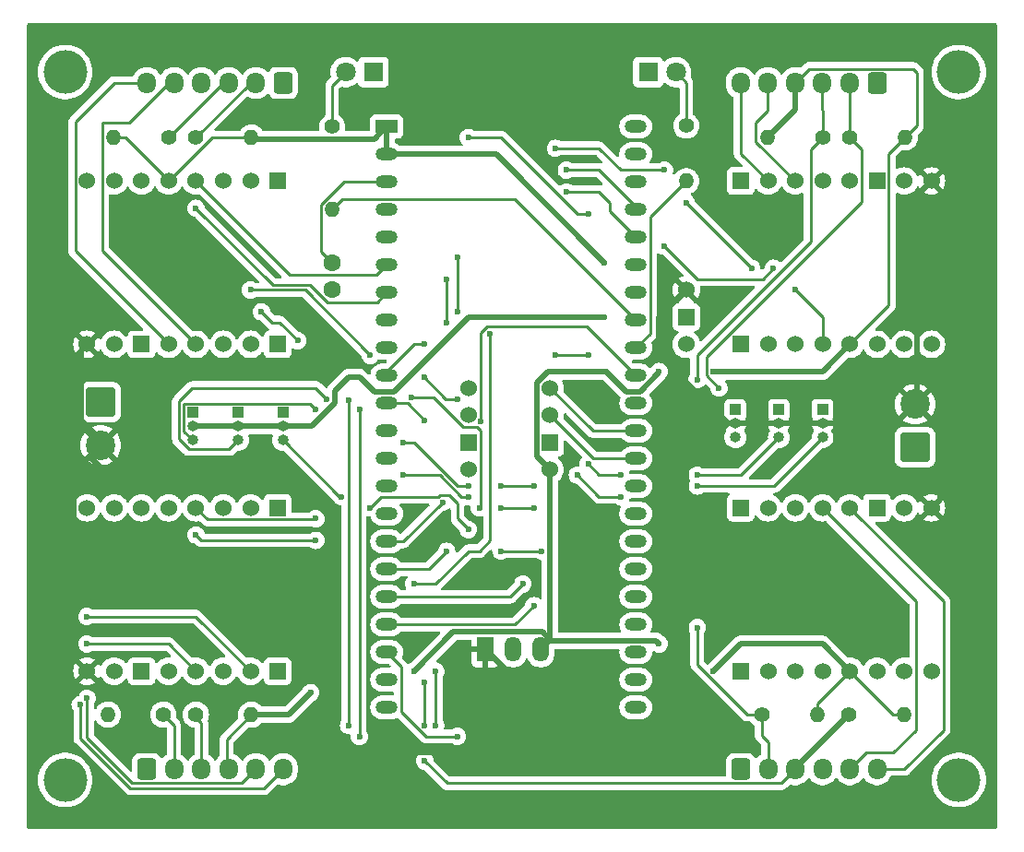
<source format=gtl>
%TF.GenerationSoftware,KiCad,Pcbnew,8.0.4-8.0.4-0~ubuntu22.04.1*%
%TF.CreationDate,2024-07-27T17:16:34+09:00*%
%TF.ProjectId,esp32s2s3dev_custom,65737033-3273-4327-9333-6465765f6375,rev?*%
%TF.SameCoordinates,Original*%
%TF.FileFunction,Copper,L1,Top*%
%TF.FilePolarity,Positive*%
%FSLAX46Y46*%
G04 Gerber Fmt 4.6, Leading zero omitted, Abs format (unit mm)*
G04 Created by KiCad (PCBNEW 8.0.4-8.0.4-0~ubuntu22.04.1) date 2024-07-27 17:16:34*
%MOMM*%
%LPD*%
G01*
G04 APERTURE LIST*
G04 Aperture macros list*
%AMRoundRect*
0 Rectangle with rounded corners*
0 $1 Rounding radius*
0 $2 $3 $4 $5 $6 $7 $8 $9 X,Y pos of 4 corners*
0 Add a 4 corners polygon primitive as box body*
4,1,4,$2,$3,$4,$5,$6,$7,$8,$9,$2,$3,0*
0 Add four circle primitives for the rounded corners*
1,1,$1+$1,$2,$3*
1,1,$1+$1,$4,$5*
1,1,$1+$1,$6,$7*
1,1,$1+$1,$8,$9*
0 Add four rect primitives between the rounded corners*
20,1,$1+$1,$2,$3,$4,$5,0*
20,1,$1+$1,$4,$5,$6,$7,0*
20,1,$1+$1,$6,$7,$8,$9,0*
20,1,$1+$1,$8,$9,$2,$3,0*%
G04 Aperture macros list end*
%TA.AperFunction,ComponentPad*%
%ADD10RoundRect,0.250000X-0.600000X-0.725000X0.600000X-0.725000X0.600000X0.725000X-0.600000X0.725000X0*%
%TD*%
%TA.AperFunction,ComponentPad*%
%ADD11O,1.700000X1.950000*%
%TD*%
%TA.AperFunction,ComponentPad*%
%ADD12RoundRect,0.250000X0.600000X0.725000X-0.600000X0.725000X-0.600000X-0.725000X0.600000X-0.725000X0*%
%TD*%
%TA.AperFunction,ComponentPad*%
%ADD13C,1.524000*%
%TD*%
%TA.AperFunction,ComponentPad*%
%ADD14R,1.524000X1.524000*%
%TD*%
%TA.AperFunction,ComponentPad*%
%ADD15O,1.500000X2.300000*%
%TD*%
%TA.AperFunction,ComponentPad*%
%ADD16R,1.500000X2.300000*%
%TD*%
%TA.AperFunction,ComponentPad*%
%ADD17R,1.000000X1.000000*%
%TD*%
%TA.AperFunction,ComponentPad*%
%ADD18O,1.000000X1.000000*%
%TD*%
%TA.AperFunction,ComponentPad*%
%ADD19C,1.400000*%
%TD*%
%TA.AperFunction,ComponentPad*%
%ADD20O,1.400000X1.400000*%
%TD*%
%TA.AperFunction,ComponentPad*%
%ADD21RoundRect,0.250001X1.099999X-1.099999X1.099999X1.099999X-1.099999X1.099999X-1.099999X-1.099999X0*%
%TD*%
%TA.AperFunction,ComponentPad*%
%ADD22C,2.700000*%
%TD*%
%TA.AperFunction,ComponentPad*%
%ADD23RoundRect,0.250001X-1.099999X1.099999X-1.099999X-1.099999X1.099999X-1.099999X1.099999X1.099999X0*%
%TD*%
%TA.AperFunction,ComponentPad*%
%ADD24C,1.800000*%
%TD*%
%TA.AperFunction,ComponentPad*%
%ADD25R,1.800000X1.800000*%
%TD*%
%TA.AperFunction,ComponentPad*%
%ADD26C,1.600000*%
%TD*%
%TA.AperFunction,ComponentPad*%
%ADD27R,2.000000X1.200000*%
%TD*%
%TA.AperFunction,ComponentPad*%
%ADD28O,2.000000X1.200000*%
%TD*%
%TA.AperFunction,ViaPad*%
%ADD29C,0.600000*%
%TD*%
%TA.AperFunction,ViaPad*%
%ADD30C,4.000000*%
%TD*%
%TA.AperFunction,Conductor*%
%ADD31C,0.250000*%
%TD*%
%TA.AperFunction,Conductor*%
%ADD32C,0.500000*%
%TD*%
G04 APERTURE END LIST*
D10*
%TO.P,M4,1,GND*%
%TO.N,GND*%
X166000000Y-119000000D03*
D11*
%TO.P,M4,2,OUTB*%
%TO.N,/RO4B*%
X168500000Y-119000000D03*
%TO.P,M4,3,OUTA*%
%TO.N,/RO4A*%
X171000000Y-119000000D03*
%TO.P,M4,4,VCC*%
%TO.N,+3V3*%
X173500000Y-119000000D03*
%TO.P,M4,5,M2*%
%TO.N,/M4OUT2*%
X176000000Y-119000000D03*
%TO.P,M4,6,M1*%
%TO.N,/M4OUT1*%
X178500000Y-119000000D03*
%TD*%
%TO.P,M3,6,M1*%
%TO.N,/M3OUT1*%
X165989950Y-56000000D03*
%TO.P,M3,5,M2*%
%TO.N,/M3OUT2*%
X168489950Y-56000000D03*
%TO.P,M3,4,VCC*%
%TO.N,+3V3*%
X170989950Y-56000000D03*
%TO.P,M3,3,OUTA*%
%TO.N,/RO3A*%
X173489950Y-56000000D03*
%TO.P,M3,2,OUTB*%
%TO.N,/RO3B*%
X175989950Y-56000000D03*
D12*
%TO.P,M3,1,GND*%
%TO.N,GND*%
X178489950Y-56000000D03*
%TD*%
D11*
%TO.P,M2,6,M1*%
%TO.N,/M2OUT1*%
X111500000Y-56000000D03*
%TO.P,M2,5,M2*%
%TO.N,/M2OUT2*%
X114000000Y-56000000D03*
%TO.P,M2,4,VCC*%
%TO.N,+3V3*%
X116500000Y-56000000D03*
%TO.P,M2,3,OUTA*%
%TO.N,/RO2A*%
X119000000Y-56000000D03*
%TO.P,M2,2,OUTB*%
%TO.N,/RO2B*%
X121500000Y-56000000D03*
D12*
%TO.P,M2,1,GND*%
%TO.N,GND*%
X124000000Y-56000000D03*
%TD*%
D11*
%TO.P,M1,6,M1*%
%TO.N,/M1OUT1*%
X124000000Y-119000000D03*
%TO.P,M1,5,M2*%
%TO.N,/M1OUT2*%
X121500000Y-119000000D03*
%TO.P,M1,4,VCC*%
%TO.N,+3V3*%
X119000000Y-119000000D03*
%TO.P,M1,3,OUTA*%
%TO.N,/RO1A*%
X116500000Y-119000000D03*
%TO.P,M1,2,OUTB*%
%TO.N,/RO1B*%
X114000000Y-119000000D03*
D10*
%TO.P,M1,1,GND*%
%TO.N,GND*%
X111500000Y-119000000D03*
%TD*%
D13*
%TO.P,U4,1,IN*%
%TO.N,+9V*%
X161000000Y-75000000D03*
D14*
%TO.P,U4,2,GND*%
%TO.N,GND*%
X161000000Y-77500000D03*
D13*
%TO.P,U4,3,OUT*%
%TO.N,+5V*%
X161000000Y-80000000D03*
%TD*%
D15*
%TO.P,U3,3,OUT*%
%TO.N,+3V3*%
X147633000Y-108000000D03*
%TO.P,U3,2,GND*%
%TO.N,GND*%
X145093000Y-108000000D03*
D16*
%TO.P,U3,1,IN*%
%TO.N,+9V*%
X142553000Y-108000000D03*
%TD*%
D13*
%TO.P,U2,1,RX*%
%TO.N,/BNORX*%
X148500000Y-84000000D03*
%TO.P,U2,2,TX*%
%TO.N,/BNOTX*%
X148500000Y-86500000D03*
D14*
%TO.P,U2,3,GND*%
%TO.N,GND*%
X148500000Y-89000000D03*
D13*
%TO.P,U2,4,+Vin*%
%TO.N,+3V3*%
X148500000Y-91500000D03*
%TO.P,U2,5*%
%TO.N,N/C*%
X141000000Y-84000000D03*
%TO.P,U2,6*%
X141000000Y-86500000D03*
D14*
%TO.P,U2,7*%
X141000000Y-89000000D03*
D13*
%TO.P,U2,8*%
X141000000Y-91500000D03*
%TD*%
D17*
%TO.P,SRV6,1,Pin_1*%
%TO.N,GND*%
X173500000Y-86000000D03*
D18*
%TO.P,SRV6,2,Pin_2*%
%TO.N,+9V*%
X173500000Y-87270000D03*
%TO.P,SRV6,3,Pin_3*%
%TO.N,/SRV6*%
X173500000Y-88540000D03*
%TD*%
D17*
%TO.P,SRV5,1,Pin_1*%
%TO.N,GND*%
X169500000Y-86000000D03*
D18*
%TO.P,SRV5,2,Pin_2*%
%TO.N,+9V*%
X169500000Y-87270000D03*
%TO.P,SRV5,3,Pin_3*%
%TO.N,/SRV5*%
X169500000Y-88540000D03*
%TD*%
D17*
%TO.P,SRV4,1,Pin_1*%
%TO.N,GND*%
X165500000Y-86000000D03*
D18*
%TO.P,SRV4,2,Pin_2*%
%TO.N,+9V*%
X165500000Y-87270000D03*
%TO.P,SRV4,3,Pin_3*%
%TO.N,/SRV4*%
X165500000Y-88540000D03*
%TD*%
D17*
%TO.P,SRV3,1,Pin_1*%
%TO.N,GND*%
X124000000Y-86250000D03*
D18*
%TO.P,SRV3,2,Pin_2*%
%TO.N,+5V*%
X124000000Y-87520000D03*
%TO.P,SRV3,3,Pin_3*%
%TO.N,/SRV3*%
X124000000Y-88790000D03*
%TD*%
D17*
%TO.P,SRV2,1,Pin_1*%
%TO.N,GND*%
X119850000Y-86250000D03*
D18*
%TO.P,SRV2,2,Pin_2*%
%TO.N,+5V*%
X119850000Y-87520000D03*
%TO.P,SRV2,3,Pin_3*%
%TO.N,/SRV2*%
X119850000Y-88790000D03*
%TD*%
D17*
%TO.P,SRV1,1,Pin_1*%
%TO.N,GND*%
X115700000Y-86250000D03*
D18*
%TO.P,SRV1,2,Pin_2*%
%TO.N,+5V*%
X115700000Y-87520000D03*
%TO.P,SRV1,3,Pin_3*%
%TO.N,/SRV1*%
X115700000Y-88790000D03*
%TD*%
D19*
%TO.P,R10,1*%
%TO.N,Net-(D2-A)*%
X128500000Y-60000000D03*
D20*
%TO.P,R10,2*%
%TO.N,/LED_RED*%
X128500000Y-67620000D03*
%TD*%
D19*
%TO.P,R9,1*%
%TO.N,Net-(D1-A)*%
X161000000Y-59920000D03*
D20*
%TO.P,R9,2*%
%TO.N,/LED_GREEN*%
X161000000Y-65000000D03*
%TD*%
D19*
%TO.P,R8,1*%
%TO.N,/RO4A*%
X175920000Y-114000000D03*
D20*
%TO.P,R8,2*%
%TO.N,+3V3*%
X181000000Y-114000000D03*
%TD*%
D19*
%TO.P,R7,1*%
%TO.N,/RO4B*%
X167920000Y-114000000D03*
D20*
%TO.P,R7,2*%
%TO.N,+3V3*%
X173000000Y-114000000D03*
%TD*%
D19*
%TO.P,R6,1*%
%TO.N,/RO3A*%
X173500000Y-61000000D03*
D20*
%TO.P,R6,2*%
%TO.N,+3V3*%
X168420000Y-61000000D03*
%TD*%
D19*
%TO.P,R5,1*%
%TO.N,/RO3B*%
X176000000Y-61000000D03*
D20*
%TO.P,R5,2*%
%TO.N,+3V3*%
X181080000Y-61000000D03*
%TD*%
%TO.P,R4,2*%
%TO.N,+3V3*%
X108420000Y-61000000D03*
D19*
%TO.P,R4,1*%
%TO.N,/RO2A*%
X113500000Y-61000000D03*
%TD*%
%TO.P,R3,1*%
%TO.N,/RO2B*%
X116000000Y-61000000D03*
D20*
%TO.P,R3,2*%
%TO.N,+3V3*%
X121080000Y-61000000D03*
%TD*%
D19*
%TO.P,R2,1*%
%TO.N,/RO1B*%
X113000000Y-114000000D03*
D20*
%TO.P,R2,2*%
%TO.N,+3V3*%
X107920000Y-114000000D03*
%TD*%
D19*
%TO.P,R1,1*%
%TO.N,/RO1A*%
X116000000Y-114000000D03*
D20*
%TO.P,R1,2*%
%TO.N,+3V3*%
X121080000Y-114000000D03*
%TD*%
D21*
%TO.P,Vout,1,Pin_1*%
%TO.N,GND*%
X182000000Y-89460000D03*
D22*
%TO.P,Vout,2,Pin_2*%
%TO.N,+9V*%
X182000000Y-85500000D03*
%TD*%
D23*
%TO.P,Vin,1,Pin_1*%
%TO.N,GND*%
X107250000Y-85290000D03*
D22*
%TO.P,Vin,2,Pin_2*%
%TO.N,+9V*%
X107250000Y-89250000D03*
%TD*%
D14*
%TO.P,DRV4,13*%
%TO.N,GND*%
X166000000Y-110000000D03*
%TO.P,DRV4,12*%
X166000000Y-95000000D03*
%TO.P,DRV4,11,GND*%
X178500000Y-95000000D03*
D13*
%TO.P,DRV4,10,STBY*%
%TO.N,+3V3*%
X176000000Y-110000000D03*
%TO.P,DRV4,9,VM*%
%TO.N,+9V*%
X183500000Y-95000000D03*
%TO.P,DRV4,8,BO2*%
%TO.N,/M4OUT2*%
X171000000Y-95000000D03*
%TO.P,DRV4,7,BO1*%
%TO.N,/M4OUT1*%
X168500000Y-95000000D03*
%TO.P,DRV4,6,AO2*%
%TO.N,/M4OUT2*%
X173500000Y-95000000D03*
%TO.P,DRV4,5,AO1*%
%TO.N,/M4OUT1*%
X176000000Y-95000000D03*
%TO.P,DRV4,4,BIN2*%
%TO.N,/M4IN2*%
X171000000Y-110000000D03*
%TO.P,DRV4,3,BIN1*%
%TO.N,/M4IN1*%
X173500000Y-110000000D03*
%TO.P,DRV4,2,AIN2*%
%TO.N,/M4IN2*%
X181000000Y-110000000D03*
%TO.P,DRV4,1,AIN1*%
%TO.N,/M4IN1*%
X178500000Y-110000000D03*
%TO.P,DRV4,0*%
%TO.N,N/C*%
X168500000Y-110000000D03*
X183500000Y-110000000D03*
X181000000Y-95000000D03*
%TD*%
%TO.P,DRV3,0*%
%TO.N,N/C*%
X181000000Y-65000000D03*
X183500000Y-80000000D03*
X168500000Y-80000000D03*
%TO.P,DRV3,1,AIN1*%
%TO.N,/M3IN1*%
X178500000Y-80000000D03*
%TO.P,DRV3,2,AIN2*%
%TO.N,/M3IN2*%
X181000000Y-80000000D03*
%TO.P,DRV3,3,BIN1*%
%TO.N,/M3IN1*%
X173500000Y-80000000D03*
%TO.P,DRV3,4,BIN2*%
%TO.N,/M3IN2*%
X171000000Y-80000000D03*
%TO.P,DRV3,5,AO1*%
%TO.N,/M3OUT1*%
X176000000Y-65000000D03*
%TO.P,DRV3,6,AO2*%
%TO.N,/M3OUT2*%
X173500000Y-65000000D03*
%TO.P,DRV3,7,BO1*%
%TO.N,/M3OUT1*%
X168500000Y-65000000D03*
%TO.P,DRV3,8,BO2*%
%TO.N,/M3OUT2*%
X171000000Y-65000000D03*
%TO.P,DRV3,9,VM*%
%TO.N,+9V*%
X183500000Y-65000000D03*
%TO.P,DRV3,10,STBY*%
%TO.N,+3V3*%
X176000000Y-80000000D03*
D14*
%TO.P,DRV3,11,GND*%
%TO.N,GND*%
X178500000Y-65000000D03*
%TO.P,DRV3,12*%
X166000000Y-65000000D03*
%TO.P,DRV3,13*%
X166000000Y-80000000D03*
%TD*%
D13*
%TO.P,DRV2,0*%
%TO.N,N/C*%
X108500000Y-80000000D03*
X106000000Y-65000000D03*
X121000000Y-65000000D03*
%TO.P,DRV2,1,AIN1*%
%TO.N,/M2IN1*%
X111000000Y-65000000D03*
%TO.P,DRV2,2,AIN2*%
%TO.N,/M2IN2*%
X108500000Y-65000000D03*
%TO.P,DRV2,3,BIN1*%
%TO.N,/M2IN1*%
X116000000Y-65000000D03*
%TO.P,DRV2,4,BIN2*%
%TO.N,/M2IN2*%
X118500000Y-65000000D03*
%TO.P,DRV2,5,AO1*%
%TO.N,/M2OUT1*%
X113500000Y-80000000D03*
%TO.P,DRV2,6,AO2*%
%TO.N,/M2OUT2*%
X116000000Y-80000000D03*
%TO.P,DRV2,7,BO1*%
%TO.N,/M2OUT1*%
X121000000Y-80000000D03*
%TO.P,DRV2,8,BO2*%
%TO.N,/M2OUT2*%
X118500000Y-80000000D03*
%TO.P,DRV2,9,VM*%
%TO.N,+9V*%
X106000000Y-80000000D03*
%TO.P,DRV2,10,STBY*%
%TO.N,+3V3*%
X113500000Y-65000000D03*
D14*
%TO.P,DRV2,11,GND*%
%TO.N,GND*%
X111000000Y-80000000D03*
%TO.P,DRV2,12*%
X123500000Y-80000000D03*
%TO.P,DRV2,13*%
X123500000Y-65000000D03*
%TD*%
D13*
%TO.P,DRV1,0*%
%TO.N,N/C*%
X108500000Y-110000000D03*
X106000000Y-95000000D03*
X121000000Y-95000000D03*
%TO.P,DRV1,1,AIN1*%
%TO.N,/M1IN1*%
X111000000Y-95000000D03*
%TO.P,DRV1,2,AIN2*%
%TO.N,/M1IN2*%
X108500000Y-95000000D03*
%TO.P,DRV1,3,BIN1*%
%TO.N,/M1IN1*%
X116000000Y-95000000D03*
%TO.P,DRV1,4,BIN2*%
%TO.N,/M1IN2*%
X118500000Y-95000000D03*
%TO.P,DRV1,5,AO1*%
%TO.N,/M1OUT1*%
X113500000Y-110000000D03*
%TO.P,DRV1,6,AO2*%
%TO.N,/M1OUT2*%
X116000000Y-110000000D03*
%TO.P,DRV1,7,BO1*%
%TO.N,/M1OUT1*%
X121000000Y-110000000D03*
%TO.P,DRV1,8,BO2*%
%TO.N,/M1OUT2*%
X118500000Y-110000000D03*
%TO.P,DRV1,9,VM*%
%TO.N,+9V*%
X106000000Y-110000000D03*
%TO.P,DRV1,10,STBY*%
%TO.N,+3V3*%
X113500000Y-95000000D03*
D14*
%TO.P,DRV1,11,GND*%
%TO.N,GND*%
X111000000Y-110000000D03*
%TO.P,DRV1,12*%
X123500000Y-110000000D03*
%TO.P,DRV1,13*%
X123500000Y-95000000D03*
%TD*%
D24*
%TO.P,RED,2,A*%
%TO.N,Net-(D2-A)*%
X129735000Y-55000000D03*
D25*
%TO.P,RED,1,K*%
%TO.N,GND*%
X132275000Y-55000000D03*
%TD*%
D24*
%TO.P,GREEN,2,A*%
%TO.N,Net-(D1-A)*%
X160040000Y-55000000D03*
D25*
%TO.P,GREEN,1,K*%
%TO.N,GND*%
X157500000Y-55000000D03*
%TD*%
D26*
%TO.P,C1,1*%
%TO.N,GND*%
X128500000Y-75000000D03*
%TO.P,C1,2*%
%TO.N,Net-(U1-CHIP_PU)*%
X128500000Y-72500000D03*
%TD*%
D27*
%TO.P,U1,1,3V3*%
%TO.N,+3V3*%
X133500000Y-60000000D03*
D28*
%TO.P,U1,2,3V3*%
X133500000Y-62540000D03*
%TO.P,U1,3,CHIP_PU*%
%TO.N,Net-(U1-CHIP_PU)*%
X133500000Y-65080000D03*
%TO.P,U1,4,GPIO4/ADC1_CH3*%
%TO.N,/RO1A*%
X133500000Y-67620000D03*
%TO.P,U1,5,GPIO5/ADC1_CH4*%
%TO.N,/RO1B*%
X133500000Y-70160000D03*
%TO.P,U1,6,GPIO6/ADC1_CH5*%
%TO.N,/M2IN1*%
X133500000Y-72700000D03*
%TO.P,U1,7,GPIO7/ADC1_CH6*%
%TO.N,/M2IN2*%
X133500000Y-75240000D03*
%TO.P,U1,8,GPIO15/ADC2_CH4/32K_P*%
%TO.N,/SRV5*%
X133500000Y-77780000D03*
%TO.P,U1,9,GPIO16/ADC2_CH5/32K_N*%
%TO.N,/SRV6*%
X133500000Y-80320000D03*
%TO.P,U1,10,GPIO17/ADC2_CH6*%
%TO.N,/M4IN2*%
X133500000Y-82860000D03*
%TO.P,U1,11,GPIO18/ADC2_CH7*%
%TO.N,/RO4A*%
X133500000Y-85400000D03*
%TO.P,U1,12,GPIO8/ADC1_CH7*%
%TO.N,/RO2A*%
X133500000Y-87940000D03*
%TO.P,U1,13,GPIO3/ADC1_CH2*%
%TO.N,unconnected-(U1-GPIO3{slash}ADC1_CH2-Pad13)*%
X133500000Y-90480000D03*
%TO.P,U1,14,GPIO46*%
%TO.N,unconnected-(U1-GPIO46-Pad14)*%
X133500000Y-93020000D03*
%TO.P,U1,15,GPIO9/ADC1_CH8*%
%TO.N,/RO2B*%
X133500000Y-95560000D03*
%TO.P,U1,16,GPIO10/ADC1_CH9*%
%TO.N,/M3IN1*%
X133500000Y-98100000D03*
%TO.P,U1,17,GPIO11/ADC2_CH0*%
%TO.N,/M3IN2*%
X133500000Y-100640000D03*
%TO.P,U1,18,GPIO12/ADC2_CH1*%
%TO.N,/RO3A*%
X133500000Y-103180000D03*
%TO.P,U1,19,GPIO13/ADC2_CH2*%
%TO.N,/RO3B*%
X133500000Y-105720000D03*
%TO.P,U1,20,GPIO14/ADC2_CH3*%
%TO.N,/M4IN1*%
X133496320Y-108257280D03*
%TO.P,U1,21,5V*%
%TO.N,unconnected-(U1-5V-Pad21)*%
X133496320Y-110797280D03*
%TO.P,U1,22,GND*%
%TO.N,GND*%
X133496320Y-113337280D03*
%TO.P,U1,23,GND*%
X156360000Y-113340000D03*
%TO.P,U1,24,GND*%
X156360000Y-110800000D03*
%TO.P,U1,25,GPIO19/USB_D-*%
%TO.N,unconnected-(U1-GPIO19{slash}USB_D--Pad25)*%
X156360000Y-108260000D03*
%TO.P,U1,26,GPIO20/USB_D+*%
%TO.N,unconnected-(U1-GPIO20{slash}USB_D+-Pad26)*%
X156360000Y-105720000D03*
%TO.P,U1,27,GPIO21*%
%TO.N,/RO4B*%
X156360000Y-103180000D03*
%TO.P,U1,28,GPIO47*%
%TO.N,/SRV3*%
X156360000Y-100640000D03*
%TO.P,U1,29,GPIO48*%
%TO.N,/SRV4*%
X156360000Y-98100000D03*
%TO.P,U1,30,GPIO45*%
%TO.N,unconnected-(U1-GPIO45-Pad30)*%
X156360000Y-95560000D03*
%TO.P,U1,31,GPIO0*%
%TO.N,unconnected-(U1-GPIO0-Pad31)*%
X156360000Y-93020000D03*
%TO.P,U1,32,GPIO35*%
%TO.N,/BNOTX*%
X156360000Y-90480000D03*
%TO.P,U1,33,GPIO36*%
%TO.N,/BNORX*%
X156360000Y-87940000D03*
%TO.P,U1,34,GPIO37*%
%TO.N,/SRV1*%
X156360000Y-85400000D03*
%TO.P,U1,35,GPIO38*%
%TO.N,/SRV2*%
X156360000Y-82860000D03*
%TO.P,U1,36,GPIO39/MTCK*%
%TO.N,/LED_GREEN*%
X156360000Y-80320000D03*
%TO.P,U1,37,GPIO40/MTDO*%
%TO.N,/LED_RED*%
X156360000Y-77780000D03*
%TO.P,U1,38,GPIO41/MTDI*%
%TO.N,unconnected-(U1-GPIO41{slash}MTDI-Pad38)*%
X156360000Y-75240000D03*
%TO.P,U1,39,GPIO42/MTMS*%
%TO.N,unconnected-(U1-GPIO42{slash}MTMS-Pad39)*%
X156360000Y-72700000D03*
%TO.P,U1,40,GPIO2/ADC1_CH1*%
%TO.N,/M1IN2*%
X156360000Y-70160000D03*
%TO.P,U1,41,GPIO1/ADC1_CH0*%
%TO.N,/M1IN1*%
X156360000Y-67620000D03*
%TO.P,U1,42,GPIO44/U0RXD*%
%TO.N,unconnected-(U1-GPIO44{slash}U0RXD-Pad42)*%
X156360000Y-65080000D03*
%TO.P,U1,43,GPIO43/U0TXD*%
%TO.N,unconnected-(U1-GPIO43{slash}U0TXD-Pad43)*%
X156360000Y-62540000D03*
%TO.P,U1,44,GND*%
%TO.N,GND*%
X156360000Y-60000000D03*
%TD*%
D29*
%TO.N,/M1IN2*%
X127000000Y-98000000D03*
D30*
%TO.N,*%
X186000000Y-55000000D03*
X186000000Y-120000000D03*
X104000000Y-120000000D03*
D29*
%TO.N,/SRV1*%
X152000000Y-81000000D03*
X149000000Y-81000000D03*
X135000000Y-92000000D03*
X141000000Y-94000000D03*
X127000000Y-86000000D03*
%TO.N,/SRV2*%
X141000000Y-93000000D03*
X142128770Y-87064385D03*
X128000000Y-85000000D03*
X135000000Y-89000000D03*
%TO.N,/RO2B*%
X125337000Y-79663000D03*
%TO.N,/SRV3*%
X144000000Y-99000000D03*
X147750000Y-99000000D03*
X132000000Y-95000000D03*
X141000000Y-97000000D03*
X129375000Y-94000000D03*
%TO.N,/SRV5*%
X136925000Y-83000000D03*
X147000000Y-93000000D03*
X144000000Y-93000000D03*
X140000000Y-85000000D03*
%TO.N,/SRV6*%
X142000000Y-95000000D03*
X147000000Y-95000000D03*
X144000000Y-95000000D03*
X135750000Y-84882193D03*
X151000000Y-92000000D03*
X155000000Y-94000000D03*
%TO.N,/SRV5*%
X152000000Y-91000000D03*
X155000000Y-92000000D03*
%TO.N,/SRV6*%
X162000000Y-93000000D03*
%TO.N,/SRV5*%
X162000000Y-92000000D03*
%TO.N,/M3IN2*%
X139000000Y-99000000D03*
%TO.N,/M1IN2*%
X136000000Y-102000000D03*
%TO.N,/M3IN2*%
X140000000Y-77000000D03*
%TO.N,/M3IN1*%
X141000000Y-61000000D03*
X139000000Y-78000000D03*
X138624999Y-94491117D03*
X139000000Y-74000000D03*
X159000000Y-71000000D03*
X171000000Y-75000000D03*
X152000000Y-68000000D03*
X169000000Y-73000000D03*
%TO.N,/M3IN2*%
X159000000Y-64000000D03*
X149000000Y-62000000D03*
X161000000Y-67000000D03*
X140000000Y-72000000D03*
X167000000Y-73000000D03*
%TO.N,/M4IN2*%
X138000000Y-110000000D03*
X137000000Y-80000000D03*
X138000000Y-115000000D03*
%TO.N,/M4IN1*%
X140000000Y-116000000D03*
%TO.N,/M2IN2*%
X116000000Y-67500000D03*
%TO.N,/M1IN2*%
X143000000Y-79000000D03*
X150000000Y-66000000D03*
X116000000Y-97500000D03*
%TO.N,/M1IN1*%
X150000000Y-64000000D03*
X127000000Y-96000000D03*
%TO.N,/RO4A*%
X137000000Y-87000000D03*
X137000000Y-111000000D03*
X137000000Y-118250000D03*
X137000000Y-115000000D03*
%TO.N,/RO4B*%
X162000000Y-106000000D03*
%TO.N,/RO3A*%
X146000000Y-102000000D03*
X162000000Y-83250000D03*
%TO.N,/RO3B*%
X164000000Y-84000000D03*
X147000000Y-104000000D03*
%TO.N,/RO2A*%
X121000000Y-75000000D03*
X132000000Y-81000000D03*
%TO.N,/RO2B*%
X122000000Y-77000000D03*
%TO.N,/RO1B*%
X131000000Y-86000000D03*
X131000000Y-116000000D03*
%TO.N,/RO1A*%
X130000000Y-85100000D03*
X130000000Y-115000000D03*
%TO.N,+3V3*%
X153675076Y-82500000D03*
X153500000Y-72500000D03*
X163500000Y-82500000D03*
X158500000Y-82500000D03*
X158500000Y-107500000D03*
X163500000Y-110000000D03*
X126530331Y-111969669D03*
X136000000Y-110000000D03*
%TO.N,+5V*%
X153500000Y-77500000D03*
%TO.N,/M1OUT1*%
X105375000Y-113065687D03*
X106000000Y-105000000D03*
%TO.N,/M1OUT2*%
X106000000Y-112500000D03*
X106000000Y-107500000D03*
D30*
%TO.N,*%
X104000000Y-55000000D03*
%TD*%
D31*
%TO.N,/RO2A*%
X113500000Y-61000000D02*
X118500000Y-56000000D01*
X118500000Y-56000000D02*
X119000000Y-56000000D01*
%TO.N,/RO2B*%
X116000000Y-61000000D02*
X121000000Y-56000000D01*
X121000000Y-56000000D02*
X121500000Y-56000000D01*
%TO.N,/RO2A*%
X118750000Y-56000000D02*
X119000000Y-56000000D01*
%TO.N,/M2OUT2*%
X114000000Y-56000000D02*
X113500000Y-56000000D01*
X113500000Y-56000000D02*
X109895000Y-59605000D01*
%TO.N,/M2OUT1*%
X111500000Y-56000000D02*
X108500000Y-56000000D01*
X108500000Y-56000000D02*
X104913000Y-59587000D01*
X104913000Y-59587000D02*
X104913000Y-71413000D01*
X104913000Y-71413000D02*
X113500000Y-80000000D01*
%TO.N,Net-(D1-A)*%
X160040000Y-55000000D02*
X161000000Y-55960000D01*
X161000000Y-55960000D02*
X161000000Y-59920000D01*
%TO.N,Net-(D2-A)*%
X128500000Y-60000000D02*
X128500000Y-56235000D01*
X128500000Y-56235000D02*
X129735000Y-55000000D01*
%TO.N,/RO1A*%
X116000000Y-114000000D02*
X116000000Y-114250000D01*
X116000000Y-114250000D02*
X116500000Y-114750000D01*
X116500000Y-114750000D02*
X116500000Y-119000000D01*
%TO.N,/RO1B*%
X114000000Y-119000000D02*
X114000000Y-115000000D01*
X114000000Y-115000000D02*
X113000000Y-114000000D01*
%TO.N,+3V3*%
X118800000Y-119000000D02*
X118800000Y-116280000D01*
X118800000Y-116280000D02*
X121080000Y-114000000D01*
%TO.N,/M1OUT1*%
X124000000Y-119000000D02*
X122250000Y-120750000D01*
X105375000Y-116156496D02*
X105375000Y-113065687D01*
X122250000Y-120750000D02*
X109968504Y-120750000D01*
X109968504Y-120750000D02*
X105375000Y-116156496D01*
%TO.N,/M1OUT2*%
X121500000Y-119000000D02*
X120200000Y-120300000D01*
X120200000Y-120300000D02*
X110154900Y-120300000D01*
X110154900Y-120300000D02*
X106000000Y-116145100D01*
X106000000Y-116145100D02*
X106000000Y-112500000D01*
D32*
%TO.N,+3V3*%
X170989950Y-56000000D02*
X170989950Y-58430050D01*
X170989950Y-58430050D02*
X168420000Y-61000000D01*
D31*
X170989950Y-56000000D02*
X172289950Y-54700000D01*
X172289950Y-54700000D02*
X181845100Y-54700000D01*
X181845100Y-54700000D02*
X182175000Y-55029900D01*
X182175000Y-55029900D02*
X182175000Y-59905000D01*
X182175000Y-59905000D02*
X181080000Y-61000000D01*
%TO.N,/RO3B*%
X175989950Y-56000000D02*
X175989950Y-58489950D01*
X175989950Y-58489950D02*
X176000000Y-58500000D01*
X176000000Y-58500000D02*
X176000000Y-61000000D01*
%TO.N,/RO3A*%
X173489950Y-56000000D02*
X173489950Y-58489950D01*
X173489950Y-58489950D02*
X173500000Y-58500000D01*
X173500000Y-58500000D02*
X173500000Y-61000000D01*
%TO.N,/M3OUT2*%
X167395000Y-59605000D02*
X168489950Y-58510050D01*
X168489950Y-58510050D02*
X168489950Y-56000000D01*
%TO.N,/M3OUT1*%
X165989950Y-56000000D02*
X165989950Y-62489950D01*
X165989950Y-62489950D02*
X168500000Y-65000000D01*
D32*
%TO.N,+5V*%
X153500000Y-77500000D02*
X141000000Y-77500000D01*
X141000000Y-77500000D02*
X134150000Y-84350000D01*
X134150000Y-84350000D02*
X132350000Y-84350000D01*
X132350000Y-84350000D02*
X131000000Y-83000000D01*
X126613503Y-87520000D02*
X124000000Y-87520000D01*
X131000000Y-83000000D02*
X130000000Y-83000000D01*
X130000000Y-83000000D02*
X128750000Y-84250000D01*
X128750000Y-84250000D02*
X128750000Y-85383503D01*
X128750000Y-85383503D02*
X126613503Y-87520000D01*
D31*
%TO.N,/RO4A*%
X137000000Y-118250000D02*
X139050000Y-120300000D01*
X139050000Y-120300000D02*
X169700000Y-120300000D01*
X169700000Y-120300000D02*
X171000000Y-119000000D01*
%TO.N,/M4OUT2*%
X173500000Y-95000000D02*
X182087000Y-103587000D01*
X182087000Y-103587000D02*
X182087000Y-115413000D01*
X182087000Y-115413000D02*
X180000000Y-117500000D01*
X180000000Y-117500000D02*
X177500000Y-117500000D01*
X177500000Y-117500000D02*
X176000000Y-119000000D01*
%TO.N,/M4OUT1*%
X184587000Y-115413000D02*
X181000000Y-119000000D01*
X181000000Y-119000000D02*
X178500000Y-119000000D01*
D32*
%TO.N,/RO4A*%
X175920000Y-114000000D02*
X171000000Y-118920000D01*
X171000000Y-118920000D02*
X171000000Y-119000000D01*
D31*
%TO.N,/RO4B*%
X167920000Y-115920000D02*
X168500000Y-116500000D01*
X168500000Y-116500000D02*
X168500000Y-119000000D01*
%TO.N,/RO1B*%
X113500000Y-118500000D02*
X114000000Y-119000000D01*
%TO.N,/M2OUT2*%
X107395000Y-59605000D02*
X109895000Y-59605000D01*
%TO.N,/SRV1*%
X149000000Y-81000000D02*
X152000000Y-81000000D01*
X140363604Y-94000000D02*
X141000000Y-94000000D01*
X135000000Y-92000000D02*
X138363604Y-92000000D01*
X138363604Y-92000000D02*
X140363604Y-94000000D01*
%TO.N,/SRV2*%
X119850000Y-88790000D02*
X119025000Y-89615000D01*
X119025000Y-89615000D02*
X115358273Y-89615000D01*
X115358273Y-89615000D02*
X114425000Y-88681727D01*
X115663604Y-84000000D02*
X127000000Y-84000000D01*
X114425000Y-88681727D02*
X114425000Y-85238604D01*
X127000000Y-84000000D02*
X128000000Y-85000000D01*
X114425000Y-85238604D02*
X115663604Y-84000000D01*
%TO.N,/SRV1*%
X114875000Y-85425000D02*
X126425000Y-85425000D01*
X126425000Y-85425000D02*
X127000000Y-86000000D01*
X114875000Y-87965000D02*
X114875000Y-85425000D01*
X115700000Y-88790000D02*
X114875000Y-87965000D01*
%TO.N,/SRV2*%
X135000000Y-89000000D02*
X136000000Y-89000000D01*
X140000000Y-93000000D02*
X141000000Y-93000000D01*
X136000000Y-89000000D02*
X140000000Y-93000000D01*
X151875000Y-78375000D02*
X156360000Y-82860000D01*
X142128770Y-87064385D02*
X142128770Y-78987346D01*
X142128770Y-78987346D02*
X142741116Y-78375000D01*
X142741116Y-78375000D02*
X151875000Y-78375000D01*
%TO.N,/SRV6*%
X135750000Y-84882193D02*
X137844942Y-84882193D01*
X142087000Y-94913000D02*
X142000000Y-95000000D01*
X137844942Y-84882193D02*
X140549749Y-87587000D01*
X140549749Y-87587000D02*
X141761000Y-87587000D01*
X141761000Y-87587000D02*
X142087000Y-87913000D01*
X142087000Y-87913000D02*
X142087000Y-94913000D01*
%TO.N,/M1IN2*%
X143000000Y-79087000D02*
X143000000Y-98000000D01*
X143000000Y-98000000D02*
X142000000Y-99000000D01*
X142000000Y-99000000D02*
X141000000Y-99000000D01*
X141000000Y-99000000D02*
X138000000Y-102000000D01*
X138000000Y-102000000D02*
X136000000Y-102000000D01*
%TO.N,/SRV6*%
X144000000Y-95000000D02*
X147000000Y-95000000D01*
%TO.N,/RO2B*%
X122000000Y-77000000D02*
X123000000Y-78000000D01*
X123000000Y-78000000D02*
X123674000Y-78000000D01*
X123674000Y-78000000D02*
X125337000Y-79663000D01*
%TO.N,/SRV3*%
X139229721Y-93866117D02*
X140000000Y-94636396D01*
X144000000Y-99000000D02*
X147750000Y-99000000D01*
X140000000Y-94636396D02*
X140000000Y-96000000D01*
X132000000Y-95000000D02*
X133000000Y-94000000D01*
X138232232Y-94000000D02*
X138366115Y-93866117D01*
X140000000Y-96000000D02*
X141000000Y-97000000D01*
X138366115Y-93866117D02*
X139229721Y-93866117D01*
X133000000Y-94000000D02*
X138232232Y-94000000D01*
X124000000Y-88790000D02*
X129210000Y-94000000D01*
X129210000Y-94000000D02*
X129375000Y-94000000D01*
%TO.N,/SRV5*%
X138925000Y-85000000D02*
X136925000Y-83000000D01*
X140000000Y-85000000D02*
X138925000Y-85000000D01*
X147000000Y-93000000D02*
X144000000Y-93000000D01*
%TO.N,/SRV6*%
X153000000Y-94000000D02*
X151000000Y-92000000D01*
X155000000Y-94000000D02*
X153000000Y-94000000D01*
%TO.N,/SRV5*%
X153000000Y-92000000D02*
X152000000Y-91000000D01*
X155000000Y-92000000D02*
X153000000Y-92000000D01*
%TO.N,/SRV6*%
X173500000Y-88540000D02*
X169040000Y-93000000D01*
X169040000Y-93000000D02*
X162000000Y-93000000D01*
%TO.N,/SRV5*%
X169500000Y-88540000D02*
X166040000Y-92000000D01*
X166040000Y-92000000D02*
X162000000Y-92000000D01*
%TO.N,/M3IN2*%
X137360000Y-100640000D02*
X139000000Y-99000000D01*
X133500000Y-100640000D02*
X137360000Y-100640000D01*
X140000000Y-72000000D02*
X140000000Y-77000000D01*
%TO.N,/M3IN1*%
X146000000Y-63000000D02*
X144000000Y-61000000D01*
X139000000Y-74000000D02*
X139000000Y-78000000D01*
X144000000Y-61000000D02*
X141000000Y-61000000D01*
X138624999Y-94491117D02*
X135016116Y-98100000D01*
X135016116Y-98100000D02*
X133500000Y-98100000D01*
X169000000Y-73000000D02*
X168000000Y-74000000D01*
X168000000Y-74000000D02*
X162000000Y-74000000D01*
X173500000Y-77500000D02*
X171000000Y-75000000D01*
X173500000Y-80000000D02*
X173500000Y-77500000D01*
X152000000Y-68000000D02*
X151000000Y-68000000D01*
X151000000Y-68000000D02*
X146000000Y-63000000D01*
X162000000Y-74000000D02*
X159000000Y-71000000D01*
%TO.N,/M3IN2*%
X155000000Y-64000000D02*
X153000000Y-62000000D01*
X167000000Y-73000000D02*
X161000000Y-67000000D01*
X159000000Y-64000000D02*
X155000000Y-64000000D01*
X153000000Y-62000000D02*
X149000000Y-62000000D01*
%TO.N,/M4IN2*%
X138000000Y-115000000D02*
X138000000Y-110000000D01*
X133500000Y-82500000D02*
X133500000Y-82860000D01*
X137000000Y-80000000D02*
X136000000Y-80000000D01*
X136000000Y-80000000D02*
X133500000Y-82500000D01*
%TO.N,/M4IN1*%
X140000000Y-116000000D02*
X137116116Y-116000000D01*
X137116116Y-116000000D02*
X134821320Y-113705204D01*
X134821320Y-113705204D02*
X134821320Y-109582280D01*
X134821320Y-109582280D02*
X133496320Y-108257280D01*
%TO.N,/M2IN2*%
X116000000Y-67500000D02*
X123034009Y-74534009D01*
X123034009Y-74534009D02*
X126443018Y-74534009D01*
X126443018Y-74534009D02*
X128034009Y-76125000D01*
X128034009Y-76125000D02*
X132615000Y-76125000D01*
X132615000Y-76125000D02*
X133500000Y-75240000D01*
%TO.N,/M2IN1*%
X116000000Y-65000000D02*
X124625000Y-73625000D01*
X124625000Y-73625000D02*
X132575000Y-73625000D01*
X132575000Y-73625000D02*
X133500000Y-72700000D01*
%TO.N,/M1IN2*%
X150000000Y-66000000D02*
X153000000Y-66000000D01*
X153000000Y-66000000D02*
X154000000Y-67000000D01*
X154000000Y-67000000D02*
X154000000Y-67800000D01*
X154000000Y-67800000D02*
X156360000Y-70160000D01*
X116500000Y-98000000D02*
X127000000Y-98000000D01*
X116000000Y-97500000D02*
X116500000Y-98000000D01*
%TO.N,/M1IN1*%
X150000000Y-64000000D02*
X153000000Y-64000000D01*
X116000000Y-95000000D02*
X117087000Y-96087000D01*
X156360000Y-67360000D02*
X156360000Y-67620000D01*
X117087000Y-96087000D02*
X126913000Y-96087000D01*
X126913000Y-96087000D02*
X127000000Y-96000000D01*
X153000000Y-64000000D02*
X156360000Y-67360000D01*
%TO.N,/RO4A*%
X137000000Y-115000000D02*
X137000000Y-111000000D01*
X137000000Y-87000000D02*
X135400000Y-85400000D01*
X135400000Y-85400000D02*
X133500000Y-85400000D01*
%TO.N,/RO4B*%
X166616116Y-114000000D02*
X162000000Y-109383884D01*
X162000000Y-109383884D02*
X162000000Y-106000000D01*
X167920000Y-114000000D02*
X166616116Y-114000000D01*
%TO.N,/RO3A*%
X162000000Y-81000000D02*
X162000000Y-83250000D01*
X172413000Y-70587000D02*
X162000000Y-81000000D01*
X172413000Y-62087000D02*
X172413000Y-70587000D01*
X173500000Y-61000000D02*
X172413000Y-62087000D01*
X146000000Y-102000000D02*
X144820000Y-103180000D01*
X144820000Y-103180000D02*
X133500000Y-103180000D01*
%TO.N,/RO3B*%
X162875000Y-81125000D02*
X162875000Y-82875000D01*
X176000000Y-61000000D02*
X177087000Y-62087000D01*
X177087000Y-62087000D02*
X177087000Y-66913000D01*
X145280000Y-105720000D02*
X133500000Y-105720000D01*
X177087000Y-66913000D02*
X162875000Y-81125000D01*
X162875000Y-82875000D02*
X164000000Y-84000000D01*
X147000000Y-104000000D02*
X145280000Y-105720000D01*
%TO.N,/RO2A*%
X121000000Y-75000000D02*
X126000000Y-75000000D01*
X126000000Y-75000000D02*
X132000000Y-81000000D01*
%TO.N,/RO1B*%
X131000000Y-116000000D02*
X131000000Y-86000000D01*
%TO.N,/RO1A*%
X130000000Y-115000000D02*
X130000000Y-85100000D01*
D32*
%TO.N,+3V3*%
X148500000Y-91500000D02*
X147288000Y-90288000D01*
X147288000Y-90288000D02*
X147288000Y-83497973D01*
X153675076Y-82500000D02*
X155525076Y-84350000D01*
X147288000Y-83497973D02*
X148285973Y-82500000D01*
X148285973Y-82500000D02*
X153675076Y-82500000D01*
D31*
%TO.N,/BNOTX*%
X148500000Y-86500000D02*
X152480000Y-90480000D01*
X152480000Y-90480000D02*
X156360000Y-90480000D01*
%TO.N,/BNORX*%
X148500000Y-84000000D02*
X152440000Y-87940000D01*
X152440000Y-87940000D02*
X156360000Y-87940000D01*
D32*
%TO.N,+3V3*%
X133500000Y-60000000D02*
X132350000Y-61150000D01*
X132350000Y-61150000D02*
X121230000Y-61150000D01*
X121230000Y-61150000D02*
X121080000Y-61000000D01*
X133500000Y-62540000D02*
X133500000Y-60000000D01*
X143540000Y-62540000D02*
X153500000Y-72500000D01*
X133500000Y-62540000D02*
X143540000Y-62540000D01*
X148500000Y-91500000D02*
X148500000Y-91375076D01*
X163500000Y-82500000D02*
X173500000Y-82500000D01*
X155525076Y-84350000D02*
X156754924Y-84350000D01*
X156754924Y-84350000D02*
X158500000Y-82604924D01*
X158500000Y-82604924D02*
X158500000Y-82500000D01*
X173500000Y-82500000D02*
X176000000Y-80000000D01*
X158210000Y-107210000D02*
X158500000Y-107500000D01*
X173500000Y-107500000D02*
X176000000Y-110000000D01*
X148423000Y-107210000D02*
X158210000Y-107210000D01*
X147633000Y-108000000D02*
X148423000Y-107210000D01*
X163500000Y-110000000D02*
X166000000Y-107500000D01*
X166000000Y-107500000D02*
X173500000Y-107500000D01*
X124500000Y-114000000D02*
X121080000Y-114000000D01*
X148500000Y-107133000D02*
X147767000Y-106400000D01*
X147767000Y-106400000D02*
X139600000Y-106400000D01*
X139600000Y-106400000D02*
X136000000Y-110000000D01*
X126530331Y-111969669D02*
X124500000Y-114000000D01*
X148500000Y-91500000D02*
X148500000Y-107133000D01*
X148500000Y-107133000D02*
X147633000Y-108000000D01*
%TO.N,+5V*%
X119850000Y-87520000D02*
X115700000Y-87520000D01*
X124000000Y-87520000D02*
X119850000Y-87520000D01*
%TO.N,+9V*%
X131000000Y-117500000D02*
X153500000Y-117500000D01*
X128500000Y-115000000D02*
X131000000Y-117500000D01*
X126000000Y-92500000D02*
X128500000Y-95000000D01*
X106250000Y-90250000D02*
X104788000Y-91712000D01*
X107250000Y-89250000D02*
X106250000Y-90250000D01*
X106250000Y-90250000D02*
X108500000Y-92500000D01*
X108500000Y-92500000D02*
X126000000Y-92500000D01*
X128500000Y-95000000D02*
X128500000Y-115000000D01*
X104788000Y-91712000D02*
X104788000Y-108788000D01*
X104788000Y-108788000D02*
X106000000Y-110000000D01*
D31*
%TO.N,/M2OUT2*%
X107395000Y-59605000D02*
X107395000Y-71395000D01*
X107395000Y-71395000D02*
X116000000Y-80000000D01*
%TO.N,+3V3*%
X121080000Y-61000000D02*
X117500000Y-61000000D01*
X117500000Y-61000000D02*
X113500000Y-65000000D01*
X108420000Y-61000000D02*
X109500000Y-61000000D01*
X109500000Y-61000000D02*
X113500000Y-65000000D01*
%TO.N,/M1OUT1*%
X106000000Y-105000000D02*
X116000000Y-105000000D01*
X116000000Y-105000000D02*
X121000000Y-110000000D01*
%TO.N,/M1OUT2*%
X106000000Y-107500000D02*
X113500000Y-107500000D01*
X113500000Y-107500000D02*
X116000000Y-110000000D01*
%TO.N,/M3OUT2*%
X167395000Y-59605000D02*
X167395000Y-61424569D01*
X167395000Y-61424569D02*
X170970431Y-65000000D01*
X170970431Y-65000000D02*
X171000000Y-65000000D01*
%TO.N,/M4OUT1*%
X176000000Y-95000000D02*
X184587000Y-103587000D01*
X184587000Y-103587000D02*
X184587000Y-115413000D01*
%TO.N,+3V3*%
X119080000Y-119000000D02*
X119000000Y-119000000D01*
X181080000Y-61000000D02*
X179587000Y-62493000D01*
X179587000Y-62493000D02*
X179587000Y-76413000D01*
X179587000Y-76413000D02*
X176000000Y-80000000D01*
X170909950Y-56000000D02*
X170989950Y-56000000D01*
%TO.N,/RO4B*%
X167920000Y-114000000D02*
X167920000Y-115920000D01*
%TO.N,+3V3*%
X176000000Y-110000000D02*
X180000000Y-114000000D01*
X180000000Y-114000000D02*
X181000000Y-114000000D01*
X176000000Y-110000000D02*
X173000000Y-113000000D01*
X173000000Y-113000000D02*
X173000000Y-114000000D01*
%TO.N,Net-(U1-CHIP_PU)*%
X128500000Y-72500000D02*
X127475000Y-71475000D01*
X127475000Y-71475000D02*
X127475000Y-67195431D01*
X127475000Y-67195431D02*
X129590431Y-65080000D01*
X129590431Y-65080000D02*
X133500000Y-65080000D01*
%TO.N,/LED_RED*%
X128500000Y-67620000D02*
X129425000Y-66695000D01*
X129425000Y-66695000D02*
X145275000Y-66695000D01*
X145275000Y-66695000D02*
X156360000Y-77780000D01*
%TO.N,/LED_GREEN*%
X161000000Y-65000000D02*
X157685000Y-68315000D01*
X157685000Y-68315000D02*
X157685000Y-78995000D01*
X157685000Y-78995000D02*
X156360000Y-80320000D01*
%TO.N,Net-(D2-A)*%
X128460000Y-59960000D02*
X128500000Y-60000000D01*
D32*
%TO.N,+9V*%
X107250000Y-89250000D02*
X107750000Y-89250000D01*
X107750000Y-89250000D02*
X105450000Y-86950000D01*
X105450000Y-86950000D02*
X105450000Y-80550000D01*
X105450000Y-80550000D02*
X106000000Y-80000000D01*
X158500000Y-117500000D02*
X153500000Y-117500000D01*
X153500000Y-117500000D02*
X152053000Y-117500000D01*
X161000000Y-115000000D02*
X158500000Y-117500000D01*
X152053000Y-117500000D02*
X142553000Y-108000000D01*
X164792894Y-87270000D02*
X161000000Y-91062894D01*
X161000000Y-91062894D02*
X161000000Y-115000000D01*
X165500000Y-87270000D02*
X164792894Y-87270000D01*
X158500000Y-77500000D02*
X161000000Y-75000000D01*
X164792894Y-87270000D02*
X158500000Y-80977106D01*
X158500000Y-80977106D02*
X158500000Y-77500000D01*
X169500000Y-87270000D02*
X165500000Y-87270000D01*
X173500000Y-87270000D02*
X169500000Y-87270000D01*
X182000000Y-85500000D02*
X180230000Y-87270000D01*
X180230000Y-87270000D02*
X173500000Y-87270000D01*
X182000000Y-85500000D02*
X184261999Y-87761999D01*
X184261999Y-87761999D02*
X184261999Y-94238001D01*
X184261999Y-94238001D02*
X183500000Y-95000000D01*
X182000000Y-85500000D02*
X182212000Y-85288000D01*
X182212000Y-85288000D02*
X182212000Y-66288000D01*
X182212000Y-66288000D02*
X183500000Y-65000000D01*
%TD*%
%TA.AperFunction,Conductor*%
%TO.N,+9V*%
G36*
X167257587Y-74645185D02*
G01*
X167303342Y-74697989D01*
X167313286Y-74767147D01*
X167284261Y-74830703D01*
X167278229Y-74837181D01*
X162418409Y-79696999D01*
X162357086Y-79730484D01*
X162287394Y-79725500D01*
X162231461Y-79683628D01*
X162210953Y-79641411D01*
X162190896Y-79566557D01*
X162190895Y-79566554D01*
X162190894Y-79566550D01*
X162097534Y-79366339D01*
X161992733Y-79216666D01*
X161970827Y-79185381D01*
X161896063Y-79110617D01*
X161814620Y-79029174D01*
X161814616Y-79029171D01*
X161814615Y-79029170D01*
X161754522Y-78987093D01*
X161710897Y-78932517D01*
X161703703Y-78863018D01*
X161735226Y-78800663D01*
X161795455Y-78765249D01*
X161812390Y-78762228D01*
X161869483Y-78756091D01*
X162004331Y-78705796D01*
X162119546Y-78619546D01*
X162205796Y-78504331D01*
X162256091Y-78369483D01*
X162262500Y-78309873D01*
X162262499Y-76690128D01*
X162256091Y-76630517D01*
X162251608Y-76618498D01*
X162205797Y-76495671D01*
X162205793Y-76495664D01*
X162119547Y-76380455D01*
X162119544Y-76380452D01*
X162004335Y-76294206D01*
X162004328Y-76294202D01*
X161869482Y-76243908D01*
X161869483Y-76243908D01*
X161806572Y-76237145D01*
X161806678Y-76236158D01*
X161744701Y-76214287D01*
X161701844Y-76159105D01*
X161693711Y-76102910D01*
X161698187Y-76051740D01*
X161027448Y-75381000D01*
X161050160Y-75381000D01*
X161147061Y-75355036D01*
X161233940Y-75304876D01*
X161304876Y-75233940D01*
X161355036Y-75147061D01*
X161381000Y-75050160D01*
X161381000Y-75027447D01*
X162051741Y-75698188D01*
X162097094Y-75633417D01*
X162097100Y-75633407D01*
X162190419Y-75433284D01*
X162190424Y-75433270D01*
X162247573Y-75219986D01*
X162247575Y-75219976D01*
X162266821Y-75000000D01*
X162266821Y-74999999D01*
X162247575Y-74780023D01*
X162246634Y-74774685D01*
X162248165Y-74774415D01*
X162249663Y-74711733D01*
X162288831Y-74653874D01*
X162353062Y-74626376D01*
X162367772Y-74625500D01*
X167190548Y-74625500D01*
X167257587Y-74645185D01*
G37*
%TD.AperFunction*%
%TA.AperFunction,Conductor*%
G36*
X189442539Y-50520185D02*
G01*
X189488294Y-50572989D01*
X189499500Y-50624500D01*
X189499500Y-124375500D01*
X189479815Y-124442539D01*
X189427011Y-124488294D01*
X189375500Y-124499500D01*
X100624500Y-124499500D01*
X100557461Y-124479815D01*
X100511706Y-124427011D01*
X100500500Y-124375500D01*
X100500500Y-119999994D01*
X101494556Y-119999994D01*
X101494556Y-120000005D01*
X101514310Y-120314004D01*
X101514311Y-120314011D01*
X101573270Y-120623083D01*
X101670497Y-120922316D01*
X101670499Y-120922321D01*
X101804461Y-121207003D01*
X101804464Y-121207009D01*
X101973051Y-121472661D01*
X101973054Y-121472665D01*
X102173606Y-121715090D01*
X102173608Y-121715092D01*
X102402968Y-121930476D01*
X102402978Y-121930484D01*
X102657504Y-122115408D01*
X102657509Y-122115410D01*
X102657516Y-122115416D01*
X102933234Y-122266994D01*
X102933239Y-122266996D01*
X102933241Y-122266997D01*
X102933242Y-122266998D01*
X103225771Y-122382818D01*
X103225774Y-122382819D01*
X103530523Y-122461065D01*
X103530527Y-122461066D01*
X103596010Y-122469338D01*
X103842670Y-122500499D01*
X103842679Y-122500499D01*
X103842682Y-122500500D01*
X103842684Y-122500500D01*
X104157316Y-122500500D01*
X104157318Y-122500500D01*
X104157321Y-122500499D01*
X104157329Y-122500499D01*
X104343593Y-122476968D01*
X104469473Y-122461066D01*
X104774225Y-122382819D01*
X104774228Y-122382818D01*
X105066757Y-122266998D01*
X105066758Y-122266997D01*
X105066756Y-122266997D01*
X105066766Y-122266994D01*
X105342484Y-122115416D01*
X105597030Y-121930478D01*
X105826390Y-121715094D01*
X106026947Y-121472663D01*
X106195537Y-121207007D01*
X106329503Y-120922315D01*
X106426731Y-120623079D01*
X106485688Y-120314015D01*
X106487825Y-120280048D01*
X106505444Y-120000005D01*
X106505444Y-119999994D01*
X106485689Y-119685995D01*
X106485688Y-119685988D01*
X106485688Y-119685985D01*
X106426731Y-119376921D01*
X106329503Y-119077685D01*
X106328809Y-119076211D01*
X106195538Y-118792996D01*
X106195537Y-118792993D01*
X106026947Y-118527337D01*
X106026945Y-118527334D01*
X105826393Y-118284909D01*
X105826391Y-118284907D01*
X105762593Y-118224996D01*
X105597030Y-118069522D01*
X105597027Y-118069520D01*
X105597021Y-118069515D01*
X105342495Y-117884591D01*
X105342488Y-117884586D01*
X105342484Y-117884584D01*
X105066766Y-117733006D01*
X105066763Y-117733004D01*
X105066758Y-117733002D01*
X105066757Y-117733001D01*
X104774228Y-117617181D01*
X104774225Y-117617180D01*
X104469476Y-117538934D01*
X104469463Y-117538932D01*
X104157329Y-117499500D01*
X104157318Y-117499500D01*
X103842682Y-117499500D01*
X103842670Y-117499500D01*
X103530536Y-117538932D01*
X103530523Y-117538934D01*
X103225774Y-117617180D01*
X103225771Y-117617181D01*
X102933242Y-117733001D01*
X102933241Y-117733002D01*
X102657516Y-117884584D01*
X102657504Y-117884591D01*
X102402978Y-118069515D01*
X102402968Y-118069523D01*
X102173608Y-118284907D01*
X102173606Y-118284909D01*
X101973054Y-118527334D01*
X101973051Y-118527338D01*
X101804464Y-118792990D01*
X101804461Y-118792996D01*
X101670499Y-119077678D01*
X101670497Y-119077683D01*
X101573270Y-119376916D01*
X101514311Y-119685988D01*
X101514310Y-119685995D01*
X101494556Y-119999994D01*
X100500500Y-119999994D01*
X100500500Y-113065683D01*
X104569435Y-113065683D01*
X104569435Y-113065690D01*
X104589630Y-113244936D01*
X104589631Y-113244941D01*
X104649211Y-113415211D01*
X104730493Y-113544568D01*
X104749500Y-113610541D01*
X104749500Y-116218102D01*
X104773537Y-116338948D01*
X104773538Y-116338950D01*
X104773538Y-116338952D01*
X104777916Y-116349522D01*
X104777917Y-116349523D01*
X104820685Y-116452777D01*
X104820687Y-116452780D01*
X104820688Y-116452782D01*
X104853751Y-116502262D01*
X104854914Y-116504003D01*
X104854915Y-116504005D01*
X104889140Y-116555227D01*
X104889141Y-116555228D01*
X104889142Y-116555229D01*
X104976267Y-116642354D01*
X104976268Y-116642354D01*
X104983335Y-116649421D01*
X104983334Y-116649421D01*
X104983338Y-116649424D01*
X109569767Y-121235855D01*
X109569771Y-121235858D01*
X109672214Y-121304309D01*
X109672215Y-121304309D01*
X109672219Y-121304312D01*
X109731093Y-121328698D01*
X109786052Y-121351463D01*
X109806101Y-121355451D01*
X109839700Y-121362134D01*
X109906896Y-121375501D01*
X109906898Y-121375501D01*
X110036225Y-121375501D01*
X110036245Y-121375500D01*
X122311607Y-121375500D01*
X122372029Y-121363481D01*
X122432452Y-121351463D01*
X122432455Y-121351461D01*
X122432458Y-121351461D01*
X122465787Y-121337654D01*
X122465786Y-121337654D01*
X122465792Y-121337652D01*
X122546286Y-121304312D01*
X122597509Y-121270084D01*
X122648733Y-121235858D01*
X122735858Y-121148733D01*
X122735859Y-121148731D01*
X122742925Y-121141665D01*
X122742928Y-121141661D01*
X123447817Y-120436771D01*
X123509138Y-120403288D01*
X123573813Y-120406522D01*
X123683757Y-120442246D01*
X123893713Y-120475500D01*
X123893714Y-120475500D01*
X124106286Y-120475500D01*
X124106287Y-120475500D01*
X124316243Y-120442246D01*
X124518412Y-120376557D01*
X124707816Y-120280051D01*
X124729789Y-120264086D01*
X124879786Y-120155109D01*
X124879788Y-120155106D01*
X124879792Y-120155104D01*
X125030104Y-120004792D01*
X125030106Y-120004788D01*
X125030109Y-120004786D01*
X125155048Y-119832820D01*
X125155047Y-119832820D01*
X125155051Y-119832816D01*
X125251557Y-119643412D01*
X125317246Y-119441243D01*
X125350500Y-119231287D01*
X125350500Y-118768713D01*
X125317246Y-118558757D01*
X125251557Y-118356588D01*
X125197246Y-118249996D01*
X136194435Y-118249996D01*
X136194435Y-118250003D01*
X136214630Y-118429249D01*
X136214631Y-118429254D01*
X136274211Y-118599523D01*
X136370184Y-118752262D01*
X136497738Y-118879816D01*
X136650478Y-118975789D01*
X136820745Y-119035368D01*
X136867823Y-119040672D01*
X136932236Y-119067737D01*
X136941621Y-119076211D01*
X138561016Y-120695606D01*
X138561045Y-120695637D01*
X138651264Y-120785856D01*
X138651267Y-120785858D01*
X138728190Y-120837256D01*
X138753710Y-120854309D01*
X138753712Y-120854310D01*
X138753715Y-120854312D01*
X138820396Y-120881931D01*
X138820398Y-120881933D01*
X138860640Y-120898601D01*
X138867548Y-120901463D01*
X138927971Y-120913481D01*
X138988393Y-120925500D01*
X169761607Y-120925500D01*
X169822029Y-120913481D01*
X169882452Y-120901463D01*
X169882455Y-120901461D01*
X169882458Y-120901461D01*
X169915787Y-120887654D01*
X169915786Y-120887654D01*
X169915792Y-120887652D01*
X169996286Y-120854312D01*
X170060198Y-120811606D01*
X170098733Y-120785858D01*
X170185858Y-120698733D01*
X170185858Y-120698731D01*
X170196066Y-120688524D01*
X170196068Y-120688521D01*
X170447817Y-120436771D01*
X170509138Y-120403288D01*
X170573813Y-120406522D01*
X170683757Y-120442246D01*
X170893713Y-120475500D01*
X170893714Y-120475500D01*
X171106286Y-120475500D01*
X171106287Y-120475500D01*
X171316243Y-120442246D01*
X171518412Y-120376557D01*
X171707816Y-120280051D01*
X171729789Y-120264086D01*
X171879786Y-120155109D01*
X171879788Y-120155106D01*
X171879792Y-120155104D01*
X172030104Y-120004792D01*
X172149683Y-119840204D01*
X172205011Y-119797540D01*
X172274624Y-119791561D01*
X172336420Y-119824166D01*
X172350313Y-119840199D01*
X172466410Y-119999994D01*
X172469896Y-120004792D01*
X172620213Y-120155109D01*
X172792179Y-120280048D01*
X172792181Y-120280049D01*
X172792184Y-120280051D01*
X172981588Y-120376557D01*
X173183757Y-120442246D01*
X173393713Y-120475500D01*
X173393714Y-120475500D01*
X173606286Y-120475500D01*
X173606287Y-120475500D01*
X173816243Y-120442246D01*
X174018412Y-120376557D01*
X174207816Y-120280051D01*
X174229789Y-120264086D01*
X174379786Y-120155109D01*
X174379788Y-120155106D01*
X174379792Y-120155104D01*
X174530104Y-120004792D01*
X174649683Y-119840204D01*
X174705011Y-119797540D01*
X174774624Y-119791561D01*
X174836420Y-119824166D01*
X174850313Y-119840199D01*
X174966410Y-119999994D01*
X174969896Y-120004792D01*
X175120213Y-120155109D01*
X175292179Y-120280048D01*
X175292181Y-120280049D01*
X175292184Y-120280051D01*
X175481588Y-120376557D01*
X175683757Y-120442246D01*
X175893713Y-120475500D01*
X175893714Y-120475500D01*
X176106286Y-120475500D01*
X176106287Y-120475500D01*
X176316243Y-120442246D01*
X176518412Y-120376557D01*
X176707816Y-120280051D01*
X176729789Y-120264086D01*
X176879786Y-120155109D01*
X176879788Y-120155106D01*
X176879792Y-120155104D01*
X177030104Y-120004792D01*
X177149683Y-119840204D01*
X177205011Y-119797540D01*
X177274624Y-119791561D01*
X177336420Y-119824166D01*
X177350313Y-119840199D01*
X177466410Y-119999994D01*
X177469896Y-120004792D01*
X177620213Y-120155109D01*
X177792179Y-120280048D01*
X177792181Y-120280049D01*
X177792184Y-120280051D01*
X177981588Y-120376557D01*
X178183757Y-120442246D01*
X178393713Y-120475500D01*
X178393714Y-120475500D01*
X178606286Y-120475500D01*
X178606287Y-120475500D01*
X178816243Y-120442246D01*
X179018412Y-120376557D01*
X179207816Y-120280051D01*
X179229789Y-120264086D01*
X179379786Y-120155109D01*
X179379788Y-120155106D01*
X179379792Y-120155104D01*
X179530104Y-120004792D01*
X179530106Y-120004788D01*
X179530109Y-120004786D01*
X179533591Y-119999994D01*
X183494556Y-119999994D01*
X183494556Y-120000005D01*
X183514310Y-120314004D01*
X183514311Y-120314011D01*
X183573270Y-120623083D01*
X183670497Y-120922316D01*
X183670499Y-120922321D01*
X183804461Y-121207003D01*
X183804464Y-121207009D01*
X183973051Y-121472661D01*
X183973054Y-121472665D01*
X184173606Y-121715090D01*
X184173608Y-121715092D01*
X184402968Y-121930476D01*
X184402978Y-121930484D01*
X184657504Y-122115408D01*
X184657509Y-122115410D01*
X184657516Y-122115416D01*
X184933234Y-122266994D01*
X184933239Y-122266996D01*
X184933241Y-122266997D01*
X184933242Y-122266998D01*
X185225771Y-122382818D01*
X185225774Y-122382819D01*
X185530523Y-122461065D01*
X185530527Y-122461066D01*
X185596010Y-122469338D01*
X185842670Y-122500499D01*
X185842679Y-122500499D01*
X185842682Y-122500500D01*
X185842684Y-122500500D01*
X186157316Y-122500500D01*
X186157318Y-122500500D01*
X186157321Y-122500499D01*
X186157329Y-122500499D01*
X186343593Y-122476968D01*
X186469473Y-122461066D01*
X186774225Y-122382819D01*
X186774228Y-122382818D01*
X187066757Y-122266998D01*
X187066758Y-122266997D01*
X187066756Y-122266997D01*
X187066766Y-122266994D01*
X187342484Y-122115416D01*
X187597030Y-121930478D01*
X187826390Y-121715094D01*
X188026947Y-121472663D01*
X188195537Y-121207007D01*
X188329503Y-120922315D01*
X188426731Y-120623079D01*
X188485688Y-120314015D01*
X188487825Y-120280048D01*
X188505444Y-120000005D01*
X188505444Y-119999994D01*
X188485689Y-119685995D01*
X188485688Y-119685988D01*
X188485688Y-119685985D01*
X188426731Y-119376921D01*
X188329503Y-119077685D01*
X188328809Y-119076211D01*
X188195538Y-118792996D01*
X188195537Y-118792993D01*
X188026947Y-118527337D01*
X188026945Y-118527334D01*
X187826393Y-118284909D01*
X187826391Y-118284907D01*
X187762593Y-118224996D01*
X187597030Y-118069522D01*
X187597027Y-118069520D01*
X187597021Y-118069515D01*
X187342495Y-117884591D01*
X187342488Y-117884586D01*
X187342484Y-117884584D01*
X187066766Y-117733006D01*
X187066763Y-117733004D01*
X187066758Y-117733002D01*
X187066757Y-117733001D01*
X186774228Y-117617181D01*
X186774225Y-117617180D01*
X186469476Y-117538934D01*
X186469463Y-117538932D01*
X186157329Y-117499500D01*
X186157318Y-117499500D01*
X185842682Y-117499500D01*
X185842670Y-117499500D01*
X185530536Y-117538932D01*
X185530523Y-117538934D01*
X185225774Y-117617180D01*
X185225771Y-117617181D01*
X184933242Y-117733001D01*
X184933241Y-117733002D01*
X184657516Y-117884584D01*
X184657504Y-117884591D01*
X184402978Y-118069515D01*
X184402968Y-118069523D01*
X184173608Y-118284907D01*
X184173606Y-118284909D01*
X183973054Y-118527334D01*
X183973051Y-118527338D01*
X183804464Y-118792990D01*
X183804461Y-118792996D01*
X183670499Y-119077678D01*
X183670497Y-119077683D01*
X183573270Y-119376916D01*
X183514311Y-119685988D01*
X183514310Y-119685995D01*
X183494556Y-119999994D01*
X179533591Y-119999994D01*
X179655048Y-119832820D01*
X179655047Y-119832820D01*
X179655051Y-119832816D01*
X179726186Y-119693204D01*
X179774160Y-119642409D01*
X179836671Y-119625500D01*
X181061607Y-119625500D01*
X181122029Y-119613481D01*
X181182452Y-119601463D01*
X181227144Y-119582951D01*
X181296286Y-119554312D01*
X181347509Y-119520084D01*
X181398733Y-119485858D01*
X181485858Y-119398733D01*
X181485859Y-119398731D01*
X181492925Y-119391665D01*
X181492928Y-119391661D01*
X184985729Y-115898860D01*
X184985733Y-115898858D01*
X185072858Y-115811733D01*
X185108920Y-115757763D01*
X185108922Y-115757759D01*
X185108924Y-115757758D01*
X185121859Y-115738398D01*
X185141312Y-115709286D01*
X185188463Y-115595451D01*
X185212500Y-115474607D01*
X185212500Y-115351393D01*
X185212500Y-103525394D01*
X185188463Y-103404548D01*
X185165661Y-103349500D01*
X185141312Y-103290715D01*
X185124256Y-103265190D01*
X185072858Y-103188267D01*
X185072856Y-103188264D01*
X184982637Y-103098045D01*
X184982606Y-103098016D01*
X178358770Y-96474180D01*
X178325285Y-96412857D01*
X178330269Y-96343165D01*
X178372141Y-96287232D01*
X178437605Y-96262815D01*
X178446451Y-96262499D01*
X179309871Y-96262499D01*
X179309872Y-96262499D01*
X179369483Y-96256091D01*
X179504331Y-96205796D01*
X179619546Y-96119546D01*
X179705796Y-96004331D01*
X179756091Y-95869483D01*
X179762229Y-95812386D01*
X179788966Y-95747839D01*
X179846358Y-95707991D01*
X179916183Y-95705497D01*
X179976272Y-95741149D01*
X179987093Y-95754522D01*
X180029170Y-95814615D01*
X180029175Y-95814621D01*
X180185378Y-95970824D01*
X180185384Y-95970829D01*
X180366333Y-96097531D01*
X180366335Y-96097532D01*
X180366338Y-96097534D01*
X180566550Y-96190894D01*
X180779932Y-96248070D01*
X180937123Y-96261822D01*
X180999998Y-96267323D01*
X181000000Y-96267323D01*
X181000002Y-96267323D01*
X181055151Y-96262498D01*
X181220068Y-96248070D01*
X181433450Y-96190894D01*
X181633662Y-96097534D01*
X181814620Y-95970826D01*
X181970826Y-95814620D01*
X182097534Y-95633662D01*
X182137894Y-95547108D01*
X182184066Y-95494669D01*
X182251259Y-95475517D01*
X182318140Y-95495732D01*
X182362658Y-95547109D01*
X182402898Y-95633405D01*
X182402901Y-95633411D01*
X182448258Y-95698187D01*
X182448259Y-95698188D01*
X183119000Y-95027447D01*
X183119000Y-95050160D01*
X183144964Y-95147061D01*
X183195124Y-95233940D01*
X183266060Y-95304876D01*
X183352939Y-95355036D01*
X183449840Y-95381000D01*
X183472553Y-95381000D01*
X182801810Y-96051740D01*
X182866590Y-96097099D01*
X182866592Y-96097100D01*
X183066715Y-96190419D01*
X183066729Y-96190424D01*
X183280013Y-96247573D01*
X183280023Y-96247575D01*
X183499999Y-96266821D01*
X183500001Y-96266821D01*
X183719976Y-96247575D01*
X183719986Y-96247573D01*
X183933270Y-96190424D01*
X183933284Y-96190419D01*
X184133407Y-96097100D01*
X184133417Y-96097094D01*
X184198188Y-96051741D01*
X183527448Y-95381000D01*
X183550160Y-95381000D01*
X183647061Y-95355036D01*
X183733940Y-95304876D01*
X183804876Y-95233940D01*
X183855036Y-95147061D01*
X183881000Y-95050160D01*
X183881000Y-95027447D01*
X184551741Y-95698188D01*
X184597094Y-95633417D01*
X184597100Y-95633407D01*
X184690419Y-95433284D01*
X184690424Y-95433270D01*
X184747573Y-95219986D01*
X184747575Y-95219976D01*
X184766821Y-95000000D01*
X184766821Y-94999999D01*
X184747575Y-94780023D01*
X184747573Y-94780013D01*
X184690424Y-94566729D01*
X184690420Y-94566720D01*
X184597096Y-94366586D01*
X184551741Y-94301811D01*
X184551740Y-94301810D01*
X183881000Y-94972551D01*
X183881000Y-94949840D01*
X183855036Y-94852939D01*
X183804876Y-94766060D01*
X183733940Y-94695124D01*
X183647061Y-94644964D01*
X183550160Y-94619000D01*
X183527448Y-94619000D01*
X184198188Y-93948259D01*
X184198187Y-93948258D01*
X184133411Y-93902901D01*
X184133405Y-93902898D01*
X183933284Y-93809580D01*
X183933270Y-93809575D01*
X183719986Y-93752426D01*
X183719976Y-93752424D01*
X183500001Y-93733179D01*
X183499999Y-93733179D01*
X183280023Y-93752424D01*
X183280013Y-93752426D01*
X183066729Y-93809575D01*
X183066720Y-93809579D01*
X182866590Y-93902901D01*
X182801811Y-93948258D01*
X183472553Y-94619000D01*
X183449840Y-94619000D01*
X183352939Y-94644964D01*
X183266060Y-94695124D01*
X183195124Y-94766060D01*
X183144964Y-94852939D01*
X183119000Y-94949840D01*
X183119000Y-94972553D01*
X182448258Y-94301811D01*
X182402901Y-94366590D01*
X182362658Y-94452891D01*
X182316485Y-94505330D01*
X182249292Y-94524482D01*
X182182411Y-94504266D01*
X182137894Y-94452891D01*
X182115907Y-94405741D01*
X182097534Y-94366339D01*
X181991310Y-94214634D01*
X181970827Y-94185381D01*
X181893279Y-94107833D01*
X181814620Y-94029174D01*
X181814616Y-94029171D01*
X181814615Y-94029170D01*
X181633666Y-93902468D01*
X181633662Y-93902466D01*
X181586457Y-93880454D01*
X181433450Y-93809106D01*
X181433447Y-93809105D01*
X181433445Y-93809104D01*
X181220070Y-93751930D01*
X181220062Y-93751929D01*
X181000002Y-93732677D01*
X180999998Y-93732677D01*
X180779937Y-93751929D01*
X180779929Y-93751930D01*
X180566554Y-93809104D01*
X180566548Y-93809107D01*
X180366340Y-93902465D01*
X180366338Y-93902466D01*
X180185377Y-94029175D01*
X180029177Y-94185375D01*
X179987093Y-94245478D01*
X179932516Y-94289102D01*
X179863017Y-94296295D01*
X179800663Y-94264773D01*
X179765249Y-94204543D01*
X179762228Y-94187607D01*
X179756091Y-94130516D01*
X179705797Y-93995671D01*
X179705793Y-93995664D01*
X179619547Y-93880455D01*
X179619544Y-93880452D01*
X179504335Y-93794206D01*
X179504328Y-93794202D01*
X179369482Y-93743908D01*
X179369483Y-93743908D01*
X179309883Y-93737501D01*
X179309881Y-93737500D01*
X179309873Y-93737500D01*
X179309864Y-93737500D01*
X177690129Y-93737500D01*
X177690123Y-93737501D01*
X177630516Y-93743908D01*
X177495671Y-93794202D01*
X177495664Y-93794206D01*
X177380455Y-93880452D01*
X177380452Y-93880455D01*
X177294206Y-93995664D01*
X177294202Y-93995671D01*
X177243908Y-94130516D01*
X177237770Y-94187610D01*
X177211032Y-94252161D01*
X177153639Y-94292009D01*
X177083814Y-94294502D01*
X177023725Y-94258849D01*
X177012906Y-94245477D01*
X176970827Y-94185381D01*
X176893279Y-94107833D01*
X176814620Y-94029174D01*
X176814616Y-94029171D01*
X176814615Y-94029170D01*
X176633666Y-93902468D01*
X176633662Y-93902466D01*
X176586457Y-93880454D01*
X176433450Y-93809106D01*
X176433447Y-93809105D01*
X176433445Y-93809104D01*
X176220070Y-93751930D01*
X176220062Y-93751929D01*
X176000002Y-93732677D01*
X175999998Y-93732677D01*
X175779937Y-93751929D01*
X175779929Y-93751930D01*
X175566554Y-93809104D01*
X175566548Y-93809107D01*
X175366340Y-93902465D01*
X175366338Y-93902466D01*
X175185377Y-94029175D01*
X175029175Y-94185377D01*
X174902466Y-94366338D01*
X174902465Y-94366340D01*
X174862382Y-94452299D01*
X174816209Y-94504738D01*
X174749016Y-94523890D01*
X174682135Y-94503674D01*
X174637618Y-94452299D01*
X174615907Y-94405741D01*
X174597534Y-94366339D01*
X174491310Y-94214634D01*
X174470827Y-94185381D01*
X174393279Y-94107833D01*
X174314620Y-94029174D01*
X174314616Y-94029171D01*
X174314615Y-94029170D01*
X174133666Y-93902468D01*
X174133662Y-93902466D01*
X174086457Y-93880454D01*
X173933450Y-93809106D01*
X173933447Y-93809105D01*
X173933445Y-93809104D01*
X173720070Y-93751930D01*
X173720062Y-93751929D01*
X173500002Y-93732677D01*
X173499998Y-93732677D01*
X173279937Y-93751929D01*
X173279929Y-93751930D01*
X173066554Y-93809104D01*
X173066548Y-93809107D01*
X172866340Y-93902465D01*
X172866338Y-93902466D01*
X172685377Y-94029175D01*
X172529175Y-94185377D01*
X172402466Y-94366338D01*
X172402465Y-94366340D01*
X172362382Y-94452299D01*
X172316209Y-94504738D01*
X172249016Y-94523890D01*
X172182135Y-94503674D01*
X172137618Y-94452299D01*
X172115907Y-94405741D01*
X172097534Y-94366339D01*
X171991310Y-94214634D01*
X171970827Y-94185381D01*
X171893279Y-94107833D01*
X171814620Y-94029174D01*
X171814616Y-94029171D01*
X171814615Y-94029170D01*
X171633666Y-93902468D01*
X171633662Y-93902466D01*
X171586457Y-93880454D01*
X171433450Y-93809106D01*
X171433447Y-93809105D01*
X171433445Y-93809104D01*
X171220070Y-93751930D01*
X171220062Y-93751929D01*
X171000002Y-93732677D01*
X170999998Y-93732677D01*
X170779937Y-93751929D01*
X170779929Y-93751930D01*
X170566554Y-93809104D01*
X170566548Y-93809107D01*
X170366340Y-93902465D01*
X170366338Y-93902466D01*
X170185377Y-94029175D01*
X170029175Y-94185377D01*
X169902466Y-94366338D01*
X169902465Y-94366340D01*
X169862382Y-94452299D01*
X169816209Y-94504738D01*
X169749016Y-94523890D01*
X169682135Y-94503674D01*
X169637618Y-94452299D01*
X169615907Y-94405741D01*
X169597534Y-94366339D01*
X169491310Y-94214634D01*
X169470827Y-94185381D01*
X169393279Y-94107833D01*
X169314620Y-94029174D01*
X169314616Y-94029171D01*
X169314615Y-94029170D01*
X169133666Y-93902468D01*
X169133658Y-93902464D01*
X169046629Y-93861882D01*
X168994189Y-93815710D01*
X168975037Y-93748517D01*
X168995252Y-93681635D01*
X169048418Y-93636301D01*
X169095560Y-93626241D01*
X169095546Y-93626097D01*
X169096826Y-93625970D01*
X169099033Y-93625500D01*
X169101608Y-93625500D01*
X169101608Y-93625499D01*
X169165978Y-93612696D01*
X169165979Y-93612696D01*
X169191447Y-93607630D01*
X169222452Y-93601463D01*
X169255792Y-93587652D01*
X169336286Y-93554312D01*
X169396403Y-93514142D01*
X169438733Y-93485858D01*
X169525858Y-93398733D01*
X169525858Y-93398731D01*
X169536066Y-93388524D01*
X169536067Y-93388521D01*
X173348607Y-89575982D01*
X173409928Y-89542499D01*
X173448437Y-89540262D01*
X173500000Y-89545341D01*
X173696132Y-89526024D01*
X173884727Y-89468814D01*
X173900978Y-89460128D01*
X174020537Y-89396222D01*
X174058538Y-89375910D01*
X174210883Y-89250883D01*
X174335910Y-89098538D01*
X174387824Y-89001414D01*
X174428811Y-88924733D01*
X174428811Y-88924732D01*
X174428814Y-88924727D01*
X174486024Y-88736132D01*
X174505341Y-88540000D01*
X174486024Y-88343868D01*
X174475745Y-88309984D01*
X180149500Y-88309984D01*
X180149500Y-90610015D01*
X180160000Y-90712795D01*
X180160001Y-90712797D01*
X180177768Y-90766414D01*
X180215186Y-90879335D01*
X180215187Y-90879337D01*
X180307286Y-91028651D01*
X180307289Y-91028655D01*
X180431344Y-91152710D01*
X180431348Y-91152713D01*
X180580662Y-91244812D01*
X180580664Y-91244813D01*
X180580666Y-91244814D01*
X180747203Y-91299999D01*
X180849992Y-91310500D01*
X180849997Y-91310500D01*
X183150003Y-91310500D01*
X183150008Y-91310500D01*
X183252797Y-91299999D01*
X183419334Y-91244814D01*
X183568655Y-91152711D01*
X183692711Y-91028655D01*
X183784814Y-90879334D01*
X183839999Y-90712797D01*
X183850500Y-90610008D01*
X183850500Y-88309992D01*
X183839999Y-88207203D01*
X183784814Y-88040666D01*
X183776144Y-88026610D01*
X183692713Y-87891348D01*
X183692710Y-87891344D01*
X183568655Y-87767289D01*
X183568651Y-87767286D01*
X183419337Y-87675187D01*
X183419335Y-87675186D01*
X183336065Y-87647593D01*
X183252797Y-87620001D01*
X183252795Y-87620000D01*
X183150015Y-87609500D01*
X183150008Y-87609500D01*
X180849992Y-87609500D01*
X180849984Y-87609500D01*
X180747204Y-87620000D01*
X180747203Y-87620001D01*
X180580664Y-87675186D01*
X180580662Y-87675187D01*
X180431348Y-87767286D01*
X180431344Y-87767289D01*
X180307289Y-87891344D01*
X180307286Y-87891348D01*
X180215187Y-88040662D01*
X180215186Y-88040664D01*
X180160001Y-88207203D01*
X180160000Y-88207204D01*
X180149500Y-88309984D01*
X174475745Y-88309984D01*
X174428814Y-88155273D01*
X174335910Y-87981462D01*
X174335906Y-87981457D01*
X174332526Y-87976399D01*
X174334044Y-87975384D01*
X174310081Y-87918962D01*
X174321872Y-87850094D01*
X174332492Y-87833574D01*
X174332111Y-87833320D01*
X174335497Y-87828252D01*
X174428347Y-87654541D01*
X174469160Y-87520000D01*
X173709618Y-87520000D01*
X173760064Y-87469554D01*
X173802851Y-87395445D01*
X173825000Y-87312787D01*
X173825000Y-87227213D01*
X173802851Y-87144555D01*
X173760064Y-87070446D01*
X173709618Y-87020000D01*
X174469160Y-87020000D01*
X174469160Y-87019999D01*
X174428348Y-86885462D01*
X174427345Y-86883585D01*
X174427115Y-86882483D01*
X174426018Y-86879833D01*
X174426520Y-86879624D01*
X174413105Y-86815182D01*
X174437440Y-86750821D01*
X174438193Y-86749815D01*
X174443796Y-86742331D01*
X174447210Y-86733179D01*
X174478055Y-86650478D01*
X174494091Y-86607483D01*
X174500500Y-86547873D01*
X174500499Y-85499998D01*
X180145274Y-85499998D01*
X180145274Y-85500001D01*
X180164152Y-85763960D01*
X180220400Y-86022528D01*
X180312884Y-86270487D01*
X180439701Y-86502735D01*
X180439706Y-86502743D01*
X180527038Y-86619406D01*
X180527039Y-86619406D01*
X181245884Y-85900560D01*
X181246740Y-85902626D01*
X181339762Y-86041844D01*
X181458156Y-86160238D01*
X181597374Y-86253260D01*
X181599437Y-86254114D01*
X180880592Y-86972959D01*
X180880593Y-86972960D01*
X180997256Y-87060293D01*
X180997264Y-87060298D01*
X181229513Y-87187115D01*
X181229512Y-87187115D01*
X181477471Y-87279599D01*
X181736039Y-87335847D01*
X181999999Y-87354726D01*
X182000001Y-87354726D01*
X182263960Y-87335847D01*
X182522528Y-87279599D01*
X182770487Y-87187115D01*
X183002735Y-87060298D01*
X183002736Y-87060297D01*
X183119406Y-86972959D01*
X182400562Y-86254114D01*
X182402626Y-86253260D01*
X182541844Y-86160238D01*
X182660238Y-86041844D01*
X182753260Y-85902626D01*
X182754114Y-85900561D01*
X183472959Y-86619406D01*
X183560297Y-86502736D01*
X183560298Y-86502735D01*
X183687115Y-86270487D01*
X183779599Y-86022528D01*
X183835847Y-85763960D01*
X183854726Y-85500001D01*
X183854726Y-85499998D01*
X183835847Y-85236039D01*
X183779599Y-84977471D01*
X183687115Y-84729512D01*
X183560298Y-84497264D01*
X183560293Y-84497256D01*
X183472960Y-84380593D01*
X183472959Y-84380592D01*
X182754114Y-85099437D01*
X182753260Y-85097374D01*
X182660238Y-84958156D01*
X182541844Y-84839762D01*
X182402626Y-84746740D01*
X182400561Y-84745884D01*
X183119406Y-84027039D01*
X183119406Y-84027038D01*
X183002743Y-83939706D01*
X183002735Y-83939701D01*
X182770486Y-83812884D01*
X182770487Y-83812884D01*
X182522528Y-83720400D01*
X182263960Y-83664152D01*
X182000001Y-83645274D01*
X181999999Y-83645274D01*
X181736039Y-83664152D01*
X181477471Y-83720400D01*
X181229512Y-83812884D01*
X180997264Y-83939701D01*
X180880593Y-84027039D01*
X181599438Y-84745884D01*
X181597374Y-84746740D01*
X181458156Y-84839762D01*
X181339762Y-84958156D01*
X181246740Y-85097374D01*
X181245884Y-85099438D01*
X180527039Y-84380593D01*
X180439701Y-84497264D01*
X180312884Y-84729512D01*
X180220400Y-84977471D01*
X180164152Y-85236039D01*
X180145274Y-85499998D01*
X174500499Y-85499998D01*
X174500499Y-85452128D01*
X174494091Y-85392517D01*
X174485761Y-85370184D01*
X174443797Y-85257671D01*
X174443793Y-85257664D01*
X174357547Y-85142455D01*
X174357544Y-85142452D01*
X174242335Y-85056206D01*
X174242328Y-85056202D01*
X174107482Y-85005908D01*
X174107483Y-85005908D01*
X174047883Y-84999501D01*
X174047881Y-84999500D01*
X174047873Y-84999500D01*
X174047864Y-84999500D01*
X172952129Y-84999500D01*
X172952123Y-84999501D01*
X172892516Y-85005908D01*
X172757671Y-85056202D01*
X172757664Y-85056206D01*
X172642455Y-85142452D01*
X172642452Y-85142455D01*
X172556206Y-85257664D01*
X172556202Y-85257671D01*
X172505908Y-85392517D01*
X172499501Y-85452116D01*
X172499501Y-85452123D01*
X172499500Y-85452135D01*
X172499500Y-86547870D01*
X172499501Y-86547876D01*
X172505908Y-86607483D01*
X172556202Y-86742328D01*
X172556206Y-86742335D01*
X172562561Y-86750824D01*
X172586979Y-86816288D01*
X172573495Y-86879636D01*
X172573981Y-86879838D01*
X172572894Y-86882461D01*
X172572655Y-86883586D01*
X172571650Y-86885464D01*
X172530839Y-87019999D01*
X172530840Y-87020000D01*
X173290382Y-87020000D01*
X173239936Y-87070446D01*
X173197149Y-87144555D01*
X173175000Y-87227213D01*
X173175000Y-87312787D01*
X173197149Y-87395445D01*
X173239936Y-87469554D01*
X173290382Y-87520000D01*
X172530840Y-87520000D01*
X172571652Y-87654541D01*
X172664503Y-87828253D01*
X172667890Y-87833322D01*
X172666215Y-87834440D01*
X172689918Y-87890259D01*
X172678123Y-87959125D01*
X172667158Y-87976188D01*
X172667473Y-87976399D01*
X172664086Y-87981467D01*
X172571188Y-88155266D01*
X172513975Y-88343870D01*
X172494659Y-88540000D01*
X172494659Y-88540001D01*
X172499736Y-88591560D01*
X172486716Y-88660206D01*
X172464014Y-88691393D01*
X168817229Y-92338181D01*
X168755906Y-92371666D01*
X168729548Y-92374500D01*
X166849452Y-92374500D01*
X166782413Y-92354815D01*
X166736658Y-92302011D01*
X166726714Y-92232853D01*
X166755739Y-92169297D01*
X166761771Y-92162819D01*
X167386502Y-91538088D01*
X169348606Y-89575982D01*
X169409927Y-89542499D01*
X169448435Y-89540262D01*
X169500000Y-89545341D01*
X169696132Y-89526024D01*
X169884727Y-89468814D01*
X169900978Y-89460128D01*
X170020537Y-89396222D01*
X170058538Y-89375910D01*
X170210883Y-89250883D01*
X170335910Y-89098538D01*
X170387824Y-89001414D01*
X170428811Y-88924733D01*
X170428811Y-88924732D01*
X170428814Y-88924727D01*
X170486024Y-88736132D01*
X170505341Y-88540000D01*
X170486024Y-88343868D01*
X170428814Y-88155273D01*
X170335910Y-87981462D01*
X170335906Y-87981457D01*
X170332526Y-87976399D01*
X170334044Y-87975384D01*
X170310081Y-87918962D01*
X170321872Y-87850094D01*
X170332492Y-87833574D01*
X170332111Y-87833320D01*
X170335497Y-87828252D01*
X170428347Y-87654541D01*
X170469160Y-87520000D01*
X169709618Y-87520000D01*
X169760064Y-87469554D01*
X169802851Y-87395445D01*
X169825000Y-87312787D01*
X169825000Y-87227213D01*
X169802851Y-87144555D01*
X169760064Y-87070446D01*
X169709618Y-87020000D01*
X170469160Y-87020000D01*
X170469160Y-87019999D01*
X170428348Y-86885462D01*
X170427345Y-86883585D01*
X170427115Y-86882483D01*
X170426018Y-86879833D01*
X170426520Y-86879624D01*
X170413105Y-86815182D01*
X170437440Y-86750821D01*
X170438193Y-86749815D01*
X170443796Y-86742331D01*
X170447210Y-86733179D01*
X170478055Y-86650478D01*
X170494091Y-86607483D01*
X170500500Y-86547873D01*
X170500499Y-85452128D01*
X170494091Y-85392517D01*
X170485761Y-85370184D01*
X170443797Y-85257671D01*
X170443793Y-85257664D01*
X170357547Y-85142455D01*
X170357544Y-85142452D01*
X170242335Y-85056206D01*
X170242328Y-85056202D01*
X170107482Y-85005908D01*
X170107483Y-85005908D01*
X170047883Y-84999501D01*
X170047881Y-84999500D01*
X170047873Y-84999500D01*
X170047864Y-84999500D01*
X168952129Y-84999500D01*
X168952123Y-84999501D01*
X168892516Y-85005908D01*
X168757671Y-85056202D01*
X168757664Y-85056206D01*
X168642455Y-85142452D01*
X168642452Y-85142455D01*
X168556206Y-85257664D01*
X168556202Y-85257671D01*
X168505908Y-85392517D01*
X168499501Y-85452116D01*
X168499501Y-85452123D01*
X168499500Y-85452135D01*
X168499500Y-86547870D01*
X168499501Y-86547876D01*
X168505908Y-86607483D01*
X168556202Y-86742328D01*
X168556206Y-86742335D01*
X168562561Y-86750824D01*
X168586979Y-86816288D01*
X168573495Y-86879636D01*
X168573981Y-86879838D01*
X168572894Y-86882461D01*
X168572655Y-86883586D01*
X168571650Y-86885464D01*
X168530839Y-87019999D01*
X168530840Y-87020000D01*
X169290382Y-87020000D01*
X169239936Y-87070446D01*
X169197149Y-87144555D01*
X169175000Y-87227213D01*
X169175000Y-87312787D01*
X169197149Y-87395445D01*
X169239936Y-87469554D01*
X169290382Y-87520000D01*
X168530840Y-87520000D01*
X168571652Y-87654541D01*
X168664503Y-87828253D01*
X168667890Y-87833322D01*
X168666215Y-87834440D01*
X168689918Y-87890259D01*
X168678123Y-87959125D01*
X168667158Y-87976188D01*
X168667473Y-87976399D01*
X168664086Y-87981467D01*
X168571188Y-88155266D01*
X168513975Y-88343870D01*
X168494659Y-88540000D01*
X168494659Y-88540002D01*
X168499736Y-88591562D01*
X168486716Y-88660207D01*
X168464014Y-88691394D01*
X165817229Y-91338181D01*
X165755906Y-91371666D01*
X165729548Y-91374500D01*
X162544855Y-91374500D01*
X162478883Y-91355494D01*
X162349523Y-91274211D01*
X162179254Y-91214631D01*
X162179249Y-91214630D01*
X162000004Y-91194435D01*
X161999996Y-91194435D01*
X161820750Y-91214630D01*
X161820745Y-91214631D01*
X161650476Y-91274211D01*
X161497737Y-91370184D01*
X161370184Y-91497737D01*
X161274211Y-91650476D01*
X161214631Y-91820745D01*
X161214630Y-91820750D01*
X161194435Y-91999996D01*
X161194435Y-92000003D01*
X161214630Y-92179249D01*
X161214633Y-92179262D01*
X161274209Y-92349520D01*
X161327309Y-92434029D01*
X161346309Y-92501266D01*
X161327309Y-92565971D01*
X161274209Y-92650479D01*
X161214633Y-92820737D01*
X161214630Y-92820750D01*
X161194435Y-92999996D01*
X161194435Y-93000003D01*
X161214630Y-93179249D01*
X161214631Y-93179254D01*
X161274211Y-93349523D01*
X161359876Y-93485857D01*
X161370184Y-93502262D01*
X161497738Y-93629816D01*
X161580207Y-93681635D01*
X161646263Y-93723141D01*
X161650478Y-93725789D01*
X161774174Y-93769072D01*
X161820745Y-93785368D01*
X161820750Y-93785369D01*
X161999996Y-93805565D01*
X162000000Y-93805565D01*
X162000004Y-93805565D01*
X162179249Y-93785369D01*
X162179252Y-93785368D01*
X162179255Y-93785368D01*
X162349522Y-93725789D01*
X162478883Y-93644505D01*
X162544855Y-93625500D01*
X164848472Y-93625500D01*
X164915511Y-93645185D01*
X164961266Y-93697989D01*
X164971210Y-93767147D01*
X164942185Y-93830703D01*
X164922783Y-93848766D01*
X164880455Y-93880452D01*
X164880452Y-93880455D01*
X164794206Y-93995664D01*
X164794202Y-93995671D01*
X164743908Y-94130517D01*
X164737501Y-94190116D01*
X164737501Y-94190123D01*
X164737500Y-94190135D01*
X164737500Y-95809870D01*
X164737501Y-95809876D01*
X164743908Y-95869483D01*
X164794202Y-96004328D01*
X164794206Y-96004335D01*
X164880452Y-96119544D01*
X164880455Y-96119547D01*
X164995664Y-96205793D01*
X164995671Y-96205797D01*
X165130517Y-96256091D01*
X165130516Y-96256091D01*
X165137444Y-96256835D01*
X165190127Y-96262500D01*
X166809872Y-96262499D01*
X166869483Y-96256091D01*
X167004331Y-96205796D01*
X167119546Y-96119546D01*
X167205796Y-96004331D01*
X167256091Y-95869483D01*
X167262229Y-95812386D01*
X167288966Y-95747839D01*
X167346358Y-95707991D01*
X167416183Y-95705497D01*
X167476272Y-95741149D01*
X167487093Y-95754522D01*
X167529170Y-95814615D01*
X167529175Y-95814621D01*
X167685378Y-95970824D01*
X167685384Y-95970829D01*
X167866333Y-96097531D01*
X167866335Y-96097532D01*
X167866338Y-96097534D01*
X168066550Y-96190894D01*
X168279932Y-96248070D01*
X168437123Y-96261822D01*
X168499998Y-96267323D01*
X168500000Y-96267323D01*
X168500002Y-96267323D01*
X168555151Y-96262498D01*
X168720068Y-96248070D01*
X168933450Y-96190894D01*
X169133662Y-96097534D01*
X169314620Y-95970826D01*
X169470826Y-95814620D01*
X169597534Y-95633662D01*
X169637618Y-95547700D01*
X169683790Y-95495261D01*
X169750983Y-95476109D01*
X169817864Y-95496324D01*
X169862382Y-95547701D01*
X169902464Y-95633658D01*
X169902468Y-95633666D01*
X170029170Y-95814615D01*
X170029175Y-95814621D01*
X170185378Y-95970824D01*
X170185384Y-95970829D01*
X170366333Y-96097531D01*
X170366335Y-96097532D01*
X170366338Y-96097534D01*
X170566550Y-96190894D01*
X170779932Y-96248070D01*
X170937123Y-96261822D01*
X170999998Y-96267323D01*
X171000000Y-96267323D01*
X171000002Y-96267323D01*
X171055151Y-96262498D01*
X171220068Y-96248070D01*
X171433450Y-96190894D01*
X171633662Y-96097534D01*
X171814620Y-95970826D01*
X171970826Y-95814620D01*
X172097534Y-95633662D01*
X172137618Y-95547700D01*
X172183790Y-95495261D01*
X172250983Y-95476109D01*
X172317864Y-95496324D01*
X172362382Y-95547701D01*
X172402464Y-95633658D01*
X172402468Y-95633666D01*
X172529170Y-95814615D01*
X172529175Y-95814621D01*
X172685378Y-95970824D01*
X172685384Y-95970829D01*
X172866333Y-96097531D01*
X172866335Y-96097532D01*
X172866338Y-96097534D01*
X173066550Y-96190894D01*
X173279932Y-96248070D01*
X173437123Y-96261822D01*
X173499998Y-96267323D01*
X173500000Y-96267323D01*
X173500002Y-96267323D01*
X173555151Y-96262498D01*
X173720068Y-96248070D01*
X173764022Y-96236292D01*
X173833870Y-96237955D01*
X173883796Y-96268386D01*
X181425181Y-103809771D01*
X181458666Y-103871094D01*
X181461500Y-103897452D01*
X181461500Y-108655021D01*
X181441815Y-108722060D01*
X181389011Y-108767815D01*
X181319853Y-108777759D01*
X181305407Y-108774796D01*
X181220073Y-108751931D01*
X181220069Y-108751930D01*
X181220068Y-108751930D01*
X181220067Y-108751929D01*
X181220062Y-108751929D01*
X181000002Y-108732677D01*
X180999998Y-108732677D01*
X180779937Y-108751929D01*
X180779929Y-108751930D01*
X180566554Y-108809104D01*
X180566548Y-108809107D01*
X180366340Y-108902465D01*
X180366338Y-108902466D01*
X180185377Y-109029175D01*
X180029175Y-109185377D01*
X179902466Y-109366338D01*
X179902465Y-109366340D01*
X179862382Y-109452299D01*
X179816209Y-109504738D01*
X179749016Y-109523890D01*
X179682135Y-109503674D01*
X179637618Y-109452299D01*
X179613150Y-109399828D01*
X179597534Y-109366339D01*
X179491318Y-109214646D01*
X179470827Y-109185381D01*
X179410240Y-109124794D01*
X179314620Y-109029174D01*
X179314616Y-109029171D01*
X179314615Y-109029170D01*
X179133666Y-108902468D01*
X179133662Y-108902466D01*
X179086457Y-108880454D01*
X178933450Y-108809106D01*
X178933447Y-108809105D01*
X178933445Y-108809104D01*
X178720070Y-108751930D01*
X178720062Y-108751929D01*
X178500002Y-108732677D01*
X178499998Y-108732677D01*
X178279937Y-108751929D01*
X178279929Y-108751930D01*
X178066554Y-108809104D01*
X178066548Y-108809107D01*
X177866340Y-108902465D01*
X177866338Y-108902466D01*
X177685377Y-109029175D01*
X177529175Y-109185377D01*
X177402466Y-109366338D01*
X177402465Y-109366340D01*
X177362382Y-109452299D01*
X177316209Y-109504738D01*
X177249016Y-109523890D01*
X177182135Y-109503674D01*
X177137618Y-109452299D01*
X177113150Y-109399828D01*
X177097534Y-109366339D01*
X176991318Y-109214646D01*
X176970827Y-109185381D01*
X176910240Y-109124794D01*
X176814620Y-109029174D01*
X176814616Y-109029171D01*
X176814615Y-109029170D01*
X176633666Y-108902468D01*
X176633662Y-108902466D01*
X176586457Y-108880454D01*
X176433450Y-108809106D01*
X176433447Y-108809105D01*
X176433445Y-108809104D01*
X176220070Y-108751930D01*
X176220062Y-108751929D01*
X176000002Y-108732677D01*
X175999997Y-108732677D01*
X175868213Y-108744205D01*
X175799713Y-108730438D01*
X175769726Y-108708358D01*
X173978421Y-106917052D01*
X173978414Y-106917046D01*
X173904729Y-106867812D01*
X173904729Y-106867813D01*
X173855491Y-106834913D01*
X173718917Y-106778343D01*
X173718907Y-106778340D01*
X173573920Y-106749500D01*
X173573918Y-106749500D01*
X165926082Y-106749500D01*
X165926080Y-106749500D01*
X165781092Y-106778340D01*
X165781086Y-106778342D01*
X165644508Y-106834914D01*
X165644496Y-106834921D01*
X165595269Y-106867813D01*
X165521588Y-106917044D01*
X165521580Y-106917050D01*
X163191937Y-109246693D01*
X163155876Y-109269362D01*
X163156756Y-109271188D01*
X163150473Y-109274213D01*
X163003566Y-109366521D01*
X162936330Y-109385521D01*
X162869495Y-109365153D01*
X162849914Y-109349208D01*
X162661819Y-109161113D01*
X162628334Y-109099790D01*
X162625500Y-109073432D01*
X162625500Y-106544854D01*
X162644507Y-106478881D01*
X162725788Y-106349524D01*
X162727196Y-106345500D01*
X162785368Y-106179255D01*
X162789515Y-106142450D01*
X162805565Y-106000003D01*
X162805565Y-105999996D01*
X162785369Y-105820750D01*
X162785368Y-105820745D01*
X162725788Y-105650476D01*
X162647260Y-105525500D01*
X162629816Y-105497738D01*
X162502262Y-105370184D01*
X162386674Y-105297555D01*
X162349523Y-105274211D01*
X162179254Y-105214631D01*
X162179249Y-105214630D01*
X162000004Y-105194435D01*
X161999996Y-105194435D01*
X161820750Y-105214630D01*
X161820745Y-105214631D01*
X161650476Y-105274211D01*
X161497737Y-105370184D01*
X161370184Y-105497737D01*
X161274211Y-105650476D01*
X161214631Y-105820745D01*
X161214630Y-105820750D01*
X161194435Y-105999996D01*
X161194435Y-106000003D01*
X161214630Y-106179249D01*
X161214631Y-106179254D01*
X161274211Y-106349524D01*
X161355493Y-106478881D01*
X161374500Y-106544854D01*
X161374500Y-109445490D01*
X161384892Y-109497739D01*
X161384891Y-109497739D01*
X161388154Y-109514138D01*
X161388155Y-109514143D01*
X161398534Y-109566327D01*
X161398536Y-109566331D01*
X161398537Y-109566335D01*
X161419156Y-109616114D01*
X161445687Y-109680169D01*
X161461421Y-109703715D01*
X161461422Y-109703717D01*
X161514141Y-109782616D01*
X161514144Y-109782620D01*
X161605586Y-109874062D01*
X161605608Y-109874082D01*
X166127132Y-114395606D01*
X166127161Y-114395637D01*
X166217380Y-114485856D01*
X166217383Y-114485858D01*
X166294306Y-114537256D01*
X166319826Y-114554309D01*
X166319828Y-114554310D01*
X166319831Y-114554312D01*
X166386512Y-114581931D01*
X166386514Y-114581933D01*
X166426756Y-114598601D01*
X166433664Y-114601463D01*
X166494087Y-114613481D01*
X166554509Y-114625500D01*
X166554510Y-114625500D01*
X166826258Y-114625500D01*
X166893297Y-114645185D01*
X166925211Y-114674772D01*
X167029019Y-114812236D01*
X167029020Y-114812237D01*
X167029019Y-114812237D01*
X167193433Y-114962120D01*
X167193435Y-114962122D01*
X167193437Y-114962123D01*
X167193438Y-114962124D01*
X167235778Y-114988339D01*
X167282412Y-115040364D01*
X167294500Y-115093765D01*
X167294500Y-115981606D01*
X167310412Y-116061606D01*
X167318537Y-116102451D01*
X167365688Y-116216286D01*
X167365690Y-116216288D01*
X167365690Y-116216289D01*
X167399914Y-116267507D01*
X167399915Y-116267509D01*
X167434141Y-116318733D01*
X167525586Y-116410178D01*
X167525608Y-116410198D01*
X167838181Y-116722771D01*
X167871666Y-116784094D01*
X167874500Y-116810452D01*
X167874500Y-117602019D01*
X167854815Y-117669058D01*
X167806797Y-117712503D01*
X167792180Y-117719950D01*
X167620215Y-117844889D01*
X167481398Y-117983706D01*
X167420075Y-118017190D01*
X167350383Y-118012206D01*
X167294450Y-117970334D01*
X167288178Y-117961120D01*
X167192712Y-117806344D01*
X167068657Y-117682289D01*
X167068656Y-117682288D01*
X166962737Y-117616957D01*
X166919336Y-117590187D01*
X166919331Y-117590185D01*
X166893571Y-117581649D01*
X166752797Y-117535001D01*
X166752795Y-117535000D01*
X166650010Y-117524500D01*
X165349998Y-117524500D01*
X165349981Y-117524501D01*
X165247203Y-117535000D01*
X165247200Y-117535001D01*
X165080668Y-117590185D01*
X165080663Y-117590187D01*
X164931342Y-117682289D01*
X164807289Y-117806342D01*
X164715187Y-117955663D01*
X164715185Y-117955668D01*
X164694799Y-118017190D01*
X164660001Y-118122203D01*
X164660001Y-118122204D01*
X164660000Y-118122204D01*
X164649500Y-118224983D01*
X164649500Y-118224996D01*
X164649501Y-119550500D01*
X164629816Y-119617539D01*
X164577013Y-119663294D01*
X164525501Y-119674500D01*
X139360452Y-119674500D01*
X139293413Y-119654815D01*
X139272771Y-119638181D01*
X137826211Y-118191621D01*
X137792726Y-118130298D01*
X137790673Y-118117838D01*
X137785368Y-118070745D01*
X137725789Y-117900478D01*
X137690864Y-117844896D01*
X137668503Y-117809308D01*
X137629816Y-117747738D01*
X137502262Y-117620184D01*
X137473353Y-117602019D01*
X137349523Y-117524211D01*
X137179254Y-117464631D01*
X137179249Y-117464630D01*
X137000004Y-117444435D01*
X136999996Y-117444435D01*
X136820750Y-117464630D01*
X136820745Y-117464631D01*
X136650476Y-117524211D01*
X136497737Y-117620184D01*
X136370184Y-117747737D01*
X136274211Y-117900476D01*
X136214631Y-118070745D01*
X136214630Y-118070750D01*
X136194435Y-118249996D01*
X125197246Y-118249996D01*
X125155051Y-118167184D01*
X125155049Y-118167181D01*
X125155048Y-118167179D01*
X125030109Y-117995213D01*
X124879786Y-117844890D01*
X124707820Y-117719951D01*
X124518414Y-117623444D01*
X124518413Y-117623443D01*
X124518412Y-117623443D01*
X124316243Y-117557754D01*
X124316241Y-117557753D01*
X124316240Y-117557753D01*
X124154957Y-117532208D01*
X124106287Y-117524500D01*
X123893713Y-117524500D01*
X123845042Y-117532208D01*
X123683760Y-117557753D01*
X123683757Y-117557754D01*
X123500864Y-117617180D01*
X123481585Y-117623444D01*
X123292179Y-117719951D01*
X123120213Y-117844890D01*
X122969894Y-117995209D01*
X122969890Y-117995214D01*
X122850318Y-118159793D01*
X122794989Y-118202459D01*
X122725375Y-118208438D01*
X122663580Y-118175833D01*
X122649682Y-118159793D01*
X122530109Y-117995214D01*
X122530105Y-117995209D01*
X122379786Y-117844890D01*
X122207820Y-117719951D01*
X122018414Y-117623444D01*
X122018413Y-117623443D01*
X122018412Y-117623443D01*
X121816243Y-117557754D01*
X121816241Y-117557753D01*
X121816240Y-117557753D01*
X121654957Y-117532208D01*
X121606287Y-117524500D01*
X121393713Y-117524500D01*
X121345042Y-117532208D01*
X121183760Y-117557753D01*
X121183757Y-117557754D01*
X121000864Y-117617180D01*
X120981585Y-117623444D01*
X120792179Y-117719951D01*
X120620213Y-117844890D01*
X120469894Y-117995209D01*
X120469890Y-117995214D01*
X120350318Y-118159793D01*
X120294989Y-118202459D01*
X120225375Y-118208438D01*
X120163580Y-118175833D01*
X120149682Y-118159793D01*
X120030109Y-117995214D01*
X120030105Y-117995209D01*
X119879786Y-117844890D01*
X119707820Y-117719951D01*
X119518414Y-117623444D01*
X119518413Y-117623443D01*
X119511174Y-117621091D01*
X119453501Y-117581649D01*
X119426307Y-117517289D01*
X119425500Y-117503162D01*
X119425500Y-116590451D01*
X119445185Y-116523412D01*
X119461814Y-116502775D01*
X120750106Y-115214482D01*
X120811427Y-115180999D01*
X120860570Y-115180276D01*
X120968757Y-115200500D01*
X120968759Y-115200500D01*
X121191241Y-115200500D01*
X121191243Y-115200500D01*
X121409940Y-115159618D01*
X121617401Y-115079247D01*
X121806562Y-114962124D01*
X121970981Y-114812236D01*
X121980394Y-114799770D01*
X122036504Y-114758136D01*
X122079347Y-114750500D01*
X124573920Y-114750500D01*
X124671462Y-114731096D01*
X124718913Y-114721658D01*
X124855495Y-114665084D01*
X124914737Y-114625500D01*
X124914737Y-114625499D01*
X124914739Y-114625499D01*
X124950716Y-114601460D01*
X124978416Y-114582952D01*
X126838390Y-112722975D01*
X126874463Y-112700326D01*
X126873575Y-112698482D01*
X126879846Y-112695461D01*
X126879847Y-112695459D01*
X126879853Y-112695458D01*
X127032593Y-112599485D01*
X127160147Y-112471931D01*
X127256120Y-112319191D01*
X127315699Y-112148924D01*
X127315700Y-112148918D01*
X127335896Y-111969672D01*
X127335896Y-111969665D01*
X127315700Y-111790419D01*
X127315699Y-111790414D01*
X127262862Y-111639414D01*
X127256120Y-111620147D01*
X127160147Y-111467407D01*
X127032593Y-111339853D01*
X126978452Y-111305834D01*
X126879854Y-111243880D01*
X126709585Y-111184300D01*
X126709580Y-111184299D01*
X126530335Y-111164104D01*
X126530327Y-111164104D01*
X126351081Y-111184299D01*
X126351076Y-111184300D01*
X126180807Y-111243880D01*
X126028068Y-111339853D01*
X125900515Y-111467406D01*
X125804539Y-111620152D01*
X125801517Y-111626427D01*
X125799692Y-111625547D01*
X125777023Y-111661608D01*
X124225451Y-113213181D01*
X124164128Y-113246666D01*
X124137770Y-113249500D01*
X122079347Y-113249500D01*
X122012308Y-113229815D01*
X121980394Y-113200229D01*
X121970978Y-113187760D01*
X121806562Y-113037876D01*
X121806560Y-113037874D01*
X121617404Y-112920754D01*
X121617398Y-112920752D01*
X121609138Y-112917552D01*
X121409940Y-112840382D01*
X121191243Y-112799500D01*
X120968757Y-112799500D01*
X120750060Y-112840382D01*
X120631192Y-112886432D01*
X120542601Y-112920752D01*
X120542595Y-112920754D01*
X120353439Y-113037874D01*
X120353437Y-113037876D01*
X120189020Y-113187761D01*
X120054943Y-113365308D01*
X120054938Y-113365316D01*
X119955775Y-113564461D01*
X119955769Y-113564476D01*
X119894885Y-113778462D01*
X119894884Y-113778464D01*
X119874357Y-113999999D01*
X119874357Y-114000000D01*
X119894885Y-114221536D01*
X119895315Y-114223837D01*
X119895201Y-114224955D01*
X119895414Y-114227245D01*
X119894966Y-114227286D01*
X119888283Y-114293352D01*
X119861107Y-114334301D01*
X118401270Y-115794139D01*
X118314144Y-115881264D01*
X118314138Y-115881272D01*
X118245690Y-115983708D01*
X118245689Y-115983710D01*
X118213424Y-116061607D01*
X118199643Y-116094879D01*
X118199636Y-116094896D01*
X118198537Y-116097546D01*
X118176826Y-116206703D01*
X118176824Y-116206710D01*
X118174500Y-116218390D01*
X118174500Y-117742269D01*
X118154815Y-117809308D01*
X118123392Y-117842582D01*
X118120214Y-117844891D01*
X118120205Y-117844898D01*
X117969894Y-117995209D01*
X117969890Y-117995214D01*
X117850318Y-118159793D01*
X117794989Y-118202459D01*
X117725375Y-118208438D01*
X117663580Y-118175833D01*
X117649682Y-118159793D01*
X117530109Y-117995214D01*
X117530105Y-117995209D01*
X117379786Y-117844890D01*
X117207819Y-117719950D01*
X117193203Y-117712503D01*
X117142408Y-117664527D01*
X117125500Y-117602019D01*
X117125500Y-114688396D01*
X117125500Y-114688394D01*
X117101463Y-114567548D01*
X117101460Y-114567540D01*
X117099694Y-114561717D01*
X117102321Y-114560919D01*
X117096072Y-114503242D01*
X117107119Y-114469887D01*
X117124229Y-114435528D01*
X117185115Y-114221536D01*
X117205643Y-114000000D01*
X117185115Y-113778464D01*
X117124229Y-113564472D01*
X117114318Y-113544568D01*
X117025061Y-113365316D01*
X117025056Y-113365308D01*
X116890979Y-113187761D01*
X116726562Y-113037876D01*
X116726560Y-113037874D01*
X116537404Y-112920754D01*
X116537398Y-112920752D01*
X116529138Y-112917552D01*
X116329940Y-112840382D01*
X116111243Y-112799500D01*
X115888757Y-112799500D01*
X115670060Y-112840382D01*
X115551192Y-112886432D01*
X115462601Y-112920752D01*
X115462595Y-112920754D01*
X115273439Y-113037874D01*
X115273437Y-113037876D01*
X115109020Y-113187761D01*
X114974943Y-113365308D01*
X114974938Y-113365316D01*
X114875775Y-113564461D01*
X114875769Y-113564476D01*
X114814885Y-113778462D01*
X114814884Y-113778464D01*
X114794357Y-113999999D01*
X114794357Y-114000000D01*
X114814884Y-114221535D01*
X114814885Y-114221537D01*
X114875769Y-114435523D01*
X114875775Y-114435538D01*
X114974938Y-114634683D01*
X114974943Y-114634691D01*
X115040619Y-114721660D01*
X115109019Y-114812236D01*
X115109020Y-114812237D01*
X115109019Y-114812237D01*
X115273437Y-114962123D01*
X115273439Y-114962125D01*
X115462595Y-115079245D01*
X115462601Y-115079248D01*
X115670057Y-115159617D01*
X115670060Y-115159618D01*
X115773286Y-115178914D01*
X115835566Y-115210581D01*
X115870839Y-115270893D01*
X115874500Y-115300802D01*
X115874500Y-117602019D01*
X115854815Y-117669058D01*
X115806797Y-117712503D01*
X115792180Y-117719950D01*
X115620213Y-117844890D01*
X115469894Y-117995209D01*
X115469890Y-117995214D01*
X115350318Y-118159793D01*
X115294989Y-118202459D01*
X115225375Y-118208438D01*
X115163580Y-118175833D01*
X115149682Y-118159793D01*
X115030109Y-117995214D01*
X115030105Y-117995209D01*
X114879786Y-117844890D01*
X114707819Y-117719950D01*
X114693203Y-117712503D01*
X114642408Y-117664527D01*
X114625500Y-117602019D01*
X114625500Y-115067741D01*
X114625501Y-115067720D01*
X114625501Y-114938391D01*
X114625500Y-114938389D01*
X114601465Y-114817558D01*
X114601463Y-114817551D01*
X114601463Y-114817549D01*
X114599262Y-114812236D01*
X114561744Y-114721658D01*
X114554312Y-114703715D01*
X114554311Y-114703713D01*
X114554310Y-114703711D01*
X114485859Y-114601268D01*
X114421844Y-114537253D01*
X114218890Y-114334300D01*
X114185407Y-114272980D01*
X114184736Y-114227258D01*
X114184586Y-114227245D01*
X114184715Y-114225846D01*
X114184686Y-114223826D01*
X114185110Y-114221551D01*
X114185115Y-114221536D01*
X114205643Y-114000000D01*
X114185115Y-113778464D01*
X114124229Y-113564472D01*
X114114318Y-113544568D01*
X114025061Y-113365316D01*
X114025056Y-113365308D01*
X113890979Y-113187761D01*
X113726562Y-113037876D01*
X113726560Y-113037874D01*
X113537404Y-112920754D01*
X113537398Y-112920752D01*
X113529138Y-112917552D01*
X113329940Y-112840382D01*
X113111243Y-112799500D01*
X112888757Y-112799500D01*
X112670060Y-112840382D01*
X112551192Y-112886432D01*
X112462601Y-112920752D01*
X112462595Y-112920754D01*
X112273439Y-113037874D01*
X112273437Y-113037876D01*
X112109020Y-113187761D01*
X111974943Y-113365308D01*
X111974938Y-113365316D01*
X111875775Y-113564461D01*
X111875769Y-113564476D01*
X111814885Y-113778462D01*
X111814884Y-113778464D01*
X111794357Y-113999999D01*
X111794357Y-114000000D01*
X111814884Y-114221535D01*
X111814885Y-114221537D01*
X111875769Y-114435523D01*
X111875775Y-114435538D01*
X111974938Y-114634683D01*
X111974943Y-114634691D01*
X112040619Y-114721660D01*
X112109019Y-114812236D01*
X112109020Y-114812237D01*
X112109019Y-114812237D01*
X112273437Y-114962123D01*
X112273439Y-114962125D01*
X112462595Y-115079245D01*
X112462596Y-115079245D01*
X112462599Y-115079247D01*
X112670060Y-115159618D01*
X112888757Y-115200500D01*
X112888759Y-115200500D01*
X113111240Y-115200500D01*
X113111243Y-115200500D01*
X113219427Y-115180276D01*
X113288940Y-115187307D01*
X113329887Y-115214478D01*
X113338176Y-115222766D01*
X113371665Y-115284088D01*
X113374500Y-115310453D01*
X113374500Y-117602019D01*
X113354815Y-117669058D01*
X113306797Y-117712503D01*
X113292180Y-117719950D01*
X113120215Y-117844889D01*
X112981398Y-117983706D01*
X112920075Y-118017190D01*
X112850383Y-118012206D01*
X112794450Y-117970334D01*
X112788178Y-117961120D01*
X112692712Y-117806344D01*
X112568657Y-117682289D01*
X112568656Y-117682288D01*
X112462737Y-117616957D01*
X112419336Y-117590187D01*
X112419331Y-117590185D01*
X112393571Y-117581649D01*
X112252797Y-117535001D01*
X112252795Y-117535000D01*
X112150010Y-117524500D01*
X110849998Y-117524500D01*
X110849981Y-117524501D01*
X110747203Y-117535000D01*
X110747200Y-117535001D01*
X110580668Y-117590185D01*
X110580663Y-117590187D01*
X110431342Y-117682289D01*
X110307289Y-117806342D01*
X110215187Y-117955663D01*
X110215185Y-117955668D01*
X110194799Y-118017190D01*
X110160001Y-118122203D01*
X110160001Y-118122204D01*
X110160000Y-118122204D01*
X110149500Y-118224983D01*
X110149500Y-119110648D01*
X110129815Y-119177687D01*
X110077011Y-119223442D01*
X110007853Y-119233386D01*
X109944297Y-119204361D01*
X109937819Y-119198329D01*
X106661819Y-115922329D01*
X106628334Y-115861006D01*
X106625500Y-115834648D01*
X106625500Y-114620793D01*
X106645185Y-114553754D01*
X106697989Y-114507999D01*
X106767147Y-114498055D01*
X106830703Y-114527080D01*
X106860500Y-114565521D01*
X106894938Y-114634683D01*
X106894943Y-114634691D01*
X106960619Y-114721660D01*
X107029019Y-114812236D01*
X107029020Y-114812237D01*
X107029019Y-114812237D01*
X107193437Y-114962123D01*
X107193439Y-114962125D01*
X107382595Y-115079245D01*
X107382596Y-115079245D01*
X107382599Y-115079247D01*
X107590060Y-115159618D01*
X107808757Y-115200500D01*
X107808759Y-115200500D01*
X108031241Y-115200500D01*
X108031243Y-115200500D01*
X108249940Y-115159618D01*
X108457401Y-115079247D01*
X108646562Y-114962124D01*
X108810981Y-114812236D01*
X108945058Y-114634689D01*
X109044229Y-114435528D01*
X109105115Y-114221536D01*
X109125643Y-114000000D01*
X109105115Y-113778464D01*
X109044229Y-113564472D01*
X109034318Y-113544568D01*
X108945061Y-113365316D01*
X108945056Y-113365308D01*
X108810979Y-113187761D01*
X108646562Y-113037876D01*
X108646560Y-113037874D01*
X108457404Y-112920754D01*
X108457398Y-112920752D01*
X108449138Y-112917552D01*
X108249940Y-112840382D01*
X108031243Y-112799500D01*
X107808757Y-112799500D01*
X107590060Y-112840382D01*
X107471192Y-112886432D01*
X107382601Y-112920752D01*
X107382595Y-112920754D01*
X107193439Y-113037874D01*
X107193437Y-113037876D01*
X107029020Y-113187761D01*
X106894943Y-113365308D01*
X106894938Y-113365316D01*
X106860500Y-113434478D01*
X106812997Y-113485715D01*
X106745334Y-113503136D01*
X106678994Y-113481210D01*
X106635039Y-113426899D01*
X106625500Y-113379206D01*
X106625500Y-113044854D01*
X106644507Y-112978881D01*
X106646757Y-112975301D01*
X106725789Y-112849522D01*
X106785368Y-112679255D01*
X106790037Y-112637816D01*
X106805565Y-112500003D01*
X106805565Y-112499996D01*
X106785369Y-112320750D01*
X106785368Y-112320745D01*
X106771222Y-112280319D01*
X106725789Y-112150478D01*
X106629816Y-111997738D01*
X106502262Y-111870184D01*
X106422193Y-111819873D01*
X106349523Y-111774211D01*
X106179254Y-111714631D01*
X106179249Y-111714630D01*
X106000004Y-111694435D01*
X105999996Y-111694435D01*
X105820750Y-111714630D01*
X105820745Y-111714631D01*
X105650476Y-111774211D01*
X105497737Y-111870184D01*
X105370184Y-111997737D01*
X105274212Y-112150475D01*
X105274211Y-112150476D01*
X105253108Y-112210785D01*
X105212386Y-112267561D01*
X105177021Y-112286870D01*
X105152927Y-112295301D01*
X105025478Y-112339897D01*
X104872737Y-112435871D01*
X104745184Y-112563424D01*
X104649211Y-112716163D01*
X104589631Y-112886432D01*
X104589630Y-112886437D01*
X104569435Y-113065683D01*
X100500500Y-113065683D01*
X100500500Y-109999999D01*
X104733179Y-109999999D01*
X104733179Y-110000000D01*
X104752424Y-110219976D01*
X104752426Y-110219986D01*
X104809575Y-110433270D01*
X104809580Y-110433284D01*
X104902898Y-110633405D01*
X104902901Y-110633411D01*
X104948258Y-110698187D01*
X104948259Y-110698188D01*
X105619000Y-110027447D01*
X105619000Y-110050160D01*
X105644964Y-110147061D01*
X105695124Y-110233940D01*
X105766060Y-110304876D01*
X105852939Y-110355036D01*
X105949840Y-110381000D01*
X105972553Y-110381000D01*
X105301810Y-111051740D01*
X105366590Y-111097099D01*
X105366592Y-111097100D01*
X105566715Y-111190419D01*
X105566729Y-111190424D01*
X105780013Y-111247573D01*
X105780023Y-111247575D01*
X105999999Y-111266821D01*
X106000001Y-111266821D01*
X106219976Y-111247575D01*
X106219986Y-111247573D01*
X106433270Y-111190424D01*
X106433284Y-111190419D01*
X106633407Y-111097100D01*
X106633417Y-111097094D01*
X106698188Y-111051741D01*
X106027448Y-110381000D01*
X106050160Y-110381000D01*
X106147061Y-110355036D01*
X106233940Y-110304876D01*
X106304876Y-110233940D01*
X106355036Y-110147061D01*
X106381000Y-110050160D01*
X106381000Y-110027447D01*
X107051741Y-110698188D01*
X107097094Y-110633417D01*
X107097097Y-110633412D01*
X107137340Y-110547110D01*
X107183512Y-110494670D01*
X107250705Y-110475517D01*
X107317587Y-110495732D01*
X107362105Y-110547108D01*
X107402464Y-110633658D01*
X107402466Y-110633661D01*
X107402468Y-110633666D01*
X107529170Y-110814615D01*
X107529175Y-110814621D01*
X107685378Y-110970824D01*
X107685384Y-110970829D01*
X107866333Y-111097531D01*
X107866335Y-111097532D01*
X107866338Y-111097534D01*
X108066550Y-111190894D01*
X108279932Y-111248070D01*
X108437123Y-111261822D01*
X108499998Y-111267323D01*
X108500000Y-111267323D01*
X108500002Y-111267323D01*
X108555151Y-111262498D01*
X108720068Y-111248070D01*
X108933450Y-111190894D01*
X109133662Y-111097534D01*
X109314620Y-110970826D01*
X109470826Y-110814620D01*
X109512907Y-110754520D01*
X109567481Y-110710897D01*
X109636980Y-110703703D01*
X109699335Y-110735225D01*
X109734749Y-110795454D01*
X109737771Y-110812390D01*
X109743909Y-110869483D01*
X109794202Y-111004328D01*
X109794206Y-111004335D01*
X109880452Y-111119544D01*
X109880455Y-111119547D01*
X109995664Y-111205793D01*
X109995671Y-111205797D01*
X110130517Y-111256091D01*
X110130516Y-111256091D01*
X110137444Y-111256835D01*
X110190127Y-111262500D01*
X111809872Y-111262499D01*
X111869483Y-111256091D01*
X112004331Y-111205796D01*
X112119546Y-111119546D01*
X112205796Y-111004331D01*
X112256091Y-110869483D01*
X112262229Y-110812386D01*
X112288966Y-110747839D01*
X112346358Y-110707991D01*
X112416183Y-110705497D01*
X112476272Y-110741149D01*
X112487093Y-110754522D01*
X112529170Y-110814615D01*
X112529175Y-110814621D01*
X112685378Y-110970824D01*
X112685384Y-110970829D01*
X112866333Y-111097531D01*
X112866335Y-111097532D01*
X112866338Y-111097534D01*
X113066550Y-111190894D01*
X113279932Y-111248070D01*
X113437123Y-111261822D01*
X113499998Y-111267323D01*
X113500000Y-111267323D01*
X113500002Y-111267323D01*
X113555151Y-111262498D01*
X113720068Y-111248070D01*
X113933450Y-111190894D01*
X114133662Y-111097534D01*
X114314620Y-110970826D01*
X114470826Y-110814620D01*
X114597534Y-110633662D01*
X114637618Y-110547700D01*
X114683790Y-110495261D01*
X114750983Y-110476109D01*
X114817864Y-110496324D01*
X114862382Y-110547701D01*
X114902464Y-110633658D01*
X114902468Y-110633666D01*
X115029170Y-110814615D01*
X115029175Y-110814621D01*
X115185378Y-110970824D01*
X115185384Y-110970829D01*
X115366333Y-111097531D01*
X115366335Y-111097532D01*
X115366338Y-111097534D01*
X115566550Y-111190894D01*
X115779932Y-111248070D01*
X115937123Y-111261822D01*
X115999998Y-111267323D01*
X116000000Y-111267323D01*
X116000002Y-111267323D01*
X116055151Y-111262498D01*
X116220068Y-111248070D01*
X116433450Y-111190894D01*
X116633662Y-111097534D01*
X116814620Y-110970826D01*
X116970826Y-110814620D01*
X117097534Y-110633662D01*
X117137618Y-110547700D01*
X117183790Y-110495261D01*
X117250983Y-110476109D01*
X117317864Y-110496324D01*
X117362382Y-110547701D01*
X117402464Y-110633658D01*
X117402468Y-110633666D01*
X117529170Y-110814615D01*
X117529175Y-110814621D01*
X117685378Y-110970824D01*
X117685384Y-110970829D01*
X117866333Y-111097531D01*
X117866335Y-111097532D01*
X117866338Y-111097534D01*
X118066550Y-111190894D01*
X118279932Y-111248070D01*
X118437123Y-111261822D01*
X118499998Y-111267323D01*
X118500000Y-111267323D01*
X118500002Y-111267323D01*
X118555151Y-111262498D01*
X118720068Y-111248070D01*
X118933450Y-111190894D01*
X119133662Y-111097534D01*
X119314620Y-110970826D01*
X119470826Y-110814620D01*
X119597534Y-110633662D01*
X119637618Y-110547700D01*
X119683790Y-110495261D01*
X119750983Y-110476109D01*
X119817864Y-110496324D01*
X119862382Y-110547701D01*
X119902464Y-110633658D01*
X119902468Y-110633666D01*
X120029170Y-110814615D01*
X120029175Y-110814621D01*
X120185378Y-110970824D01*
X120185384Y-110970829D01*
X120366333Y-111097531D01*
X120366335Y-111097532D01*
X120366338Y-111097534D01*
X120566550Y-111190894D01*
X120779932Y-111248070D01*
X120937123Y-111261822D01*
X120999998Y-111267323D01*
X121000000Y-111267323D01*
X121000002Y-111267323D01*
X121055151Y-111262498D01*
X121220068Y-111248070D01*
X121433450Y-111190894D01*
X121633662Y-111097534D01*
X121814620Y-110970826D01*
X121970826Y-110814620D01*
X122012907Y-110754520D01*
X122067481Y-110710897D01*
X122136980Y-110703703D01*
X122199335Y-110735225D01*
X122234749Y-110795454D01*
X122237771Y-110812390D01*
X122243909Y-110869483D01*
X122294202Y-111004328D01*
X122294206Y-111004335D01*
X122380452Y-111119544D01*
X122380455Y-111119547D01*
X122495664Y-111205793D01*
X122495671Y-111205797D01*
X122630517Y-111256091D01*
X122630516Y-111256091D01*
X122637444Y-111256835D01*
X122690127Y-111262500D01*
X124309872Y-111262499D01*
X124369483Y-111256091D01*
X124504331Y-111205796D01*
X124619546Y-111119546D01*
X124705796Y-111004331D01*
X124756091Y-110869483D01*
X124762500Y-110809873D01*
X124762499Y-109190128D01*
X124756091Y-109130517D01*
X124753956Y-109124794D01*
X124705797Y-108995671D01*
X124705793Y-108995664D01*
X124619547Y-108880455D01*
X124619544Y-108880452D01*
X124504335Y-108794206D01*
X124504328Y-108794202D01*
X124369482Y-108743908D01*
X124369483Y-108743908D01*
X124309883Y-108737501D01*
X124309881Y-108737500D01*
X124309873Y-108737500D01*
X124309864Y-108737500D01*
X122690129Y-108737500D01*
X122690123Y-108737501D01*
X122630516Y-108743908D01*
X122495671Y-108794202D01*
X122495664Y-108794206D01*
X122380455Y-108880452D01*
X122380452Y-108880455D01*
X122294206Y-108995664D01*
X122294202Y-108995671D01*
X122243908Y-109130516D01*
X122237770Y-109187610D01*
X122211032Y-109252161D01*
X122153639Y-109292009D01*
X122083814Y-109294502D01*
X122023725Y-109258849D01*
X122012906Y-109245477D01*
X121970827Y-109185381D01*
X121910240Y-109124794D01*
X121814620Y-109029174D01*
X121814616Y-109029171D01*
X121814615Y-109029170D01*
X121633666Y-108902468D01*
X121633662Y-108902466D01*
X121586457Y-108880454D01*
X121433450Y-108809106D01*
X121433447Y-108809105D01*
X121433445Y-108809104D01*
X121220070Y-108751930D01*
X121220062Y-108751929D01*
X121000002Y-108732677D01*
X120999998Y-108732677D01*
X120868231Y-108744205D01*
X120779932Y-108751930D01*
X120779930Y-108751930D01*
X120779926Y-108751931D01*
X120735976Y-108763707D01*
X120666126Y-108762043D01*
X120616203Y-108731613D01*
X116490198Y-104605608D01*
X116490178Y-104605586D01*
X116398733Y-104514141D01*
X116347509Y-104479915D01*
X116296287Y-104445689D01*
X116296286Y-104445688D01*
X116296283Y-104445686D01*
X116296280Y-104445685D01*
X116215792Y-104412347D01*
X116182453Y-104398537D01*
X116172427Y-104396543D01*
X116122029Y-104386518D01*
X116061610Y-104374500D01*
X116061607Y-104374500D01*
X116061606Y-104374500D01*
X106544855Y-104374500D01*
X106478883Y-104355494D01*
X106349523Y-104274211D01*
X106179254Y-104214631D01*
X106179249Y-104214630D01*
X106000004Y-104194435D01*
X105999996Y-104194435D01*
X105820750Y-104214630D01*
X105820745Y-104214631D01*
X105650476Y-104274211D01*
X105497737Y-104370184D01*
X105370184Y-104497737D01*
X105274211Y-104650476D01*
X105214631Y-104820745D01*
X105214630Y-104820750D01*
X105194435Y-104999996D01*
X105194435Y-105000003D01*
X105214630Y-105179249D01*
X105214631Y-105179254D01*
X105274211Y-105349523D01*
X105345075Y-105462302D01*
X105370184Y-105502262D01*
X105497738Y-105629816D01*
X105650478Y-105725789D01*
X105820745Y-105785368D01*
X105820750Y-105785369D01*
X105999996Y-105805565D01*
X106000000Y-105805565D01*
X106000004Y-105805565D01*
X106179249Y-105785369D01*
X106179252Y-105785368D01*
X106179255Y-105785368D01*
X106349522Y-105725789D01*
X106478883Y-105644505D01*
X106544855Y-105625500D01*
X115689548Y-105625500D01*
X115756587Y-105645185D01*
X115777229Y-105661819D01*
X118640558Y-108525148D01*
X118674043Y-108586471D01*
X118669059Y-108656163D01*
X118627187Y-108712096D01*
X118561723Y-108736513D01*
X118542071Y-108736357D01*
X118500004Y-108732677D01*
X118499998Y-108732677D01*
X118279937Y-108751929D01*
X118279929Y-108751930D01*
X118066554Y-108809104D01*
X118066548Y-108809107D01*
X117866340Y-108902465D01*
X117866338Y-108902466D01*
X117685377Y-109029175D01*
X117529175Y-109185377D01*
X117402466Y-109366338D01*
X117402465Y-109366340D01*
X117362382Y-109452299D01*
X117316209Y-109504738D01*
X117249016Y-109523890D01*
X117182135Y-109503674D01*
X117137618Y-109452299D01*
X117113150Y-109399828D01*
X117097534Y-109366339D01*
X116991318Y-109214646D01*
X116970827Y-109185381D01*
X116910240Y-109124794D01*
X116814620Y-109029174D01*
X116814616Y-109029171D01*
X116814615Y-109029170D01*
X116633666Y-108902468D01*
X116633662Y-108902466D01*
X116586457Y-108880454D01*
X116433450Y-108809106D01*
X116433447Y-108809105D01*
X116433445Y-108809104D01*
X116220070Y-108751930D01*
X116220062Y-108751929D01*
X116000002Y-108732677D01*
X115999998Y-108732677D01*
X115868231Y-108744205D01*
X115779932Y-108751930D01*
X115779930Y-108751930D01*
X115779926Y-108751931D01*
X115735976Y-108763707D01*
X115666126Y-108762043D01*
X115616203Y-108731613D01*
X113990198Y-107105608D01*
X113990178Y-107105586D01*
X113898733Y-107014141D01*
X113847509Y-106979915D01*
X113796287Y-106945689D01*
X113796286Y-106945688D01*
X113796283Y-106945686D01*
X113796280Y-106945685D01*
X113715792Y-106912347D01*
X113682454Y-106898538D01*
X113682455Y-106898538D01*
X113682452Y-106898537D01*
X113682448Y-106898536D01*
X113682444Y-106898535D01*
X113581294Y-106878415D01*
X113581293Y-106878415D01*
X113561611Y-106874500D01*
X113561607Y-106874500D01*
X113561606Y-106874500D01*
X106544855Y-106874500D01*
X106478883Y-106855494D01*
X106349523Y-106774211D01*
X106179254Y-106714631D01*
X106179249Y-106714630D01*
X106000004Y-106694435D01*
X105999996Y-106694435D01*
X105820750Y-106714630D01*
X105820745Y-106714631D01*
X105650476Y-106774211D01*
X105497737Y-106870184D01*
X105370184Y-106997737D01*
X105274211Y-107150476D01*
X105214631Y-107320745D01*
X105214630Y-107320750D01*
X105194435Y-107499996D01*
X105194435Y-107500003D01*
X105214630Y-107679249D01*
X105214631Y-107679254D01*
X105274211Y-107849523D01*
X105327401Y-107934174D01*
X105370184Y-108002262D01*
X105497738Y-108129816D01*
X105567084Y-108173389D01*
X105598283Y-108192993D01*
X105650478Y-108225789D01*
X105820745Y-108285368D01*
X105820750Y-108285369D01*
X105999996Y-108305565D01*
X106000000Y-108305565D01*
X106000004Y-108305565D01*
X106179249Y-108285369D01*
X106179252Y-108285368D01*
X106179255Y-108285368D01*
X106349522Y-108225789D01*
X106478883Y-108144505D01*
X106544855Y-108125500D01*
X113189548Y-108125500D01*
X113256587Y-108145185D01*
X113277229Y-108161819D01*
X113640558Y-108525148D01*
X113674043Y-108586471D01*
X113669059Y-108656163D01*
X113627187Y-108712096D01*
X113561723Y-108736513D01*
X113542071Y-108736357D01*
X113500004Y-108732677D01*
X113499998Y-108732677D01*
X113279937Y-108751929D01*
X113279929Y-108751930D01*
X113066554Y-108809104D01*
X113066548Y-108809107D01*
X112866340Y-108902465D01*
X112866338Y-108902466D01*
X112685377Y-109029175D01*
X112529177Y-109185375D01*
X112487093Y-109245478D01*
X112432516Y-109289102D01*
X112363017Y-109296295D01*
X112300663Y-109264773D01*
X112265249Y-109204543D01*
X112262228Y-109187607D01*
X112256091Y-109130516D01*
X112205797Y-108995671D01*
X112205793Y-108995664D01*
X112119547Y-108880455D01*
X112119544Y-108880452D01*
X112004335Y-108794206D01*
X112004328Y-108794202D01*
X111869482Y-108743908D01*
X111869483Y-108743908D01*
X111809883Y-108737501D01*
X111809881Y-108737500D01*
X111809873Y-108737500D01*
X111809864Y-108737500D01*
X110190129Y-108737500D01*
X110190123Y-108737501D01*
X110130516Y-108743908D01*
X109995671Y-108794202D01*
X109995664Y-108794206D01*
X109880455Y-108880452D01*
X109880452Y-108880455D01*
X109794206Y-108995664D01*
X109794202Y-108995671D01*
X109743908Y-109130516D01*
X109737770Y-109187610D01*
X109711032Y-109252161D01*
X109653639Y-109292009D01*
X109583814Y-109294502D01*
X109523725Y-109258849D01*
X109512906Y-109245477D01*
X109470827Y-109185381D01*
X109410240Y-109124794D01*
X109314620Y-109029174D01*
X109314616Y-109029171D01*
X109314615Y-109029170D01*
X109133666Y-108902468D01*
X109133662Y-108902466D01*
X109086457Y-108880454D01*
X108933450Y-108809106D01*
X108933447Y-108809105D01*
X108933445Y-108809104D01*
X108720070Y-108751930D01*
X108720062Y-108751929D01*
X108500002Y-108732677D01*
X108499998Y-108732677D01*
X108279937Y-108751929D01*
X108279929Y-108751930D01*
X108066554Y-108809104D01*
X108066548Y-108809107D01*
X107866340Y-108902465D01*
X107866338Y-108902466D01*
X107685377Y-109029175D01*
X107529175Y-109185377D01*
X107402466Y-109366338D01*
X107402462Y-109366345D01*
X107362104Y-109452892D01*
X107315931Y-109505331D01*
X107248738Y-109524482D01*
X107181857Y-109504265D01*
X107137341Y-109452890D01*
X107097098Y-109366589D01*
X107097097Y-109366587D01*
X107051741Y-109301811D01*
X107051740Y-109301810D01*
X106381000Y-109972551D01*
X106381000Y-109949840D01*
X106355036Y-109852939D01*
X106304876Y-109766060D01*
X106233940Y-109695124D01*
X106147061Y-109644964D01*
X106050160Y-109619000D01*
X106027448Y-109619000D01*
X106698188Y-108948259D01*
X106698187Y-108948258D01*
X106633411Y-108902901D01*
X106633405Y-108902898D01*
X106433284Y-108809580D01*
X106433270Y-108809575D01*
X106219986Y-108752426D01*
X106219976Y-108752424D01*
X106000001Y-108733179D01*
X105999999Y-108733179D01*
X105780023Y-108752424D01*
X105780013Y-108752426D01*
X105566729Y-108809575D01*
X105566720Y-108809579D01*
X105366590Y-108902901D01*
X105301811Y-108948258D01*
X105972553Y-109619000D01*
X105949840Y-109619000D01*
X105852939Y-109644964D01*
X105766060Y-109695124D01*
X105695124Y-109766060D01*
X105644964Y-109852939D01*
X105619000Y-109949840D01*
X105619000Y-109972553D01*
X104948258Y-109301811D01*
X104902901Y-109366590D01*
X104809579Y-109566720D01*
X104809575Y-109566729D01*
X104752426Y-109780013D01*
X104752424Y-109780023D01*
X104733179Y-109999999D01*
X100500500Y-109999999D01*
X100500500Y-97499996D01*
X115194435Y-97499996D01*
X115194435Y-97500003D01*
X115214630Y-97679249D01*
X115214631Y-97679254D01*
X115274211Y-97849523D01*
X115330052Y-97938393D01*
X115370184Y-98002262D01*
X115497738Y-98129816D01*
X115576410Y-98179249D01*
X115632721Y-98214632D01*
X115650478Y-98225789D01*
X115820745Y-98285368D01*
X115867823Y-98290672D01*
X115932236Y-98317737D01*
X115941621Y-98326211D01*
X116011016Y-98395606D01*
X116011045Y-98395637D01*
X116101264Y-98485856D01*
X116101267Y-98485858D01*
X116178190Y-98537256D01*
X116203710Y-98554309D01*
X116203712Y-98554310D01*
X116203715Y-98554312D01*
X116270396Y-98581931D01*
X116270398Y-98581933D01*
X116317543Y-98601461D01*
X116317548Y-98601463D01*
X116347215Y-98607363D01*
X116373980Y-98612688D01*
X116374000Y-98612691D01*
X116374022Y-98612696D01*
X116438391Y-98625499D01*
X116438392Y-98625500D01*
X116438393Y-98625500D01*
X116438394Y-98625500D01*
X126455145Y-98625500D01*
X126521117Y-98644506D01*
X126589786Y-98687654D01*
X126650478Y-98725789D01*
X126795725Y-98776613D01*
X126820745Y-98785368D01*
X126820750Y-98785369D01*
X126999996Y-98805565D01*
X127000000Y-98805565D01*
X127000004Y-98805565D01*
X127179249Y-98785369D01*
X127179252Y-98785368D01*
X127179255Y-98785368D01*
X127349522Y-98725789D01*
X127502262Y-98629816D01*
X127629816Y-98502262D01*
X127725789Y-98349522D01*
X127785368Y-98179255D01*
X127790395Y-98134638D01*
X127805565Y-98000003D01*
X127805565Y-97999996D01*
X127785369Y-97820750D01*
X127785368Y-97820745D01*
X127739460Y-97689547D01*
X127725789Y-97650478D01*
X127629816Y-97497738D01*
X127502262Y-97370184D01*
X127478883Y-97355494D01*
X127349523Y-97274211D01*
X127179254Y-97214631D01*
X127179249Y-97214630D01*
X127000004Y-97194435D01*
X126999996Y-97194435D01*
X126820750Y-97214630D01*
X126820745Y-97214631D01*
X126650476Y-97274211D01*
X126521117Y-97355494D01*
X126455145Y-97374500D01*
X116892160Y-97374500D01*
X116825121Y-97354815D01*
X116779366Y-97302011D01*
X116775122Y-97291466D01*
X116725789Y-97150478D01*
X116629816Y-96997738D01*
X116502262Y-96870184D01*
X116349523Y-96774211D01*
X116179254Y-96714631D01*
X116179249Y-96714630D01*
X116000004Y-96694435D01*
X115999996Y-96694435D01*
X115820750Y-96714630D01*
X115820745Y-96714631D01*
X115650476Y-96774211D01*
X115497737Y-96870184D01*
X115370184Y-96997737D01*
X115274211Y-97150476D01*
X115214631Y-97320745D01*
X115214630Y-97320750D01*
X115194435Y-97499996D01*
X100500500Y-97499996D01*
X100500500Y-94999997D01*
X104732677Y-94999997D01*
X104732677Y-95000002D01*
X104751929Y-95220062D01*
X104751930Y-95220070D01*
X104809104Y-95433445D01*
X104809105Y-95433447D01*
X104809106Y-95433450D01*
X104862106Y-95547109D01*
X104902466Y-95633662D01*
X104902468Y-95633666D01*
X105029170Y-95814615D01*
X105029175Y-95814621D01*
X105185378Y-95970824D01*
X105185384Y-95970829D01*
X105366333Y-96097531D01*
X105366335Y-96097532D01*
X105366338Y-96097534D01*
X105566550Y-96190894D01*
X105779932Y-96248070D01*
X105937123Y-96261822D01*
X105999998Y-96267323D01*
X106000000Y-96267323D01*
X106000002Y-96267323D01*
X106055151Y-96262498D01*
X106220068Y-96248070D01*
X106433450Y-96190894D01*
X106633662Y-96097534D01*
X106814620Y-95970826D01*
X106970826Y-95814620D01*
X107097534Y-95633662D01*
X107137618Y-95547700D01*
X107183790Y-95495261D01*
X107250983Y-95476109D01*
X107317864Y-95496324D01*
X107362382Y-95547701D01*
X107402464Y-95633658D01*
X107402468Y-95633666D01*
X107529170Y-95814615D01*
X107529175Y-95814621D01*
X107685378Y-95970824D01*
X107685384Y-95970829D01*
X107866333Y-96097531D01*
X107866335Y-96097532D01*
X107866338Y-96097534D01*
X108066550Y-96190894D01*
X108279932Y-96248070D01*
X108437123Y-96261822D01*
X108499998Y-96267323D01*
X108500000Y-96267323D01*
X108500002Y-96267323D01*
X108555151Y-96262498D01*
X108720068Y-96248070D01*
X108933450Y-96190894D01*
X109133662Y-96097534D01*
X109314620Y-95970826D01*
X109470826Y-95814620D01*
X109597534Y-95633662D01*
X109637618Y-95547700D01*
X109683790Y-95495261D01*
X109750983Y-95476109D01*
X109817864Y-95496324D01*
X109862382Y-95547701D01*
X109902464Y-95633658D01*
X109902468Y-95633666D01*
X110029170Y-95814615D01*
X110029175Y-95814621D01*
X110185378Y-95970824D01*
X110185384Y-95970829D01*
X110366333Y-96097531D01*
X110366335Y-96097532D01*
X110366338Y-96097534D01*
X110566550Y-96190894D01*
X110779932Y-96248070D01*
X110937123Y-96261822D01*
X110999998Y-96267323D01*
X111000000Y-96267323D01*
X111000002Y-96267323D01*
X111055151Y-96262498D01*
X111220068Y-96248070D01*
X111433450Y-96190894D01*
X111633662Y-96097534D01*
X111814620Y-95970826D01*
X111970826Y-95814620D01*
X112097534Y-95633662D01*
X112137618Y-95547700D01*
X112183790Y-95495261D01*
X112250983Y-95476109D01*
X112317864Y-95496324D01*
X112362382Y-95547701D01*
X112402464Y-95633658D01*
X112402468Y-95633666D01*
X112529170Y-95814615D01*
X112529175Y-95814621D01*
X112685378Y-95970824D01*
X112685384Y-95970829D01*
X112866333Y-96097531D01*
X112866335Y-96097532D01*
X112866338Y-96097534D01*
X113066550Y-96190894D01*
X113279932Y-96248070D01*
X113437123Y-96261822D01*
X113499998Y-96267323D01*
X113500000Y-96267323D01*
X113500002Y-96267323D01*
X113555151Y-96262498D01*
X113720068Y-96248070D01*
X113933450Y-96190894D01*
X114133662Y-96097534D01*
X114314620Y-95970826D01*
X114470826Y-95814620D01*
X114597534Y-95633662D01*
X114637618Y-95547700D01*
X114683790Y-95495261D01*
X114750983Y-95476109D01*
X114817864Y-95496324D01*
X114862382Y-95547701D01*
X114902464Y-95633658D01*
X114902468Y-95633666D01*
X115029170Y-95814615D01*
X115029175Y-95814621D01*
X115185378Y-95970824D01*
X115185384Y-95970829D01*
X115366333Y-96097531D01*
X115366335Y-96097532D01*
X115366338Y-96097534D01*
X115566550Y-96190894D01*
X115779932Y-96248070D01*
X115937123Y-96261822D01*
X115999998Y-96267323D01*
X116000000Y-96267323D01*
X116000002Y-96267323D01*
X116055151Y-96262498D01*
X116220068Y-96248070D01*
X116264022Y-96236292D01*
X116333870Y-96237955D01*
X116383796Y-96268386D01*
X116598016Y-96482606D01*
X116598045Y-96482637D01*
X116688264Y-96572856D01*
X116688267Y-96572858D01*
X116739490Y-96607084D01*
X116790714Y-96641312D01*
X116790715Y-96641312D01*
X116790716Y-96641313D01*
X116830960Y-96657982D01*
X116871207Y-96674652D01*
X116904548Y-96688463D01*
X116916996Y-96690939D01*
X116939769Y-96695469D01*
X116939789Y-96695472D01*
X116939811Y-96695477D01*
X117025391Y-96712499D01*
X117025392Y-96712500D01*
X117025393Y-96712500D01*
X117025394Y-96712500D01*
X126594581Y-96712500D01*
X126643817Y-96723740D01*
X126643905Y-96723489D01*
X126646134Y-96724269D01*
X126648390Y-96724784D01*
X126650472Y-96725787D01*
X126820745Y-96785368D01*
X126820750Y-96785369D01*
X126999996Y-96805565D01*
X127000000Y-96805565D01*
X127000004Y-96805565D01*
X127179249Y-96785369D01*
X127179252Y-96785368D01*
X127179255Y-96785368D01*
X127349522Y-96725789D01*
X127502262Y-96629816D01*
X127629816Y-96502262D01*
X127725789Y-96349522D01*
X127785368Y-96179255D01*
X127790153Y-96136788D01*
X127805565Y-96000003D01*
X127805565Y-95999996D01*
X127785369Y-95820750D01*
X127785368Y-95820745D01*
X127769281Y-95774770D01*
X127725789Y-95650478D01*
X127629816Y-95497738D01*
X127502262Y-95370184D01*
X127450246Y-95337500D01*
X127349523Y-95274211D01*
X127179254Y-95214631D01*
X127179249Y-95214630D01*
X127000004Y-95194435D01*
X126999996Y-95194435D01*
X126820750Y-95214630D01*
X126820745Y-95214631D01*
X126650476Y-95274211D01*
X126497737Y-95370184D01*
X126442741Y-95425181D01*
X126381418Y-95458666D01*
X126355060Y-95461500D01*
X124886500Y-95461500D01*
X124819461Y-95441815D01*
X124773706Y-95389011D01*
X124762500Y-95337500D01*
X124762499Y-94190129D01*
X124762498Y-94190123D01*
X124762497Y-94190116D01*
X124756091Y-94130517D01*
X124747763Y-94108189D01*
X124705797Y-93995671D01*
X124705793Y-93995664D01*
X124619547Y-93880455D01*
X124619544Y-93880452D01*
X124504335Y-93794206D01*
X124504328Y-93794202D01*
X124369482Y-93743908D01*
X124369483Y-93743908D01*
X124309883Y-93737501D01*
X124309881Y-93737500D01*
X124309873Y-93737500D01*
X124309864Y-93737500D01*
X122690129Y-93737500D01*
X122690123Y-93737501D01*
X122630516Y-93743908D01*
X122495671Y-93794202D01*
X122495664Y-93794206D01*
X122380455Y-93880452D01*
X122380452Y-93880455D01*
X122294206Y-93995664D01*
X122294202Y-93995671D01*
X122243908Y-94130516D01*
X122237770Y-94187610D01*
X122211032Y-94252161D01*
X122153639Y-94292009D01*
X122083814Y-94294502D01*
X122023725Y-94258849D01*
X122012906Y-94245477D01*
X121970827Y-94185381D01*
X121893279Y-94107833D01*
X121814620Y-94029174D01*
X121814616Y-94029171D01*
X121814615Y-94029170D01*
X121633666Y-93902468D01*
X121633662Y-93902466D01*
X121586457Y-93880454D01*
X121433450Y-93809106D01*
X121433447Y-93809105D01*
X121433445Y-93809104D01*
X121220070Y-93751930D01*
X121220062Y-93751929D01*
X121000002Y-93732677D01*
X120999998Y-93732677D01*
X120779937Y-93751929D01*
X120779929Y-93751930D01*
X120566554Y-93809104D01*
X120566548Y-93809107D01*
X120366340Y-93902465D01*
X120366338Y-93902466D01*
X120185377Y-94029175D01*
X120029175Y-94185377D01*
X119902466Y-94366338D01*
X119902465Y-94366340D01*
X119862382Y-94452299D01*
X119816209Y-94504738D01*
X119749016Y-94523890D01*
X119682135Y-94503674D01*
X119637618Y-94452299D01*
X119615907Y-94405741D01*
X119597534Y-94366339D01*
X119491310Y-94214634D01*
X119470827Y-94185381D01*
X119393279Y-94107833D01*
X119314620Y-94029174D01*
X119314616Y-94029171D01*
X119314615Y-94029170D01*
X119133666Y-93902468D01*
X119133662Y-93902466D01*
X119086457Y-93880454D01*
X118933450Y-93809106D01*
X118933447Y-93809105D01*
X118933445Y-93809104D01*
X118720070Y-93751930D01*
X118720062Y-93751929D01*
X118500002Y-93732677D01*
X118499998Y-93732677D01*
X118279937Y-93751929D01*
X118279929Y-93751930D01*
X118066554Y-93809104D01*
X118066548Y-93809107D01*
X117866340Y-93902465D01*
X117866338Y-93902466D01*
X117685377Y-94029175D01*
X117529175Y-94185377D01*
X117402466Y-94366338D01*
X117402465Y-94366340D01*
X117362382Y-94452299D01*
X117316209Y-94504738D01*
X117249016Y-94523890D01*
X117182135Y-94503674D01*
X117137618Y-94452299D01*
X117115907Y-94405741D01*
X117097534Y-94366339D01*
X116991310Y-94214634D01*
X116970827Y-94185381D01*
X116893279Y-94107833D01*
X116814620Y-94029174D01*
X116814616Y-94029171D01*
X116814615Y-94029170D01*
X116633666Y-93902468D01*
X116633662Y-93902466D01*
X116586457Y-93880454D01*
X116433450Y-93809106D01*
X116433447Y-93809105D01*
X116433445Y-93809104D01*
X116220070Y-93751930D01*
X116220062Y-93751929D01*
X116000002Y-93732677D01*
X115999998Y-93732677D01*
X115779937Y-93751929D01*
X115779929Y-93751930D01*
X115566554Y-93809104D01*
X115566548Y-93809107D01*
X115366340Y-93902465D01*
X115366338Y-93902466D01*
X115185377Y-94029175D01*
X115029175Y-94185377D01*
X114902466Y-94366338D01*
X114902465Y-94366340D01*
X114862382Y-94452299D01*
X114816209Y-94504738D01*
X114749016Y-94523890D01*
X114682135Y-94503674D01*
X114637618Y-94452299D01*
X114615907Y-94405741D01*
X114597534Y-94366339D01*
X114491310Y-94214634D01*
X114470827Y-94185381D01*
X114393279Y-94107833D01*
X114314620Y-94029174D01*
X114314616Y-94029171D01*
X114314615Y-94029170D01*
X114133666Y-93902468D01*
X114133662Y-93902466D01*
X114086457Y-93880454D01*
X113933450Y-93809106D01*
X113933447Y-93809105D01*
X113933445Y-93809104D01*
X113720070Y-93751930D01*
X113720062Y-93751929D01*
X113500002Y-93732677D01*
X113499998Y-93732677D01*
X113279937Y-93751929D01*
X113279929Y-93751930D01*
X113066554Y-93809104D01*
X113066548Y-93809107D01*
X112866340Y-93902465D01*
X112866338Y-93902466D01*
X112685377Y-94029175D01*
X112529175Y-94185377D01*
X112402466Y-94366338D01*
X112402465Y-94366340D01*
X112362382Y-94452299D01*
X112316209Y-94504738D01*
X112249016Y-94523890D01*
X112182135Y-94503674D01*
X112137618Y-94452299D01*
X112115907Y-94405741D01*
X112097534Y-94366339D01*
X111991310Y-94214634D01*
X111970827Y-94185381D01*
X111893279Y-94107833D01*
X111814620Y-94029174D01*
X111814616Y-94029171D01*
X111814615Y-94029170D01*
X111633666Y-93902468D01*
X111633662Y-93902466D01*
X111586457Y-93880454D01*
X111433450Y-93809106D01*
X111433447Y-93809105D01*
X111433445Y-93809104D01*
X111220070Y-93751930D01*
X111220062Y-93751929D01*
X111000002Y-93732677D01*
X110999998Y-93732677D01*
X110779937Y-93751929D01*
X110779929Y-93751930D01*
X110566554Y-93809104D01*
X110566548Y-93809107D01*
X110366340Y-93902465D01*
X110366338Y-93902466D01*
X110185377Y-94029175D01*
X110029175Y-94185377D01*
X109902466Y-94366338D01*
X109902465Y-94366340D01*
X109862382Y-94452299D01*
X109816209Y-94504738D01*
X109749016Y-94523890D01*
X109682135Y-94503674D01*
X109637618Y-94452299D01*
X109615907Y-94405741D01*
X109597534Y-94366339D01*
X109491310Y-94214634D01*
X109470827Y-94185381D01*
X109393279Y-94107833D01*
X109314620Y-94029174D01*
X109314616Y-94029171D01*
X109314615Y-94029170D01*
X109133666Y-93902468D01*
X109133662Y-93902466D01*
X109086457Y-93880454D01*
X108933450Y-93809106D01*
X108933447Y-93809105D01*
X108933445Y-93809104D01*
X108720070Y-93751930D01*
X108720062Y-93751929D01*
X108500002Y-93732677D01*
X108499998Y-93732677D01*
X108279937Y-93751929D01*
X108279929Y-93751930D01*
X108066554Y-93809104D01*
X108066548Y-93809107D01*
X107866340Y-93902465D01*
X107866338Y-93902466D01*
X107685377Y-94029175D01*
X107529175Y-94185377D01*
X107402466Y-94366338D01*
X107402465Y-94366340D01*
X107362382Y-94452299D01*
X107316209Y-94504738D01*
X107249016Y-94523890D01*
X107182135Y-94503674D01*
X107137618Y-94452299D01*
X107115907Y-94405741D01*
X107097534Y-94366339D01*
X106991310Y-94214634D01*
X106970827Y-94185381D01*
X106893279Y-94107833D01*
X106814620Y-94029174D01*
X106814616Y-94029171D01*
X106814615Y-94029170D01*
X106633666Y-93902468D01*
X106633662Y-93902466D01*
X106586457Y-93880454D01*
X106433450Y-93809106D01*
X106433447Y-93809105D01*
X106433445Y-93809104D01*
X106220070Y-93751930D01*
X106220062Y-93751929D01*
X106000002Y-93732677D01*
X105999998Y-93732677D01*
X105779937Y-93751929D01*
X105779929Y-93751930D01*
X105566554Y-93809104D01*
X105566548Y-93809107D01*
X105366340Y-93902465D01*
X105366338Y-93902466D01*
X105185377Y-94029175D01*
X105029175Y-94185377D01*
X104902466Y-94366338D01*
X104902465Y-94366340D01*
X104809107Y-94566548D01*
X104809104Y-94566554D01*
X104751930Y-94779929D01*
X104751929Y-94779937D01*
X104732677Y-94999997D01*
X100500500Y-94999997D01*
X100500500Y-89249998D01*
X105395274Y-89249998D01*
X105395274Y-89250001D01*
X105414152Y-89513960D01*
X105470400Y-89772528D01*
X105562884Y-90020487D01*
X105689701Y-90252735D01*
X105689706Y-90252743D01*
X105777038Y-90369406D01*
X105777039Y-90369406D01*
X106495884Y-89650560D01*
X106496740Y-89652626D01*
X106589762Y-89791844D01*
X106708156Y-89910238D01*
X106847374Y-90003260D01*
X106849437Y-90004114D01*
X106130592Y-90722959D01*
X106130593Y-90722960D01*
X106247256Y-90810293D01*
X106247264Y-90810298D01*
X106479513Y-90937115D01*
X106479512Y-90937115D01*
X106727471Y-91029599D01*
X106986039Y-91085847D01*
X107249999Y-91104726D01*
X107250001Y-91104726D01*
X107513960Y-91085847D01*
X107772528Y-91029599D01*
X108020487Y-90937115D01*
X108252735Y-90810298D01*
X108252736Y-90810297D01*
X108369406Y-90722959D01*
X107650562Y-90004114D01*
X107652626Y-90003260D01*
X107791844Y-89910238D01*
X107910238Y-89791844D01*
X108003260Y-89652626D01*
X108004114Y-89650561D01*
X108722959Y-90369406D01*
X108810297Y-90252736D01*
X108810298Y-90252735D01*
X108937115Y-90020487D01*
X109029599Y-89772528D01*
X109085847Y-89513960D01*
X109104726Y-89250001D01*
X109104726Y-89249998D01*
X109085847Y-88986039D01*
X109029599Y-88727471D01*
X108937115Y-88479512D01*
X108810298Y-88247264D01*
X108810293Y-88247256D01*
X108722960Y-88130593D01*
X108722959Y-88130592D01*
X108004114Y-88849437D01*
X108003260Y-88847374D01*
X107910238Y-88708156D01*
X107791844Y-88589762D01*
X107652626Y-88496740D01*
X107650561Y-88495884D01*
X108369406Y-87777039D01*
X108369406Y-87777038D01*
X108252743Y-87689706D01*
X108252735Y-87689701D01*
X108020486Y-87562884D01*
X108020487Y-87562884D01*
X107772528Y-87470400D01*
X107513960Y-87414152D01*
X107250001Y-87395274D01*
X107249999Y-87395274D01*
X106986039Y-87414152D01*
X106727471Y-87470400D01*
X106479512Y-87562884D01*
X106247264Y-87689701D01*
X106130593Y-87777039D01*
X106849438Y-88495884D01*
X106847374Y-88496740D01*
X106708156Y-88589762D01*
X106589762Y-88708156D01*
X106496740Y-88847374D01*
X106495884Y-88849438D01*
X105777039Y-88130593D01*
X105689701Y-88247264D01*
X105562884Y-88479512D01*
X105470400Y-88727471D01*
X105414152Y-88986039D01*
X105395274Y-89249998D01*
X100500500Y-89249998D01*
X100500500Y-84139984D01*
X105399500Y-84139984D01*
X105399500Y-86440015D01*
X105410000Y-86542795D01*
X105410001Y-86542797D01*
X105420920Y-86575747D01*
X105465186Y-86709335D01*
X105465187Y-86709337D01*
X105557286Y-86858651D01*
X105557289Y-86858655D01*
X105681344Y-86982710D01*
X105681348Y-86982713D01*
X105830662Y-87074812D01*
X105830664Y-87074813D01*
X105830666Y-87074814D01*
X105997203Y-87129999D01*
X106099992Y-87140500D01*
X106099997Y-87140500D01*
X108400003Y-87140500D01*
X108400008Y-87140500D01*
X108502797Y-87129999D01*
X108669334Y-87074814D01*
X108818655Y-86982711D01*
X108942711Y-86858655D01*
X109034814Y-86709334D01*
X109089999Y-86542797D01*
X109100500Y-86440008D01*
X109100500Y-84139992D01*
X109089999Y-84037203D01*
X109034814Y-83870666D01*
X109017862Y-83843183D01*
X108942713Y-83721348D01*
X108942710Y-83721344D01*
X108818655Y-83597289D01*
X108818651Y-83597286D01*
X108669337Y-83505187D01*
X108669335Y-83505186D01*
X108586065Y-83477593D01*
X108502797Y-83450001D01*
X108502795Y-83450000D01*
X108400015Y-83439500D01*
X108400008Y-83439500D01*
X106099992Y-83439500D01*
X106099984Y-83439500D01*
X105997204Y-83450000D01*
X105997203Y-83450001D01*
X105830664Y-83505186D01*
X105830662Y-83505187D01*
X105681348Y-83597286D01*
X105681344Y-83597289D01*
X105557289Y-83721344D01*
X105557286Y-83721348D01*
X105465187Y-83870662D01*
X105465186Y-83870664D01*
X105410001Y-84037203D01*
X105410000Y-84037204D01*
X105399500Y-84139984D01*
X100500500Y-84139984D01*
X100500500Y-59525394D01*
X104287500Y-59525394D01*
X104287500Y-71474606D01*
X104307956Y-71577451D01*
X104311537Y-71595451D01*
X104358688Y-71709286D01*
X104358689Y-71709287D01*
X104358688Y-71709287D01*
X104369715Y-71725789D01*
X104391750Y-71758765D01*
X104391751Y-71758769D01*
X104391753Y-71758769D01*
X104415115Y-71793733D01*
X104427142Y-71811733D01*
X104427143Y-71811735D01*
X104518586Y-71903178D01*
X104518608Y-71903198D01*
X111141229Y-78525819D01*
X111174714Y-78587142D01*
X111169730Y-78656834D01*
X111127858Y-78712767D01*
X111062394Y-78737184D01*
X111053548Y-78737500D01*
X110190129Y-78737500D01*
X110190123Y-78737501D01*
X110130516Y-78743908D01*
X109995671Y-78794202D01*
X109995664Y-78794206D01*
X109880455Y-78880452D01*
X109880452Y-78880455D01*
X109794206Y-78995664D01*
X109794202Y-78995671D01*
X109743908Y-79130516D01*
X109737770Y-79187610D01*
X109711032Y-79252161D01*
X109653639Y-79292009D01*
X109583814Y-79294502D01*
X109523725Y-79258849D01*
X109512906Y-79245477D01*
X109470827Y-79185381D01*
X109396063Y-79110617D01*
X109314620Y-79029174D01*
X109314616Y-79029171D01*
X109314615Y-79029170D01*
X109133666Y-78902468D01*
X109133662Y-78902466D01*
X109125500Y-78898660D01*
X108933450Y-78809106D01*
X108933447Y-78809105D01*
X108933445Y-78809104D01*
X108720070Y-78751930D01*
X108720062Y-78751929D01*
X108500002Y-78732677D01*
X108499998Y-78732677D01*
X108279937Y-78751929D01*
X108279929Y-78751930D01*
X108066554Y-78809104D01*
X108066548Y-78809107D01*
X107866340Y-78902465D01*
X107866338Y-78902466D01*
X107685377Y-79029175D01*
X107529175Y-79185377D01*
X107402466Y-79366338D01*
X107402462Y-79366345D01*
X107362104Y-79452892D01*
X107315931Y-79505331D01*
X107248738Y-79524482D01*
X107181857Y-79504265D01*
X107137341Y-79452890D01*
X107097098Y-79366589D01*
X107097097Y-79366587D01*
X107051741Y-79301811D01*
X107051740Y-79301810D01*
X106381000Y-79972551D01*
X106381000Y-79949840D01*
X106355036Y-79852939D01*
X106304876Y-79766060D01*
X106233940Y-79695124D01*
X106147061Y-79644964D01*
X106050160Y-79619000D01*
X106027448Y-79619000D01*
X106698188Y-78948259D01*
X106698187Y-78948258D01*
X106633411Y-78902901D01*
X106633405Y-78902898D01*
X106433284Y-78809580D01*
X106433270Y-78809575D01*
X106219986Y-78752426D01*
X106219976Y-78752424D01*
X106000001Y-78733179D01*
X105999999Y-78733179D01*
X105780023Y-78752424D01*
X105780013Y-78752426D01*
X105566729Y-78809575D01*
X105566720Y-78809579D01*
X105366590Y-78902901D01*
X105301811Y-78948258D01*
X105972553Y-79619000D01*
X105949840Y-79619000D01*
X105852939Y-79644964D01*
X105766060Y-79695124D01*
X105695124Y-79766060D01*
X105644964Y-79852939D01*
X105619000Y-79949840D01*
X105619000Y-79972553D01*
X104948258Y-79301811D01*
X104902901Y-79366590D01*
X104809579Y-79566720D01*
X104809575Y-79566729D01*
X104752426Y-79780013D01*
X104752424Y-79780023D01*
X104733179Y-79999999D01*
X104733179Y-80000000D01*
X104752424Y-80219976D01*
X104752426Y-80219986D01*
X104809575Y-80433270D01*
X104809580Y-80433284D01*
X104902898Y-80633405D01*
X104902901Y-80633411D01*
X104948258Y-80698187D01*
X104948259Y-80698188D01*
X105619000Y-80027447D01*
X105619000Y-80050160D01*
X105644964Y-80147061D01*
X105695124Y-80233940D01*
X105766060Y-80304876D01*
X105852939Y-80355036D01*
X105949840Y-80381000D01*
X105972553Y-80381000D01*
X105301810Y-81051740D01*
X105366590Y-81097099D01*
X105366592Y-81097100D01*
X105566715Y-81190419D01*
X105566729Y-81190424D01*
X105780013Y-81247573D01*
X105780023Y-81247575D01*
X105999999Y-81266821D01*
X106000001Y-81266821D01*
X106219976Y-81247575D01*
X106219986Y-81247573D01*
X106433270Y-81190424D01*
X106433284Y-81190419D01*
X106633407Y-81097100D01*
X106633417Y-81097094D01*
X106698188Y-81051741D01*
X106027448Y-80381000D01*
X106050160Y-80381000D01*
X106147061Y-80355036D01*
X106233940Y-80304876D01*
X106304876Y-80233940D01*
X106355036Y-80147061D01*
X106381000Y-80050160D01*
X106381000Y-80027447D01*
X107051741Y-80698188D01*
X107097094Y-80633417D01*
X107097097Y-80633412D01*
X107137340Y-80547110D01*
X107183512Y-80494670D01*
X107250705Y-80475517D01*
X107317587Y-80495732D01*
X107362105Y-80547108D01*
X107402464Y-80633658D01*
X107402466Y-80633661D01*
X107402468Y-80633666D01*
X107529170Y-80814615D01*
X107529175Y-80814621D01*
X107685378Y-80970824D01*
X107685384Y-80970829D01*
X107866333Y-81097531D01*
X107866335Y-81097532D01*
X107866338Y-81097534D01*
X108066550Y-81190894D01*
X108279932Y-81248070D01*
X108430378Y-81261232D01*
X108499998Y-81267323D01*
X108500000Y-81267323D01*
X108500002Y-81267323D01*
X108569622Y-81261232D01*
X108720068Y-81248070D01*
X108933450Y-81190894D01*
X109133662Y-81097534D01*
X109314620Y-80970826D01*
X109470826Y-80814620D01*
X109512907Y-80754520D01*
X109567481Y-80710897D01*
X109636980Y-80703703D01*
X109699335Y-80735225D01*
X109734749Y-80795454D01*
X109737771Y-80812390D01*
X109743909Y-80869483D01*
X109794202Y-81004328D01*
X109794206Y-81004335D01*
X109880452Y-81119544D01*
X109880455Y-81119547D01*
X109995664Y-81205793D01*
X109995671Y-81205797D01*
X110130517Y-81256091D01*
X110130516Y-81256091D01*
X110137444Y-81256835D01*
X110190127Y-81262500D01*
X111809872Y-81262499D01*
X111869483Y-81256091D01*
X112004331Y-81205796D01*
X112119546Y-81119546D01*
X112205796Y-81004331D01*
X112256091Y-80869483D01*
X112262229Y-80812386D01*
X112288966Y-80747839D01*
X112346358Y-80707991D01*
X112416183Y-80705497D01*
X112476272Y-80741149D01*
X112487093Y-80754522D01*
X112529170Y-80814615D01*
X112529175Y-80814621D01*
X112685378Y-80970824D01*
X112685384Y-80970829D01*
X112866333Y-81097531D01*
X112866335Y-81097532D01*
X112866338Y-81097534D01*
X113066550Y-81190894D01*
X113279932Y-81248070D01*
X113430378Y-81261232D01*
X113499998Y-81267323D01*
X113500000Y-81267323D01*
X113500002Y-81267323D01*
X113569622Y-81261232D01*
X113720068Y-81248070D01*
X113933450Y-81190894D01*
X114133662Y-81097534D01*
X114314620Y-80970826D01*
X114470826Y-80814620D01*
X114597534Y-80633662D01*
X114637618Y-80547700D01*
X114683790Y-80495261D01*
X114750983Y-80476109D01*
X114817864Y-80496324D01*
X114862382Y-80547701D01*
X114902464Y-80633658D01*
X114902468Y-80633666D01*
X115029170Y-80814615D01*
X115029175Y-80814621D01*
X115185378Y-80970824D01*
X115185384Y-80970829D01*
X115366333Y-81097531D01*
X115366335Y-81097532D01*
X115366338Y-81097534D01*
X115566550Y-81190894D01*
X115779932Y-81248070D01*
X115930378Y-81261232D01*
X115999998Y-81267323D01*
X116000000Y-81267323D01*
X116000002Y-81267323D01*
X116069622Y-81261232D01*
X116220068Y-81248070D01*
X116433450Y-81190894D01*
X116633662Y-81097534D01*
X116814620Y-80970826D01*
X116970826Y-80814620D01*
X117097534Y-80633662D01*
X117137618Y-80547700D01*
X117183790Y-80495261D01*
X117250983Y-80476109D01*
X117317864Y-80496324D01*
X117362382Y-80547701D01*
X117402464Y-80633658D01*
X117402468Y-80633666D01*
X117529170Y-80814615D01*
X117529175Y-80814621D01*
X117685378Y-80970824D01*
X117685384Y-80970829D01*
X117866333Y-81097531D01*
X117866335Y-81097532D01*
X117866338Y-81097534D01*
X118066550Y-81190894D01*
X118279932Y-81248070D01*
X118430378Y-81261232D01*
X118499998Y-81267323D01*
X118500000Y-81267323D01*
X118500002Y-81267323D01*
X118569622Y-81261232D01*
X118720068Y-81248070D01*
X118933450Y-81190894D01*
X119133662Y-81097534D01*
X119314620Y-80970826D01*
X119470826Y-80814620D01*
X119597534Y-80633662D01*
X119637618Y-80547700D01*
X119683790Y-80495261D01*
X119750983Y-80476109D01*
X119817864Y-80496324D01*
X119862382Y-80547701D01*
X119902464Y-80633658D01*
X119902468Y-80633666D01*
X120029170Y-80814615D01*
X120029175Y-80814621D01*
X120185378Y-80970824D01*
X120185384Y-80970829D01*
X120366333Y-81097531D01*
X120366335Y-81097532D01*
X120366338Y-81097534D01*
X120566550Y-81190894D01*
X120779932Y-81248070D01*
X120930378Y-81261232D01*
X120999998Y-81267323D01*
X121000000Y-81267323D01*
X121000002Y-81267323D01*
X121069622Y-81261232D01*
X121220068Y-81248070D01*
X121433450Y-81190894D01*
X121633662Y-81097534D01*
X121814620Y-80970826D01*
X121970826Y-80814620D01*
X122012907Y-80754520D01*
X122067481Y-80710897D01*
X122136980Y-80703703D01*
X122199335Y-80735225D01*
X122234749Y-80795454D01*
X122237771Y-80812390D01*
X122243909Y-80869483D01*
X122294202Y-81004328D01*
X122294206Y-81004335D01*
X122380452Y-81119544D01*
X122380455Y-81119547D01*
X122495664Y-81205793D01*
X122495671Y-81205797D01*
X122630517Y-81256091D01*
X122630516Y-81256091D01*
X122637444Y-81256835D01*
X122690127Y-81262500D01*
X124309872Y-81262499D01*
X124369483Y-81256091D01*
X124504331Y-81205796D01*
X124619546Y-81119546D01*
X124705796Y-81004331D01*
X124756091Y-80869483D01*
X124762500Y-80809873D01*
X124762499Y-80471785D01*
X124782183Y-80404748D01*
X124834987Y-80358993D01*
X124904146Y-80349049D01*
X124952471Y-80366793D01*
X124987476Y-80388788D01*
X124987478Y-80388789D01*
X125115098Y-80433445D01*
X125157745Y-80448368D01*
X125157750Y-80448369D01*
X125336996Y-80468565D01*
X125337000Y-80468565D01*
X125337004Y-80468565D01*
X125516249Y-80448369D01*
X125516252Y-80448368D01*
X125516255Y-80448368D01*
X125686522Y-80388789D01*
X125839262Y-80292816D01*
X125966816Y-80165262D01*
X126062789Y-80012522D01*
X126122368Y-79842255D01*
X126129381Y-79780013D01*
X126142565Y-79663003D01*
X126142565Y-79662996D01*
X126122369Y-79483750D01*
X126122368Y-79483745D01*
X126085635Y-79378768D01*
X126062789Y-79313478D01*
X126048840Y-79291279D01*
X126000679Y-79214631D01*
X125966816Y-79160738D01*
X125839262Y-79033184D01*
X125787246Y-79000500D01*
X125686521Y-78937210D01*
X125524431Y-78880493D01*
X125516255Y-78877632D01*
X125516254Y-78877631D01*
X125516249Y-78877630D01*
X125469173Y-78872326D01*
X125404759Y-78845259D01*
X125395377Y-78836787D01*
X124164198Y-77605608D01*
X124164178Y-77605586D01*
X124072733Y-77514141D01*
X124021509Y-77479915D01*
X123970287Y-77445689D01*
X123970286Y-77445688D01*
X123970283Y-77445686D01*
X123970280Y-77445685D01*
X123889792Y-77412347D01*
X123856454Y-77398538D01*
X123856455Y-77398538D01*
X123856452Y-77398537D01*
X123856448Y-77398536D01*
X123856444Y-77398535D01*
X123769621Y-77381265D01*
X123769620Y-77381265D01*
X123735610Y-77374500D01*
X123735607Y-77374500D01*
X123735606Y-77374500D01*
X123310453Y-77374500D01*
X123243414Y-77354815D01*
X123222772Y-77338181D01*
X122826211Y-76941621D01*
X122792726Y-76880298D01*
X122790673Y-76867838D01*
X122785368Y-76820745D01*
X122725789Y-76650478D01*
X122629816Y-76497738D01*
X122502262Y-76370184D01*
X122494383Y-76365233D01*
X122349523Y-76274211D01*
X122179254Y-76214631D01*
X122179249Y-76214630D01*
X122000004Y-76194435D01*
X121999996Y-76194435D01*
X121820750Y-76214630D01*
X121820745Y-76214631D01*
X121650476Y-76274211D01*
X121497737Y-76370184D01*
X121417728Y-76450194D01*
X121370184Y-76497738D01*
X121344978Y-76537853D01*
X121274211Y-76650476D01*
X121214631Y-76820745D01*
X121214630Y-76820750D01*
X121194435Y-76999996D01*
X121194435Y-77000003D01*
X121214630Y-77179249D01*
X121214631Y-77179254D01*
X121274211Y-77349523D01*
X121327617Y-77434517D01*
X121370184Y-77502262D01*
X121497738Y-77629816D01*
X121650478Y-77725789D01*
X121820745Y-77785368D01*
X121867823Y-77790672D01*
X121932236Y-77817737D01*
X121941621Y-77826211D01*
X122601263Y-78485855D01*
X122601267Y-78485858D01*
X122658134Y-78523856D01*
X122702939Y-78577468D01*
X122711646Y-78646793D01*
X122681491Y-78709821D01*
X122632576Y-78743140D01*
X122495671Y-78794202D01*
X122495664Y-78794206D01*
X122380455Y-78880452D01*
X122380452Y-78880455D01*
X122294206Y-78995664D01*
X122294202Y-78995671D01*
X122243908Y-79130516D01*
X122237770Y-79187610D01*
X122211032Y-79252161D01*
X122153639Y-79292009D01*
X122083814Y-79294502D01*
X122023725Y-79258849D01*
X122012906Y-79245477D01*
X121970827Y-79185381D01*
X121896063Y-79110617D01*
X121814620Y-79029174D01*
X121814616Y-79029171D01*
X121814615Y-79029170D01*
X121633666Y-78902468D01*
X121633662Y-78902466D01*
X121625500Y-78898660D01*
X121433450Y-78809106D01*
X121433447Y-78809105D01*
X121433445Y-78809104D01*
X121220070Y-78751930D01*
X121220062Y-78751929D01*
X121000002Y-78732677D01*
X120999998Y-78732677D01*
X120779937Y-78751929D01*
X120779929Y-78751930D01*
X120566554Y-78809104D01*
X120566548Y-78809107D01*
X120366340Y-78902465D01*
X120366338Y-78902466D01*
X120185377Y-79029175D01*
X120029175Y-79185377D01*
X119902466Y-79366338D01*
X119902465Y-79366340D01*
X119862382Y-79452299D01*
X119816209Y-79504738D01*
X119749016Y-79523890D01*
X119682135Y-79503674D01*
X119637618Y-79452299D01*
X119621180Y-79417048D01*
X119597534Y-79366339D01*
X119492733Y-79216666D01*
X119470827Y-79185381D01*
X119396063Y-79110617D01*
X119314620Y-79029174D01*
X119314616Y-79029171D01*
X119314615Y-79029170D01*
X119133666Y-78902468D01*
X119133662Y-78902466D01*
X119125500Y-78898660D01*
X118933450Y-78809106D01*
X118933447Y-78809105D01*
X118933445Y-78809104D01*
X118720070Y-78751930D01*
X118720062Y-78751929D01*
X118500002Y-78732677D01*
X118499998Y-78732677D01*
X118279937Y-78751929D01*
X118279929Y-78751930D01*
X118066554Y-78809104D01*
X118066548Y-78809107D01*
X117866340Y-78902465D01*
X117866338Y-78902466D01*
X117685377Y-79029175D01*
X117529175Y-79185377D01*
X117402466Y-79366338D01*
X117402465Y-79366340D01*
X117362382Y-79452299D01*
X117316209Y-79504738D01*
X117249016Y-79523890D01*
X117182135Y-79503674D01*
X117137618Y-79452299D01*
X117121180Y-79417048D01*
X117097534Y-79366339D01*
X116992733Y-79216666D01*
X116970827Y-79185381D01*
X116896063Y-79110617D01*
X116814620Y-79029174D01*
X116814616Y-79029171D01*
X116814615Y-79029170D01*
X116633666Y-78902468D01*
X116633662Y-78902466D01*
X116625500Y-78898660D01*
X116433450Y-78809106D01*
X116433447Y-78809105D01*
X116433445Y-78809104D01*
X116220070Y-78751930D01*
X116220062Y-78751929D01*
X116000002Y-78732677D01*
X115999998Y-78732677D01*
X115853288Y-78745512D01*
X115779932Y-78751930D01*
X115779930Y-78751930D01*
X115779926Y-78751931D01*
X115735977Y-78763707D01*
X115666127Y-78762044D01*
X115616204Y-78731613D01*
X108056819Y-71172228D01*
X108023334Y-71110905D01*
X108020500Y-71084547D01*
X108020500Y-66340154D01*
X108040185Y-66273115D01*
X108092989Y-66227360D01*
X108162147Y-66217416D01*
X108176583Y-66220377D01*
X108279932Y-66248070D01*
X108429624Y-66261166D01*
X108499998Y-66267323D01*
X108500000Y-66267323D01*
X108500002Y-66267323D01*
X108570376Y-66261166D01*
X108720068Y-66248070D01*
X108933450Y-66190894D01*
X109133662Y-66097534D01*
X109314620Y-65970826D01*
X109470826Y-65814620D01*
X109597534Y-65633662D01*
X109637618Y-65547700D01*
X109683790Y-65495261D01*
X109750983Y-65476109D01*
X109817864Y-65496324D01*
X109862382Y-65547701D01*
X109902464Y-65633658D01*
X109902468Y-65633666D01*
X110029170Y-65814615D01*
X110029175Y-65814621D01*
X110185378Y-65970824D01*
X110185384Y-65970829D01*
X110366333Y-66097531D01*
X110366335Y-66097532D01*
X110366338Y-66097534D01*
X110566550Y-66190894D01*
X110779932Y-66248070D01*
X110929624Y-66261166D01*
X110999998Y-66267323D01*
X111000000Y-66267323D01*
X111000002Y-66267323D01*
X111070376Y-66261166D01*
X111220068Y-66248070D01*
X111433450Y-66190894D01*
X111633662Y-66097534D01*
X111814620Y-65970826D01*
X111970826Y-65814620D01*
X112097534Y-65633662D01*
X112137618Y-65547700D01*
X112183790Y-65495261D01*
X112250983Y-65476109D01*
X112317864Y-65496324D01*
X112362382Y-65547701D01*
X112402464Y-65633658D01*
X112402468Y-65633666D01*
X112529170Y-65814615D01*
X112529175Y-65814621D01*
X112685378Y-65970824D01*
X112685384Y-65970829D01*
X112866333Y-66097531D01*
X112866335Y-66097532D01*
X112866338Y-66097534D01*
X113066550Y-66190894D01*
X113279932Y-66248070D01*
X113429624Y-66261166D01*
X113499998Y-66267323D01*
X113500000Y-66267323D01*
X113500002Y-66267323D01*
X113570376Y-66261166D01*
X113720068Y-66248070D01*
X113933450Y-66190894D01*
X114133662Y-66097534D01*
X114314620Y-65970826D01*
X114470826Y-65814620D01*
X114597534Y-65633662D01*
X114637618Y-65547700D01*
X114683790Y-65495261D01*
X114750983Y-65476109D01*
X114817864Y-65496324D01*
X114862382Y-65547701D01*
X114902464Y-65633658D01*
X114902468Y-65633666D01*
X115029170Y-65814615D01*
X115029175Y-65814621D01*
X115185378Y-65970824D01*
X115185384Y-65970829D01*
X115366333Y-66097531D01*
X115366335Y-66097532D01*
X115366338Y-66097534D01*
X115566550Y-66190894D01*
X115779932Y-66248070D01*
X115929624Y-66261166D01*
X115999998Y-66267323D01*
X116000000Y-66267323D01*
X116000002Y-66267323D01*
X116070376Y-66261166D01*
X116220068Y-66248070D01*
X116264022Y-66236292D01*
X116333870Y-66237955D01*
X116383796Y-66268386D01*
X123812238Y-73696828D01*
X123845723Y-73758151D01*
X123840739Y-73827843D01*
X123798867Y-73883776D01*
X123733403Y-73908193D01*
X123724557Y-73908509D01*
X123344461Y-73908509D01*
X123277422Y-73888824D01*
X123256780Y-73872190D01*
X116826211Y-67441621D01*
X116792726Y-67380298D01*
X116790673Y-67367838D01*
X116785368Y-67320745D01*
X116725789Y-67150478D01*
X116717252Y-67136892D01*
X116669951Y-67061612D01*
X116629816Y-66997738D01*
X116502262Y-66870184D01*
X116498501Y-66867821D01*
X116349523Y-66774211D01*
X116179254Y-66714631D01*
X116179249Y-66714630D01*
X116000004Y-66694435D01*
X115999996Y-66694435D01*
X115820750Y-66714630D01*
X115820745Y-66714631D01*
X115650476Y-66774211D01*
X115497737Y-66870184D01*
X115370184Y-66997737D01*
X115274211Y-67150476D01*
X115214631Y-67320745D01*
X115214630Y-67320750D01*
X115194435Y-67499996D01*
X115194435Y-67500003D01*
X115214630Y-67679249D01*
X115214631Y-67679254D01*
X115274211Y-67849523D01*
X115357736Y-67982451D01*
X115370184Y-68002262D01*
X115497738Y-68129816D01*
X115650478Y-68225789D01*
X115820745Y-68285368D01*
X115867823Y-68290672D01*
X115932236Y-68317737D01*
X115941621Y-68326211D01*
X121778229Y-74162819D01*
X121811714Y-74224142D01*
X121806730Y-74293834D01*
X121764858Y-74349767D01*
X121699394Y-74374184D01*
X121690548Y-74374500D01*
X121544855Y-74374500D01*
X121478883Y-74355494D01*
X121349523Y-74274211D01*
X121179254Y-74214631D01*
X121179249Y-74214630D01*
X121000004Y-74194435D01*
X120999996Y-74194435D01*
X120820750Y-74214630D01*
X120820745Y-74214631D01*
X120650476Y-74274211D01*
X120497737Y-74370184D01*
X120370184Y-74497737D01*
X120274211Y-74650476D01*
X120214631Y-74820745D01*
X120214630Y-74820750D01*
X120194435Y-74999996D01*
X120194435Y-75000003D01*
X120214630Y-75179249D01*
X120214631Y-75179254D01*
X120274211Y-75349523D01*
X120326833Y-75433270D01*
X120370184Y-75502262D01*
X120497738Y-75629816D01*
X120650478Y-75725789D01*
X120820742Y-75785367D01*
X120820745Y-75785368D01*
X120820750Y-75785369D01*
X120999996Y-75805565D01*
X121000000Y-75805565D01*
X121000004Y-75805565D01*
X121179249Y-75785369D01*
X121179252Y-75785368D01*
X121179255Y-75785368D01*
X121349522Y-75725789D01*
X121478883Y-75644505D01*
X121544855Y-75625500D01*
X125689548Y-75625500D01*
X125756587Y-75645185D01*
X125777229Y-75661819D01*
X131173787Y-81058378D01*
X131207272Y-81119701D01*
X131209326Y-81132174D01*
X131214630Y-81179249D01*
X131214631Y-81179254D01*
X131214632Y-81179255D01*
X131218540Y-81190424D01*
X131274210Y-81349521D01*
X131331178Y-81440185D01*
X131370184Y-81502262D01*
X131497738Y-81629816D01*
X131572848Y-81677011D01*
X131632721Y-81714632D01*
X131650478Y-81725789D01*
X131746819Y-81759500D01*
X131820745Y-81785368D01*
X131820750Y-81785369D01*
X131999996Y-81805565D01*
X132000000Y-81805565D01*
X132000004Y-81805565D01*
X132179249Y-81785369D01*
X132179252Y-81785368D01*
X132179255Y-81785368D01*
X132349522Y-81725789D01*
X132502262Y-81629816D01*
X132629816Y-81502262D01*
X132671234Y-81436345D01*
X132723568Y-81390053D01*
X132792621Y-81379404D01*
X132814547Y-81384385D01*
X132820516Y-81386324D01*
X132842299Y-81393402D01*
X133013389Y-81420500D01*
X133395548Y-81420500D01*
X133462587Y-81440185D01*
X133508342Y-81492989D01*
X133518286Y-81562147D01*
X133489261Y-81625703D01*
X133483229Y-81632181D01*
X133392229Y-81723181D01*
X133330906Y-81756666D01*
X133304548Y-81759500D01*
X133013389Y-81759500D01*
X132973728Y-81765781D01*
X132842302Y-81786597D01*
X132677552Y-81840128D01*
X132523211Y-81918768D01*
X132458058Y-81966105D01*
X132383072Y-82020586D01*
X132383070Y-82020588D01*
X132383069Y-82020588D01*
X132260588Y-82143069D01*
X132260588Y-82143070D01*
X132260586Y-82143072D01*
X132234805Y-82178557D01*
X132158768Y-82283211D01*
X132080128Y-82437552D01*
X132026597Y-82602302D01*
X132015045Y-82675239D01*
X131985116Y-82738374D01*
X131925804Y-82775305D01*
X131855941Y-82774307D01*
X131804891Y-82743522D01*
X131478421Y-82417052D01*
X131478414Y-82417046D01*
X131404729Y-82367812D01*
X131404729Y-82367813D01*
X131355491Y-82334913D01*
X131218917Y-82278343D01*
X131218907Y-82278340D01*
X131073920Y-82249500D01*
X131073918Y-82249500D01*
X129926082Y-82249500D01*
X129926080Y-82249500D01*
X129781092Y-82278340D01*
X129781086Y-82278342D01*
X129644508Y-82334914D01*
X129644496Y-82334921D01*
X129595269Y-82367813D01*
X129521588Y-82417044D01*
X129521580Y-82417050D01*
X128167047Y-83771584D01*
X128167043Y-83771589D01*
X128130548Y-83826211D01*
X128119209Y-83843182D01*
X128102831Y-83867694D01*
X128084916Y-83894504D01*
X128084914Y-83894508D01*
X128066361Y-83939300D01*
X128022520Y-83993703D01*
X127956226Y-84015768D01*
X127888526Y-83998489D01*
X127864119Y-83979528D01*
X127492928Y-83608338D01*
X127492925Y-83608334D01*
X127492925Y-83608335D01*
X127485858Y-83601268D01*
X127485858Y-83601267D01*
X127398733Y-83514142D01*
X127345265Y-83478416D01*
X127345266Y-83478416D01*
X127345264Y-83478414D01*
X127296290Y-83445690D01*
X127296287Y-83445688D01*
X127296286Y-83445688D01*
X127202444Y-83406818D01*
X127202441Y-83406816D01*
X127202440Y-83406816D01*
X127182455Y-83398538D01*
X127182453Y-83398537D01*
X127182452Y-83398537D01*
X127122029Y-83386518D01*
X127061610Y-83374500D01*
X127061607Y-83374500D01*
X127061606Y-83374500D01*
X115731345Y-83374500D01*
X115731325Y-83374499D01*
X115725211Y-83374499D01*
X115601998Y-83374499D01*
X115501201Y-83394548D01*
X115501196Y-83394548D01*
X115481157Y-83398535D01*
X115481149Y-83398537D01*
X115443069Y-83414310D01*
X115443070Y-83414311D01*
X115367315Y-83445689D01*
X115264871Y-83514141D01*
X115264867Y-83514144D01*
X114308829Y-84470184D01*
X114026269Y-84752744D01*
X114026267Y-84752746D01*
X113993645Y-84785368D01*
X113939142Y-84839870D01*
X113910863Y-84882193D01*
X113910862Y-84882192D01*
X113870692Y-84942311D01*
X113870685Y-84942323D01*
X113840548Y-85015083D01*
X113840548Y-85015084D01*
X113823538Y-85056149D01*
X113823535Y-85056159D01*
X113799500Y-85176993D01*
X113799500Y-88743335D01*
X113806676Y-88779409D01*
X113806676Y-88779413D01*
X113806677Y-88779413D01*
X113806677Y-88779414D01*
X113821036Y-88851607D01*
X113821037Y-88851610D01*
X113821036Y-88851610D01*
X113823535Y-88864173D01*
X113823536Y-88864177D01*
X113823537Y-88864178D01*
X113863174Y-88959873D01*
X113870688Y-88978013D01*
X113870689Y-88978015D01*
X113878363Y-88989499D01*
X113878366Y-88989503D01*
X113939140Y-89080458D01*
X113939141Y-89080459D01*
X113939142Y-89080460D01*
X114026267Y-89167585D01*
X114026268Y-89167585D01*
X114033335Y-89174652D01*
X114033334Y-89174652D01*
X114033337Y-89174654D01*
X114872414Y-90013732D01*
X114872415Y-90013733D01*
X114916234Y-90057552D01*
X114959541Y-90100859D01*
X115061980Y-90169307D01*
X115061986Y-90169310D01*
X115061987Y-90169311D01*
X115175821Y-90216463D01*
X115236244Y-90228481D01*
X115296666Y-90240500D01*
X119086607Y-90240500D01*
X119147029Y-90228481D01*
X119207452Y-90216463D01*
X119260632Y-90194435D01*
X119321286Y-90169312D01*
X119395764Y-90119546D01*
X119423733Y-90100858D01*
X119510858Y-90013733D01*
X119510859Y-90013731D01*
X119517925Y-90006665D01*
X119517928Y-90006661D01*
X119698606Y-89825982D01*
X119759927Y-89792499D01*
X119798435Y-89790262D01*
X119850000Y-89795341D01*
X120046132Y-89776024D01*
X120234727Y-89718814D01*
X120408538Y-89625910D01*
X120560883Y-89500883D01*
X120685910Y-89348538D01*
X120778814Y-89174727D01*
X120836024Y-88986132D01*
X120855341Y-88790000D01*
X120836024Y-88593868D01*
X120786464Y-88430494D01*
X120785842Y-88360628D01*
X120823090Y-88301516D01*
X120886384Y-88271925D01*
X120905126Y-88270500D01*
X122944874Y-88270500D01*
X123011913Y-88290185D01*
X123057668Y-88342989D01*
X123067612Y-88412147D01*
X123063535Y-88430495D01*
X123013975Y-88593869D01*
X122994659Y-88790000D01*
X123013975Y-88986129D01*
X123013976Y-88986132D01*
X123069019Y-89167585D01*
X123071188Y-89174733D01*
X123164086Y-89348532D01*
X123164090Y-89348539D01*
X123289116Y-89500883D01*
X123441460Y-89625909D01*
X123441467Y-89625913D01*
X123615266Y-89718811D01*
X123615269Y-89718811D01*
X123615273Y-89718814D01*
X123803868Y-89776024D01*
X124000000Y-89795341D01*
X124051560Y-89790262D01*
X124120203Y-89803280D01*
X124151393Y-89825983D01*
X126404177Y-92078768D01*
X128615353Y-94289944D01*
X128644712Y-94336665D01*
X128649211Y-94349522D01*
X128745184Y-94502262D01*
X128872738Y-94629816D01*
X128963080Y-94686582D01*
X129017200Y-94720588D01*
X129025478Y-94725789D01*
X129195745Y-94785368D01*
X129264384Y-94793101D01*
X129328796Y-94820166D01*
X129368352Y-94877760D01*
X129374500Y-94916321D01*
X129374500Y-114455145D01*
X129355494Y-114521117D01*
X129274211Y-114650476D01*
X129214631Y-114820745D01*
X129214630Y-114820750D01*
X129194435Y-114999996D01*
X129194435Y-115000003D01*
X129214630Y-115179249D01*
X129214631Y-115179254D01*
X129274211Y-115349523D01*
X129352807Y-115474607D01*
X129370184Y-115502262D01*
X129497738Y-115629816D01*
X129547224Y-115660910D01*
X129624213Y-115709286D01*
X129650478Y-115725789D01*
X129820745Y-115785368D01*
X129820750Y-115785369D01*
X129999996Y-115805565D01*
X130000000Y-115805565D01*
X130000002Y-115805565D01*
X130029449Y-115802246D01*
X130064610Y-115798285D01*
X130133432Y-115810339D01*
X130184811Y-115857688D01*
X130202436Y-115925298D01*
X130201714Y-115935388D01*
X130194435Y-115999995D01*
X130194435Y-116000003D01*
X130214630Y-116179249D01*
X130214631Y-116179254D01*
X130274211Y-116349523D01*
X130359875Y-116485855D01*
X130370184Y-116502262D01*
X130497738Y-116629816D01*
X130650478Y-116725789D01*
X130745647Y-116759090D01*
X130820745Y-116785368D01*
X130820750Y-116785369D01*
X130999996Y-116805565D01*
X131000000Y-116805565D01*
X131000004Y-116805565D01*
X131179249Y-116785369D01*
X131179252Y-116785368D01*
X131179255Y-116785368D01*
X131349522Y-116725789D01*
X131502262Y-116629816D01*
X131629816Y-116502262D01*
X131725789Y-116349522D01*
X131785368Y-116179255D01*
X131794574Y-116097549D01*
X131805565Y-116000003D01*
X131805565Y-115999996D01*
X131785369Y-115820750D01*
X131785368Y-115820745D01*
X131725788Y-115650476D01*
X131644506Y-115521117D01*
X131625500Y-115455145D01*
X131625500Y-95891810D01*
X131645185Y-95824771D01*
X131697989Y-95779016D01*
X131767147Y-95769072D01*
X131790456Y-95774769D01*
X131820745Y-95785368D01*
X131820746Y-95785368D01*
X131820749Y-95785369D01*
X131916023Y-95796103D01*
X131944149Y-95799272D01*
X132008563Y-95826338D01*
X132048118Y-95883933D01*
X132080127Y-95982445D01*
X132158768Y-96136788D01*
X132260586Y-96276928D01*
X132383072Y-96399414D01*
X132523212Y-96501232D01*
X132677555Y-96579873D01*
X132842299Y-96633402D01*
X133013389Y-96660500D01*
X133013390Y-96660500D01*
X133986610Y-96660500D01*
X133986611Y-96660500D01*
X134157701Y-96633402D01*
X134322445Y-96579873D01*
X134476788Y-96501232D01*
X134616928Y-96399414D01*
X134739414Y-96276928D01*
X134841232Y-96136788D01*
X134919873Y-95982445D01*
X134973402Y-95817701D01*
X135000500Y-95646611D01*
X135000500Y-95473389D01*
X134973402Y-95302299D01*
X134919873Y-95137555D01*
X134841232Y-94983212D01*
X134739414Y-94843072D01*
X134733523Y-94837181D01*
X134700038Y-94775858D01*
X134705022Y-94706166D01*
X134746894Y-94650233D01*
X134812358Y-94625816D01*
X134821204Y-94625500D01*
X137306664Y-94625500D01*
X137373703Y-94645185D01*
X137419458Y-94697989D01*
X137429402Y-94767147D01*
X137400377Y-94830703D01*
X137394345Y-94837181D01*
X134881614Y-97349910D01*
X134820291Y-97383395D01*
X134750599Y-97378411D01*
X134706252Y-97349910D01*
X134616930Y-97260588D01*
X134616928Y-97260586D01*
X134476788Y-97158768D01*
X134322445Y-97080127D01*
X134157701Y-97026598D01*
X134157699Y-97026597D01*
X134157698Y-97026597D01*
X134026271Y-97005781D01*
X133986611Y-96999500D01*
X133013389Y-96999500D01*
X132973728Y-97005781D01*
X132842302Y-97026597D01*
X132677552Y-97080128D01*
X132523211Y-97158768D01*
X132446325Y-97214630D01*
X132383072Y-97260586D01*
X132383070Y-97260588D01*
X132383069Y-97260588D01*
X132260588Y-97383069D01*
X132260588Y-97383070D01*
X132260586Y-97383072D01*
X132216859Y-97443256D01*
X132158768Y-97523211D01*
X132080128Y-97677552D01*
X132026597Y-97842302D01*
X131999500Y-98013389D01*
X131999500Y-98186610D01*
X132025302Y-98349523D01*
X132026598Y-98357701D01*
X132077429Y-98514142D01*
X132080128Y-98522447D01*
X132147316Y-98654312D01*
X132158768Y-98676788D01*
X132260586Y-98816928D01*
X132383072Y-98939414D01*
X132523212Y-99041232D01*
X132677555Y-99119873D01*
X132842299Y-99173402D01*
X133013389Y-99200500D01*
X133013390Y-99200500D01*
X133986610Y-99200500D01*
X133986611Y-99200500D01*
X134157701Y-99173402D01*
X134322445Y-99119873D01*
X134476788Y-99041232D01*
X134616928Y-98939414D01*
X134739414Y-98816928D01*
X134768705Y-98776613D01*
X134824035Y-98733948D01*
X134869022Y-98725500D01*
X135077723Y-98725500D01*
X135138145Y-98713481D01*
X135198568Y-98701463D01*
X135198571Y-98701461D01*
X135198574Y-98701461D01*
X135231903Y-98687654D01*
X135231902Y-98687654D01*
X135231908Y-98687652D01*
X135312402Y-98654312D01*
X135374683Y-98612696D01*
X135414849Y-98585858D01*
X135501974Y-98498733D01*
X135501975Y-98498731D01*
X135509041Y-98491665D01*
X135509044Y-98491661D01*
X138683378Y-95317326D01*
X138744699Y-95283843D01*
X138757155Y-95281791D01*
X138804254Y-95276485D01*
X138974521Y-95216906D01*
X139127261Y-95120933D01*
X139162819Y-95085375D01*
X139224142Y-95051890D01*
X139293834Y-95056874D01*
X139349767Y-95098746D01*
X139374184Y-95164210D01*
X139374500Y-95173056D01*
X139374500Y-96061606D01*
X139386024Y-96119544D01*
X139398537Y-96182453D01*
X139411865Y-96214626D01*
X139411866Y-96214631D01*
X139445685Y-96296280D01*
X139445687Y-96296283D01*
X139445688Y-96296286D01*
X139477012Y-96343165D01*
X139479914Y-96347507D01*
X139479915Y-96347509D01*
X139514140Y-96398731D01*
X139514141Y-96398732D01*
X139514142Y-96398733D01*
X139601267Y-96485858D01*
X139601268Y-96485858D01*
X139608335Y-96492925D01*
X139608334Y-96492925D01*
X139608338Y-96492928D01*
X140173787Y-97058378D01*
X140207272Y-97119701D01*
X140209326Y-97132174D01*
X140214630Y-97179249D01*
X140274210Y-97349521D01*
X140295292Y-97383072D01*
X140370184Y-97502262D01*
X140497738Y-97629816D01*
X140650478Y-97725789D01*
X140738491Y-97756586D01*
X140820745Y-97785368D01*
X140820750Y-97785369D01*
X140999996Y-97805565D01*
X141000000Y-97805565D01*
X141000004Y-97805565D01*
X141179249Y-97785369D01*
X141179252Y-97785368D01*
X141179255Y-97785368D01*
X141349522Y-97725789D01*
X141502262Y-97629816D01*
X141629816Y-97502262D01*
X141725789Y-97349522D01*
X141785368Y-97179255D01*
X141785369Y-97179249D01*
X141805565Y-97000003D01*
X141805565Y-96999996D01*
X141785369Y-96820750D01*
X141785368Y-96820745D01*
X141751790Y-96724784D01*
X141725789Y-96650478D01*
X141715059Y-96633402D01*
X141677016Y-96572856D01*
X141629816Y-96497738D01*
X141502262Y-96370184D01*
X141466172Y-96347507D01*
X141349521Y-96274210D01*
X141179249Y-96214630D01*
X141132174Y-96209326D01*
X141067760Y-96182259D01*
X141058378Y-96173787D01*
X140661819Y-95777228D01*
X140628334Y-95715905D01*
X140625500Y-95689547D01*
X140625500Y-94891810D01*
X140645185Y-94824771D01*
X140697989Y-94779016D01*
X140767147Y-94769072D01*
X140790456Y-94774769D01*
X140820745Y-94785368D01*
X140820747Y-94785368D01*
X140820750Y-94785369D01*
X140999996Y-94805565D01*
X141000000Y-94805565D01*
X141000002Y-94805565D01*
X141029449Y-94802246D01*
X141064610Y-94798285D01*
X141133432Y-94810339D01*
X141184811Y-94857688D01*
X141202436Y-94925298D01*
X141201714Y-94935388D01*
X141194435Y-94999995D01*
X141194435Y-95000003D01*
X141214630Y-95179249D01*
X141214631Y-95179254D01*
X141274211Y-95349523D01*
X141352042Y-95473389D01*
X141370184Y-95502262D01*
X141497738Y-95629816D01*
X141580693Y-95681940D01*
X141634747Y-95715905D01*
X141650478Y-95725789D01*
X141790458Y-95774770D01*
X141820745Y-95785368D01*
X141820750Y-95785369D01*
X141999996Y-95805565D01*
X142000000Y-95805565D01*
X142000004Y-95805565D01*
X142179249Y-95785369D01*
X142179251Y-95785368D01*
X142179255Y-95785368D01*
X142209542Y-95774769D01*
X142279321Y-95771206D01*
X142339949Y-95805933D01*
X142372178Y-95867926D01*
X142374500Y-95891810D01*
X142374500Y-97689547D01*
X142354815Y-97756586D01*
X142338181Y-97777228D01*
X141777229Y-98338181D01*
X141715906Y-98371666D01*
X141689548Y-98374500D01*
X141067741Y-98374500D01*
X141067721Y-98374499D01*
X141061607Y-98374499D01*
X140938394Y-98374499D01*
X140837597Y-98394548D01*
X140837592Y-98394548D01*
X140817549Y-98398536D01*
X140817547Y-98398536D01*
X140770397Y-98418067D01*
X140703719Y-98445685D01*
X140703717Y-98445686D01*
X140601266Y-98514141D01*
X140016799Y-99098608D01*
X139955476Y-99132093D01*
X139885784Y-99127109D01*
X139829851Y-99085237D01*
X139805434Y-99019773D01*
X139805696Y-99006964D01*
X139805565Y-99006964D01*
X139805565Y-98999996D01*
X139785369Y-98820750D01*
X139785368Y-98820745D01*
X139772989Y-98785368D01*
X139725789Y-98650478D01*
X139629816Y-98497738D01*
X139502262Y-98370184D01*
X139489858Y-98362390D01*
X139349523Y-98274211D01*
X139179254Y-98214631D01*
X139179249Y-98214630D01*
X139000004Y-98194435D01*
X138999996Y-98194435D01*
X138820750Y-98214630D01*
X138820745Y-98214631D01*
X138650476Y-98274211D01*
X138497737Y-98370184D01*
X138370184Y-98497737D01*
X138274210Y-98650478D01*
X138214630Y-98820750D01*
X138209326Y-98867825D01*
X138182258Y-98932239D01*
X138173787Y-98941621D01*
X137137229Y-99978181D01*
X137075906Y-100011666D01*
X137049548Y-100014500D01*
X134869022Y-100014500D01*
X134801983Y-99994815D01*
X134768705Y-99963387D01*
X134739414Y-99923072D01*
X134616930Y-99800588D01*
X134616928Y-99800586D01*
X134476788Y-99698768D01*
X134322445Y-99620127D01*
X134157701Y-99566598D01*
X134157699Y-99566597D01*
X134157698Y-99566597D01*
X134026271Y-99545781D01*
X133986611Y-99539500D01*
X133013389Y-99539500D01*
X132973728Y-99545781D01*
X132842302Y-99566597D01*
X132677552Y-99620128D01*
X132523211Y-99698768D01*
X132443256Y-99756859D01*
X132383072Y-99800586D01*
X132383070Y-99800588D01*
X132383069Y-99800588D01*
X132260588Y-99923069D01*
X132260588Y-99923070D01*
X132260586Y-99923072D01*
X132220547Y-99978181D01*
X132158768Y-100063211D01*
X132080128Y-100217552D01*
X132026597Y-100382302D01*
X131999500Y-100553389D01*
X131999500Y-100726611D01*
X132026598Y-100897701D01*
X132080127Y-101062445D01*
X132158768Y-101216788D01*
X132260586Y-101356928D01*
X132383072Y-101479414D01*
X132523212Y-101581232D01*
X132677555Y-101659873D01*
X132842299Y-101713402D01*
X133013389Y-101740500D01*
X133013390Y-101740500D01*
X133986610Y-101740500D01*
X133986611Y-101740500D01*
X134157701Y-101713402D01*
X134322445Y-101659873D01*
X134476788Y-101581232D01*
X134616928Y-101479414D01*
X134739414Y-101356928D01*
X134768705Y-101316613D01*
X134824035Y-101273948D01*
X134869022Y-101265500D01*
X135303060Y-101265500D01*
X135370099Y-101285185D01*
X135415854Y-101337989D01*
X135425798Y-101407147D01*
X135396773Y-101470703D01*
X135390741Y-101477181D01*
X135370184Y-101497737D01*
X135274211Y-101650476D01*
X135214631Y-101820745D01*
X135214630Y-101820750D01*
X135194435Y-101999996D01*
X135194435Y-102000003D01*
X135214630Y-102179249D01*
X135214631Y-102179254D01*
X135274211Y-102349524D01*
X135283639Y-102364527D01*
X135302640Y-102431763D01*
X135282273Y-102498599D01*
X135229006Y-102543813D01*
X135178646Y-102554500D01*
X134869022Y-102554500D01*
X134801983Y-102534815D01*
X134768705Y-102503387D01*
X134739414Y-102463072D01*
X134616930Y-102340588D01*
X134616928Y-102340586D01*
X134476788Y-102238768D01*
X134322445Y-102160127D01*
X134157701Y-102106598D01*
X134157699Y-102106597D01*
X134157698Y-102106597D01*
X134026271Y-102085781D01*
X133986611Y-102079500D01*
X133013389Y-102079500D01*
X132973728Y-102085781D01*
X132842302Y-102106597D01*
X132677552Y-102160128D01*
X132523211Y-102238768D01*
X132443256Y-102296859D01*
X132383072Y-102340586D01*
X132383070Y-102340588D01*
X132383069Y-102340588D01*
X132260588Y-102463069D01*
X132260588Y-102463070D01*
X132260586Y-102463072D01*
X132220547Y-102518181D01*
X132158768Y-102603211D01*
X132080128Y-102757552D01*
X132026597Y-102922302D01*
X131999500Y-103093389D01*
X131999500Y-103266610D01*
X132025513Y-103430854D01*
X132026598Y-103437701D01*
X132080127Y-103602445D01*
X132158768Y-103756788D01*
X132260586Y-103896928D01*
X132383072Y-104019414D01*
X132523212Y-104121232D01*
X132677555Y-104199873D01*
X132842299Y-104253402D01*
X133013389Y-104280500D01*
X133013390Y-104280500D01*
X133986610Y-104280500D01*
X133986611Y-104280500D01*
X134157701Y-104253402D01*
X134322445Y-104199873D01*
X134476788Y-104121232D01*
X134616928Y-104019414D01*
X134739414Y-103896928D01*
X134768705Y-103856613D01*
X134824035Y-103813948D01*
X134869022Y-103805500D01*
X144881607Y-103805500D01*
X144942029Y-103793481D01*
X145002452Y-103781463D01*
X145002455Y-103781461D01*
X145002458Y-103781461D01*
X145035787Y-103767654D01*
X145035786Y-103767654D01*
X145035792Y-103767652D01*
X145116286Y-103734312D01*
X145174405Y-103695477D01*
X145218733Y-103665858D01*
X145305858Y-103578733D01*
X145305859Y-103578730D01*
X145312925Y-103571665D01*
X145312928Y-103571661D01*
X146058379Y-102826209D01*
X146119700Y-102792726D01*
X146132156Y-102790674D01*
X146179255Y-102785368D01*
X146349522Y-102725789D01*
X146502262Y-102629816D01*
X146629816Y-102502262D01*
X146725789Y-102349522D01*
X146785368Y-102179255D01*
X146787523Y-102160128D01*
X146805565Y-102000003D01*
X146805565Y-101999996D01*
X146785369Y-101820750D01*
X146785368Y-101820745D01*
X146729076Y-101659873D01*
X146725789Y-101650478D01*
X146629816Y-101497738D01*
X146502262Y-101370184D01*
X146349523Y-101274211D01*
X146179254Y-101214631D01*
X146179249Y-101214630D01*
X146000004Y-101194435D01*
X145999996Y-101194435D01*
X145820750Y-101214630D01*
X145820745Y-101214631D01*
X145650476Y-101274211D01*
X145497737Y-101370184D01*
X145370184Y-101497737D01*
X145274210Y-101650478D01*
X145214630Y-101820750D01*
X145209326Y-101867825D01*
X145182258Y-101932239D01*
X145173787Y-101941621D01*
X144597229Y-102518181D01*
X144535906Y-102551666D01*
X144509548Y-102554500D01*
X138629451Y-102554500D01*
X138562412Y-102534815D01*
X138516657Y-102482011D01*
X138506713Y-102412853D01*
X138535738Y-102349297D01*
X138541770Y-102342819D01*
X141222772Y-99661819D01*
X141284095Y-99628334D01*
X141310453Y-99625500D01*
X142061608Y-99625500D01*
X142061608Y-99625499D01*
X142125978Y-99612696D01*
X142125979Y-99612696D01*
X142145150Y-99608882D01*
X142182452Y-99601463D01*
X142215792Y-99587652D01*
X142296286Y-99554312D01*
X142347509Y-99520084D01*
X142398733Y-99485858D01*
X142485858Y-99398733D01*
X142485858Y-99398731D01*
X142496066Y-99388524D01*
X142496067Y-99388521D01*
X142983203Y-98901386D01*
X143044523Y-98867903D01*
X143114215Y-98872887D01*
X143170148Y-98914759D01*
X143194565Y-98980223D01*
X143194305Y-98993036D01*
X143194435Y-98993036D01*
X143194435Y-99000003D01*
X143214630Y-99179249D01*
X143214631Y-99179254D01*
X143274211Y-99349523D01*
X143305130Y-99398730D01*
X143370184Y-99502262D01*
X143497738Y-99629816D01*
X143650478Y-99725789D01*
X143820742Y-99785367D01*
X143820745Y-99785368D01*
X143820750Y-99785369D01*
X143999996Y-99805565D01*
X144000000Y-99805565D01*
X144000004Y-99805565D01*
X144179249Y-99785369D01*
X144179252Y-99785368D01*
X144179255Y-99785368D01*
X144349522Y-99725789D01*
X144478883Y-99644505D01*
X144544855Y-99625500D01*
X147205145Y-99625500D01*
X147271116Y-99644505D01*
X147400478Y-99725789D01*
X147570745Y-99785368D01*
X147639384Y-99793101D01*
X147703796Y-99820166D01*
X147743352Y-99877760D01*
X147749500Y-99916321D01*
X147749500Y-103318060D01*
X147729815Y-103385099D01*
X147677011Y-103430854D01*
X147607853Y-103440798D01*
X147544297Y-103411773D01*
X147537819Y-103405741D01*
X147502262Y-103370184D01*
X147349523Y-103274211D01*
X147179254Y-103214631D01*
X147179249Y-103214630D01*
X147000004Y-103194435D01*
X146999996Y-103194435D01*
X146820750Y-103214630D01*
X146820745Y-103214631D01*
X146650476Y-103274211D01*
X146497737Y-103370184D01*
X146370184Y-103497737D01*
X146274210Y-103650478D01*
X146214630Y-103820750D01*
X146209326Y-103867825D01*
X146182258Y-103932238D01*
X146173787Y-103941620D01*
X145057229Y-105058181D01*
X144995906Y-105091666D01*
X144969548Y-105094500D01*
X134869022Y-105094500D01*
X134801983Y-105074815D01*
X134768705Y-105043387D01*
X134739414Y-105003072D01*
X134616930Y-104880588D01*
X134616928Y-104880586D01*
X134476788Y-104778768D01*
X134322445Y-104700127D01*
X134157701Y-104646598D01*
X134157699Y-104646597D01*
X134157698Y-104646597D01*
X134026271Y-104625781D01*
X133986611Y-104619500D01*
X133013389Y-104619500D01*
X132973728Y-104625781D01*
X132842302Y-104646597D01*
X132677552Y-104700128D01*
X132523211Y-104778768D01*
X132443256Y-104836859D01*
X132383072Y-104880586D01*
X132383070Y-104880588D01*
X132383069Y-104880588D01*
X132260588Y-105003069D01*
X132260588Y-105003070D01*
X132260586Y-105003072D01*
X132220547Y-105058181D01*
X132158768Y-105143211D01*
X132080128Y-105297552D01*
X132026597Y-105462302D01*
X132020985Y-105497737D01*
X131999500Y-105633389D01*
X131999500Y-105806611D01*
X132026598Y-105977701D01*
X132080127Y-106142445D01*
X132158768Y-106296788D01*
X132260586Y-106436928D01*
X132383072Y-106559414D01*
X132523212Y-106661232D01*
X132677555Y-106739873D01*
X132842299Y-106793402D01*
X133013389Y-106820500D01*
X133013390Y-106820500D01*
X133986610Y-106820500D01*
X133986611Y-106820500D01*
X134157701Y-106793402D01*
X134322445Y-106739873D01*
X134476788Y-106661232D01*
X134616928Y-106559414D01*
X134739414Y-106436928D01*
X134768705Y-106396613D01*
X134824035Y-106353948D01*
X134869022Y-106345500D01*
X138293770Y-106345500D01*
X138360809Y-106365185D01*
X138406564Y-106417989D01*
X138416508Y-106487147D01*
X138387483Y-106550703D01*
X138381451Y-106557181D01*
X135691937Y-109246693D01*
X135655876Y-109269362D01*
X135656756Y-109271188D01*
X135650473Y-109274213D01*
X135552644Y-109335683D01*
X135485407Y-109354683D01*
X135418572Y-109334315D01*
X135379045Y-109291040D01*
X135379016Y-109291060D01*
X135378888Y-109290869D01*
X135377320Y-109289152D01*
X135375634Y-109285998D01*
X135330750Y-109218825D01*
X135330749Y-109218824D01*
X135327957Y-109214646D01*
X135307178Y-109183547D01*
X135307176Y-109183544D01*
X135216957Y-109093325D01*
X135216926Y-109093296D01*
X134941730Y-108818100D01*
X134908245Y-108756777D01*
X134913229Y-108687085D01*
X134914851Y-108682964D01*
X134916187Y-108679735D01*
X134916193Y-108679725D01*
X134969722Y-108514981D01*
X134996820Y-108343891D01*
X134996820Y-108170669D01*
X134969722Y-107999579D01*
X134916193Y-107834835D01*
X134837552Y-107680492D01*
X134735734Y-107540352D01*
X134613248Y-107417866D01*
X134473108Y-107316048D01*
X134318765Y-107237407D01*
X134154021Y-107183878D01*
X134154019Y-107183877D01*
X134154018Y-107183877D01*
X134022591Y-107163061D01*
X133982931Y-107156780D01*
X133009709Y-107156780D01*
X132970048Y-107163061D01*
X132838622Y-107183877D01*
X132673872Y-107237408D01*
X132519531Y-107316048D01*
X132439576Y-107374139D01*
X132379392Y-107417866D01*
X132379390Y-107417868D01*
X132379389Y-107417868D01*
X132256908Y-107540349D01*
X132256908Y-107540350D01*
X132256906Y-107540352D01*
X132213641Y-107599901D01*
X132155088Y-107680491D01*
X132076448Y-107834832D01*
X132022917Y-107999582D01*
X131995820Y-108170669D01*
X131995820Y-108343890D01*
X132020294Y-108498417D01*
X132022918Y-108514981D01*
X132076447Y-108679725D01*
X132155088Y-108834068D01*
X132256906Y-108974208D01*
X132379392Y-109096694D01*
X132519532Y-109198512D01*
X132673875Y-109277153D01*
X132838619Y-109330682D01*
X133009709Y-109357780D01*
X133660868Y-109357780D01*
X133727907Y-109377465D01*
X133748549Y-109394099D01*
X133839549Y-109485099D01*
X133873034Y-109546422D01*
X133868050Y-109616114D01*
X133826178Y-109672047D01*
X133760714Y-109696464D01*
X133751868Y-109696780D01*
X133009709Y-109696780D01*
X132992536Y-109699500D01*
X132838622Y-109723877D01*
X132673872Y-109777408D01*
X132519531Y-109856048D01*
X132494710Y-109874082D01*
X132379392Y-109957866D01*
X132379390Y-109957868D01*
X132379389Y-109957868D01*
X132256908Y-110080349D01*
X132256908Y-110080350D01*
X132256906Y-110080352D01*
X132254930Y-110083072D01*
X132155088Y-110220491D01*
X132076448Y-110374832D01*
X132022917Y-110539582D01*
X131995820Y-110710669D01*
X131995820Y-110883890D01*
X132022404Y-111051741D01*
X132022918Y-111054981D01*
X132076447Y-111219725D01*
X132155088Y-111374068D01*
X132256906Y-111514208D01*
X132379392Y-111636694D01*
X132519532Y-111738512D01*
X132673875Y-111817153D01*
X132838619Y-111870682D01*
X133009709Y-111897780D01*
X133009710Y-111897780D01*
X133982929Y-111897780D01*
X133982931Y-111897780D01*
X134052423Y-111886773D01*
X134121715Y-111895727D01*
X134175167Y-111940723D01*
X134195807Y-112007474D01*
X134195820Y-112009246D01*
X134195820Y-112125313D01*
X134176135Y-112192352D01*
X134123331Y-112238107D01*
X134054173Y-112248051D01*
X134052423Y-112247786D01*
X133982931Y-112236780D01*
X133009709Y-112236780D01*
X133001331Y-112238107D01*
X132838622Y-112263877D01*
X132673872Y-112317408D01*
X132519531Y-112396048D01*
X132439576Y-112454139D01*
X132379392Y-112497866D01*
X132379390Y-112497868D01*
X132379389Y-112497868D01*
X132256908Y-112620349D01*
X132256908Y-112620350D01*
X132256906Y-112620352D01*
X132214115Y-112679249D01*
X132155088Y-112760491D01*
X132076448Y-112914832D01*
X132022917Y-113079582D01*
X131999123Y-113229815D01*
X131995820Y-113250669D01*
X131995820Y-113423891D01*
X131997497Y-113434478D01*
X132018636Y-113567949D01*
X132022918Y-113594981D01*
X132076447Y-113759725D01*
X132155088Y-113914068D01*
X132256906Y-114054208D01*
X132379392Y-114176694D01*
X132519532Y-114278512D01*
X132673875Y-114357153D01*
X132838619Y-114410682D01*
X133009709Y-114437780D01*
X133009710Y-114437780D01*
X133982930Y-114437780D01*
X133982931Y-114437780D01*
X134154021Y-114410682D01*
X134318765Y-114357153D01*
X134417301Y-114306946D01*
X134485968Y-114294050D01*
X134550709Y-114320326D01*
X134561276Y-114329750D01*
X136717379Y-116485855D01*
X136717383Y-116485858D01*
X136819826Y-116554309D01*
X136819827Y-116554309D01*
X136819831Y-116554312D01*
X136872882Y-116576286D01*
X136933664Y-116601463D01*
X136953713Y-116605451D01*
X136987312Y-116612134D01*
X137054508Y-116625501D01*
X137054510Y-116625501D01*
X137183837Y-116625501D01*
X137183857Y-116625500D01*
X139455145Y-116625500D01*
X139521117Y-116644506D01*
X139645674Y-116722771D01*
X139650478Y-116725789D01*
X139745647Y-116759090D01*
X139820745Y-116785368D01*
X139820750Y-116785369D01*
X139999996Y-116805565D01*
X140000000Y-116805565D01*
X140000004Y-116805565D01*
X140179249Y-116785369D01*
X140179252Y-116785368D01*
X140179255Y-116785368D01*
X140349522Y-116725789D01*
X140502262Y-116629816D01*
X140629816Y-116502262D01*
X140725789Y-116349522D01*
X140785368Y-116179255D01*
X140794574Y-116097549D01*
X140805565Y-116000003D01*
X140805565Y-115999996D01*
X140785369Y-115820750D01*
X140785368Y-115820745D01*
X140725788Y-115650476D01*
X140644506Y-115521117D01*
X140629816Y-115497738D01*
X140502262Y-115370184D01*
X140478883Y-115355494D01*
X140349523Y-115274211D01*
X140179254Y-115214631D01*
X140179249Y-115214630D01*
X140000004Y-115194435D01*
X139999996Y-115194435D01*
X139820750Y-115214630D01*
X139820745Y-115214631D01*
X139650476Y-115274211D01*
X139521117Y-115355494D01*
X139455145Y-115374500D01*
X138891811Y-115374500D01*
X138824772Y-115354815D01*
X138779017Y-115302011D01*
X138769073Y-115232853D01*
X138774770Y-115209545D01*
X138785366Y-115179262D01*
X138785369Y-115179249D01*
X138805565Y-115000003D01*
X138805565Y-114999996D01*
X138785369Y-114820750D01*
X138785368Y-114820745D01*
X138760788Y-114750500D01*
X138725789Y-114650478D01*
X138715869Y-114634691D01*
X138644506Y-114521117D01*
X138625500Y-114455145D01*
X138625500Y-113253389D01*
X154859500Y-113253389D01*
X154859500Y-113426610D01*
X154886166Y-113594977D01*
X154886598Y-113597701D01*
X154940127Y-113762445D01*
X155018768Y-113916788D01*
X155120586Y-114056928D01*
X155243072Y-114179414D01*
X155383212Y-114281232D01*
X155537555Y-114359873D01*
X155702299Y-114413402D01*
X155873389Y-114440500D01*
X155873390Y-114440500D01*
X156846610Y-114440500D01*
X156846611Y-114440500D01*
X157017701Y-114413402D01*
X157182445Y-114359873D01*
X157336788Y-114281232D01*
X157476928Y-114179414D01*
X157599414Y-114056928D01*
X157701232Y-113916788D01*
X157779873Y-113762445D01*
X157833402Y-113597701D01*
X157860500Y-113426611D01*
X157860500Y-113253389D01*
X157833402Y-113082299D01*
X157779873Y-112917555D01*
X157701232Y-112763212D01*
X157599414Y-112623072D01*
X157476928Y-112500586D01*
X157336788Y-112398768D01*
X157182445Y-112320127D01*
X157017701Y-112266598D01*
X157017699Y-112266597D01*
X157017698Y-112266597D01*
X156886271Y-112245781D01*
X156846611Y-112239500D01*
X155873389Y-112239500D01*
X155833728Y-112245781D01*
X155702302Y-112266597D01*
X155537552Y-112320128D01*
X155383211Y-112398768D01*
X155332144Y-112435871D01*
X155243072Y-112500586D01*
X155243070Y-112500588D01*
X155243069Y-112500588D01*
X155120588Y-112623069D01*
X155120588Y-112623070D01*
X155120586Y-112623072D01*
X155079771Y-112679249D01*
X155018768Y-112763211D01*
X154940128Y-112917552D01*
X154886597Y-113082302D01*
X154859500Y-113253389D01*
X138625500Y-113253389D01*
X138625500Y-110713389D01*
X154859500Y-110713389D01*
X154859500Y-110886610D01*
X154886166Y-111054977D01*
X154886598Y-111057701D01*
X154939243Y-111219725D01*
X154940128Y-111222447D01*
X154962993Y-111267323D01*
X155018768Y-111376788D01*
X155120586Y-111516928D01*
X155243072Y-111639414D01*
X155383212Y-111741232D01*
X155537555Y-111819873D01*
X155702299Y-111873402D01*
X155873389Y-111900500D01*
X155873390Y-111900500D01*
X156846610Y-111900500D01*
X156846611Y-111900500D01*
X157017701Y-111873402D01*
X157182445Y-111819873D01*
X157336788Y-111741232D01*
X157476928Y-111639414D01*
X157599414Y-111516928D01*
X157701232Y-111376788D01*
X157779873Y-111222445D01*
X157833402Y-111057701D01*
X157860500Y-110886611D01*
X157860500Y-110713389D01*
X157833402Y-110542299D01*
X157779873Y-110377555D01*
X157701232Y-110223212D01*
X157599414Y-110083072D01*
X157476928Y-109960586D01*
X157336788Y-109858768D01*
X157182445Y-109780127D01*
X157017701Y-109726598D01*
X157017699Y-109726597D01*
X157017698Y-109726597D01*
X156873223Y-109703715D01*
X156846611Y-109699500D01*
X155873389Y-109699500D01*
X155846777Y-109703715D01*
X155702302Y-109726597D01*
X155537552Y-109780128D01*
X155383211Y-109858768D01*
X155303256Y-109916859D01*
X155243072Y-109960586D01*
X155243070Y-109960588D01*
X155243069Y-109960588D01*
X155120588Y-110083069D01*
X155120588Y-110083070D01*
X155120586Y-110083072D01*
X155097838Y-110114382D01*
X155018768Y-110223211D01*
X154940128Y-110377552D01*
X154886597Y-110542302D01*
X154859500Y-110713389D01*
X138625500Y-110713389D01*
X138625500Y-110544854D01*
X138644507Y-110478881D01*
X138725788Y-110349524D01*
X138727985Y-110343246D01*
X138785368Y-110179255D01*
X138785369Y-110179249D01*
X138805565Y-110000003D01*
X138805565Y-109999996D01*
X138785369Y-109820750D01*
X138785368Y-109820745D01*
X138766233Y-109766060D01*
X138725789Y-109650478D01*
X138722324Y-109644964D01*
X138672913Y-109566327D01*
X138629816Y-109497738D01*
X138502262Y-109370184D01*
X138426019Y-109322277D01*
X138349523Y-109274211D01*
X138179253Y-109214631D01*
X138136274Y-109209788D01*
X138071861Y-109182720D01*
X138032307Y-109125125D01*
X138030170Y-109055288D01*
X138062477Y-108998889D01*
X139874549Y-107186819D01*
X139935872Y-107153334D01*
X139962230Y-107150500D01*
X141179000Y-107150500D01*
X141246039Y-107170185D01*
X141291794Y-107222989D01*
X141303000Y-107274500D01*
X141303000Y-107750000D01*
X142119988Y-107750000D01*
X142087075Y-107807007D01*
X142053000Y-107934174D01*
X142053000Y-108065826D01*
X142087075Y-108192993D01*
X142119988Y-108250000D01*
X141303000Y-108250000D01*
X141303000Y-109197844D01*
X141309401Y-109257372D01*
X141309403Y-109257379D01*
X141359645Y-109392086D01*
X141359649Y-109392093D01*
X141445809Y-109507187D01*
X141445812Y-109507190D01*
X141560906Y-109593350D01*
X141560913Y-109593354D01*
X141695620Y-109643596D01*
X141695627Y-109643598D01*
X141755155Y-109649999D01*
X141755172Y-109650000D01*
X142303000Y-109650000D01*
X142303000Y-108433012D01*
X142360007Y-108465925D01*
X142487174Y-108500000D01*
X142618826Y-108500000D01*
X142745993Y-108465925D01*
X142803000Y-108433012D01*
X142803000Y-109650000D01*
X143350828Y-109650000D01*
X143350844Y-109649999D01*
X143410372Y-109643598D01*
X143410379Y-109643596D01*
X143545086Y-109593354D01*
X143545093Y-109593350D01*
X143660187Y-109507190D01*
X143660190Y-109507187D01*
X143746350Y-109392093D01*
X143746354Y-109392086D01*
X143796596Y-109257379D01*
X143796598Y-109257372D01*
X143802999Y-109197844D01*
X143803000Y-109197827D01*
X143803000Y-109133578D01*
X143822685Y-109066539D01*
X143875489Y-109020784D01*
X143944647Y-109010840D01*
X144008203Y-109039865D01*
X144027314Y-109060688D01*
X144139172Y-109214646D01*
X144278354Y-109353828D01*
X144437595Y-109469524D01*
X144506707Y-109504738D01*
X144612970Y-109558882D01*
X144612972Y-109558882D01*
X144612975Y-109558884D01*
X144713317Y-109591487D01*
X144800173Y-109619709D01*
X144994578Y-109650500D01*
X144994583Y-109650500D01*
X145191422Y-109650500D01*
X145385826Y-109619709D01*
X145396890Y-109616114D01*
X145573025Y-109558884D01*
X145748405Y-109469524D01*
X145907646Y-109353828D01*
X146046828Y-109214646D01*
X146162524Y-109055405D01*
X146240450Y-108902466D01*
X146252515Y-108878787D01*
X146300489Y-108827990D01*
X146368310Y-108811195D01*
X146434445Y-108833732D01*
X146473485Y-108878787D01*
X146563474Y-109055403D01*
X146591027Y-109093325D01*
X146679172Y-109214646D01*
X146818354Y-109353828D01*
X146977595Y-109469524D01*
X147046707Y-109504738D01*
X147152970Y-109558882D01*
X147152972Y-109558882D01*
X147152975Y-109558884D01*
X147253317Y-109591487D01*
X147340173Y-109619709D01*
X147534578Y-109650500D01*
X147534583Y-109650500D01*
X147731422Y-109650500D01*
X147925826Y-109619709D01*
X147936890Y-109616114D01*
X148113025Y-109558884D01*
X148288405Y-109469524D01*
X148447646Y-109353828D01*
X148586828Y-109214646D01*
X148702524Y-109055405D01*
X148791884Y-108880025D01*
X148852709Y-108692826D01*
X148854784Y-108679725D01*
X148883500Y-108498422D01*
X148883500Y-108084500D01*
X148903185Y-108017461D01*
X148955989Y-107971706D01*
X149007500Y-107960500D01*
X154748033Y-107960500D01*
X154815072Y-107980185D01*
X154860827Y-108032989D01*
X154870771Y-108102147D01*
X154870506Y-108103897D01*
X154859500Y-108173388D01*
X154859500Y-108346610D01*
X154886166Y-108514977D01*
X154886598Y-108517701D01*
X154940127Y-108682445D01*
X155018768Y-108836788D01*
X155120586Y-108976928D01*
X155243072Y-109099414D01*
X155383212Y-109201232D01*
X155537555Y-109279873D01*
X155702299Y-109333402D01*
X155873389Y-109360500D01*
X155873390Y-109360500D01*
X156846610Y-109360500D01*
X156846611Y-109360500D01*
X157017701Y-109333402D01*
X157182445Y-109279873D01*
X157336788Y-109201232D01*
X157476928Y-109099414D01*
X157599414Y-108976928D01*
X157701232Y-108836788D01*
X157779873Y-108682445D01*
X157833402Y-108517701D01*
X157860500Y-108346611D01*
X157860500Y-108267944D01*
X157880185Y-108200905D01*
X157932989Y-108155150D01*
X158002147Y-108145206D01*
X158050470Y-108162950D01*
X158092064Y-108189085D01*
X158150475Y-108225788D01*
X158320745Y-108285368D01*
X158320750Y-108285369D01*
X158499996Y-108305565D01*
X158500000Y-108305565D01*
X158500004Y-108305565D01*
X158679249Y-108285369D01*
X158679252Y-108285368D01*
X158679255Y-108285368D01*
X158849522Y-108225789D01*
X159002262Y-108129816D01*
X159129816Y-108002262D01*
X159225789Y-107849522D01*
X159285368Y-107679255D01*
X159294309Y-107599901D01*
X159305565Y-107500003D01*
X159305565Y-107499996D01*
X159285369Y-107320750D01*
X159285368Y-107320745D01*
X159226788Y-107153334D01*
X159225789Y-107150478D01*
X159197581Y-107105586D01*
X159140123Y-107014142D01*
X159129816Y-106997738D01*
X159002262Y-106870184D01*
X158946129Y-106834913D01*
X158849516Y-106774207D01*
X158843247Y-106771188D01*
X158844129Y-106769356D01*
X158808061Y-106746693D01*
X158688416Y-106627048D01*
X158688415Y-106627047D01*
X158688414Y-106627046D01*
X158614729Y-106577812D01*
X158614729Y-106577813D01*
X158565491Y-106544913D01*
X158428917Y-106488343D01*
X158428907Y-106488340D01*
X158283920Y-106459500D01*
X158283918Y-106459500D01*
X157820676Y-106459500D01*
X157753637Y-106439815D01*
X157707882Y-106387011D01*
X157697938Y-106317853D01*
X157710191Y-106279206D01*
X157749966Y-106201140D01*
X157779873Y-106142445D01*
X157833402Y-105977701D01*
X157860500Y-105806611D01*
X157860500Y-105633389D01*
X157833402Y-105462299D01*
X157779873Y-105297555D01*
X157701232Y-105143212D01*
X157599414Y-105003072D01*
X157476928Y-104880586D01*
X157336788Y-104778768D01*
X157182445Y-104700127D01*
X157017701Y-104646598D01*
X157017699Y-104646597D01*
X157017698Y-104646597D01*
X156886271Y-104625781D01*
X156846611Y-104619500D01*
X155873389Y-104619500D01*
X155833728Y-104625781D01*
X155702302Y-104646597D01*
X155537552Y-104700128D01*
X155383211Y-104778768D01*
X155303256Y-104836859D01*
X155243072Y-104880586D01*
X155243070Y-104880588D01*
X155243069Y-104880588D01*
X155120588Y-105003069D01*
X155120588Y-105003070D01*
X155120586Y-105003072D01*
X155080547Y-105058181D01*
X155018768Y-105143211D01*
X154940128Y-105297552D01*
X154886597Y-105462302D01*
X154880985Y-105497737D01*
X154859500Y-105633389D01*
X154859500Y-105806611D01*
X154886598Y-105977701D01*
X154893844Y-106000003D01*
X154940129Y-106142450D01*
X155009809Y-106279206D01*
X155022705Y-106347875D01*
X154996428Y-106412615D01*
X154939322Y-106452872D01*
X154899324Y-106459500D01*
X149374500Y-106459500D01*
X149307461Y-106439815D01*
X149261706Y-106387011D01*
X149250500Y-106335500D01*
X149250500Y-103093389D01*
X154859500Y-103093389D01*
X154859500Y-103266610D01*
X154885513Y-103430854D01*
X154886598Y-103437701D01*
X154940127Y-103602445D01*
X155018768Y-103756788D01*
X155120586Y-103896928D01*
X155243072Y-104019414D01*
X155383212Y-104121232D01*
X155537555Y-104199873D01*
X155702299Y-104253402D01*
X155873389Y-104280500D01*
X155873390Y-104280500D01*
X156846610Y-104280500D01*
X156846611Y-104280500D01*
X157017701Y-104253402D01*
X157182445Y-104199873D01*
X157336788Y-104121232D01*
X157476928Y-104019414D01*
X157599414Y-103896928D01*
X157701232Y-103756788D01*
X157779873Y-103602445D01*
X157833402Y-103437701D01*
X157860500Y-103266611D01*
X157860500Y-103093389D01*
X157833402Y-102922299D01*
X157779873Y-102757555D01*
X157701232Y-102603212D01*
X157599414Y-102463072D01*
X157476928Y-102340586D01*
X157336788Y-102238768D01*
X157182445Y-102160127D01*
X157017701Y-102106598D01*
X157017699Y-102106597D01*
X157017698Y-102106597D01*
X156886271Y-102085781D01*
X156846611Y-102079500D01*
X155873389Y-102079500D01*
X155833728Y-102085781D01*
X155702302Y-102106597D01*
X155537552Y-102160128D01*
X155383211Y-102238768D01*
X155303256Y-102296859D01*
X155243072Y-102340586D01*
X155243070Y-102340588D01*
X155243069Y-102340588D01*
X155120588Y-102463069D01*
X155120588Y-102463070D01*
X155120586Y-102463072D01*
X155080547Y-102518181D01*
X155018768Y-102603211D01*
X154940128Y-102757552D01*
X154886597Y-102922302D01*
X154859500Y-103093389D01*
X149250500Y-103093389D01*
X149250500Y-100553389D01*
X154859500Y-100553389D01*
X154859500Y-100726611D01*
X154886598Y-100897701D01*
X154940127Y-101062445D01*
X155018768Y-101216788D01*
X155120586Y-101356928D01*
X155243072Y-101479414D01*
X155383212Y-101581232D01*
X155537555Y-101659873D01*
X155702299Y-101713402D01*
X155873389Y-101740500D01*
X155873390Y-101740500D01*
X156846610Y-101740500D01*
X156846611Y-101740500D01*
X157017701Y-101713402D01*
X157182445Y-101659873D01*
X157336788Y-101581232D01*
X157476928Y-101479414D01*
X157599414Y-101356928D01*
X157701232Y-101216788D01*
X157779873Y-101062445D01*
X157833402Y-100897701D01*
X157860500Y-100726611D01*
X157860500Y-100553389D01*
X157833402Y-100382299D01*
X157779873Y-100217555D01*
X157701232Y-100063212D01*
X157599414Y-99923072D01*
X157476928Y-99800586D01*
X157336788Y-99698768D01*
X157182445Y-99620127D01*
X157017701Y-99566598D01*
X157017699Y-99566597D01*
X157017698Y-99566597D01*
X156886271Y-99545781D01*
X156846611Y-99539500D01*
X155873389Y-99539500D01*
X155833728Y-99545781D01*
X155702302Y-99566597D01*
X155537552Y-99620128D01*
X155383211Y-99698768D01*
X155303256Y-99756859D01*
X155243072Y-99800586D01*
X155243070Y-99800588D01*
X155243069Y-99800588D01*
X155120588Y-99923069D01*
X155120588Y-99923070D01*
X155120586Y-99923072D01*
X155080547Y-99978181D01*
X155018768Y-100063211D01*
X154940128Y-100217552D01*
X154886597Y-100382302D01*
X154859500Y-100553389D01*
X149250500Y-100553389D01*
X149250500Y-98013389D01*
X154859500Y-98013389D01*
X154859500Y-98186610D01*
X154885302Y-98349523D01*
X154886598Y-98357701D01*
X154937429Y-98514142D01*
X154940128Y-98522447D01*
X155007316Y-98654312D01*
X155018768Y-98676788D01*
X155120586Y-98816928D01*
X155243072Y-98939414D01*
X155383212Y-99041232D01*
X155537555Y-99119873D01*
X155702299Y-99173402D01*
X155873389Y-99200500D01*
X155873390Y-99200500D01*
X156846610Y-99200500D01*
X156846611Y-99200500D01*
X157017701Y-99173402D01*
X157182445Y-99119873D01*
X157336788Y-99041232D01*
X157476928Y-98939414D01*
X157599414Y-98816928D01*
X157701232Y-98676788D01*
X157779873Y-98522445D01*
X157833402Y-98357701D01*
X157860500Y-98186611D01*
X157860500Y-98013389D01*
X157833402Y-97842299D01*
X157779873Y-97677555D01*
X157701232Y-97523212D01*
X157599414Y-97383072D01*
X157476928Y-97260586D01*
X157336788Y-97158768D01*
X157182445Y-97080127D01*
X157017701Y-97026598D01*
X157017699Y-97026597D01*
X157017698Y-97026597D01*
X156886271Y-97005781D01*
X156846611Y-96999500D01*
X155873389Y-96999500D01*
X155833728Y-97005781D01*
X155702302Y-97026597D01*
X155537552Y-97080128D01*
X155383211Y-97158768D01*
X155306325Y-97214630D01*
X155243072Y-97260586D01*
X155243070Y-97260588D01*
X155243069Y-97260588D01*
X155120588Y-97383069D01*
X155120588Y-97383070D01*
X155120586Y-97383072D01*
X155076859Y-97443256D01*
X155018768Y-97523211D01*
X154940128Y-97677552D01*
X154886597Y-97842302D01*
X154859500Y-98013389D01*
X149250500Y-98013389D01*
X149250500Y-92580273D01*
X149270185Y-92513234D01*
X149303380Y-92478696D01*
X149314620Y-92470826D01*
X149470826Y-92314620D01*
X149597534Y-92133662D01*
X149690894Y-91933450D01*
X149748070Y-91720068D01*
X149767323Y-91500000D01*
X149748070Y-91279932D01*
X149690894Y-91066550D01*
X149597534Y-90866339D01*
X149497139Y-90722959D01*
X149470827Y-90685381D01*
X149395448Y-90610002D01*
X149314620Y-90529174D01*
X149314616Y-90529171D01*
X149314615Y-90529170D01*
X149254522Y-90487093D01*
X149210897Y-90432517D01*
X149203703Y-90363018D01*
X149235226Y-90300663D01*
X149295455Y-90265249D01*
X149312390Y-90262228D01*
X149369483Y-90256091D01*
X149504331Y-90205796D01*
X149619546Y-90119546D01*
X149705796Y-90004331D01*
X149756091Y-89869483D01*
X149762500Y-89809873D01*
X149762499Y-88946450D01*
X149782183Y-88879412D01*
X149834987Y-88833657D01*
X149904146Y-88823713D01*
X149967702Y-88852738D01*
X149974180Y-88858770D01*
X151403985Y-90288575D01*
X151437470Y-90349898D01*
X151432486Y-90419590D01*
X151403985Y-90463937D01*
X151370184Y-90497737D01*
X151274211Y-90650476D01*
X151214631Y-90820745D01*
X151214630Y-90820750D01*
X151194435Y-90999996D01*
X151194435Y-91000004D01*
X151201714Y-91064611D01*
X151189659Y-91133433D01*
X151142310Y-91184812D01*
X151074699Y-91202436D01*
X151064611Y-91201714D01*
X151000004Y-91194435D01*
X150999996Y-91194435D01*
X150820750Y-91214630D01*
X150820745Y-91214631D01*
X150650476Y-91274211D01*
X150497737Y-91370184D01*
X150370184Y-91497737D01*
X150274211Y-91650476D01*
X150214631Y-91820745D01*
X150214630Y-91820750D01*
X150194435Y-91999996D01*
X150194435Y-92000003D01*
X150214630Y-92179249D01*
X150214631Y-92179254D01*
X150274211Y-92349523D01*
X150327310Y-92434029D01*
X150370184Y-92502262D01*
X150497738Y-92629816D01*
X150650478Y-92725789D01*
X150820745Y-92785368D01*
X150867823Y-92790672D01*
X150932236Y-92817737D01*
X150941621Y-92826211D01*
X152511016Y-94395606D01*
X152511045Y-94395637D01*
X152601264Y-94485856D01*
X152643784Y-94514267D01*
X152643783Y-94514267D01*
X152643786Y-94514268D01*
X152703707Y-94554308D01*
X152703713Y-94554311D01*
X152703714Y-94554312D01*
X152771652Y-94582452D01*
X152771653Y-94582453D01*
X152771654Y-94582453D01*
X152817548Y-94601463D01*
X152847215Y-94607363D01*
X152873980Y-94612688D01*
X152874000Y-94612691D01*
X152874022Y-94612696D01*
X152938391Y-94625499D01*
X152938392Y-94625500D01*
X152938393Y-94625500D01*
X152938394Y-94625500D01*
X154455145Y-94625500D01*
X154521117Y-94644506D01*
X154642200Y-94720588D01*
X154650478Y-94725789D01*
X154774174Y-94769072D01*
X154820745Y-94785368D01*
X154820750Y-94785369D01*
X154925702Y-94797194D01*
X154990116Y-94824260D01*
X155029671Y-94881855D01*
X155031809Y-94951692D01*
X155020376Y-94978563D01*
X155020980Y-94978871D01*
X154940128Y-95137552D01*
X154886597Y-95302302D01*
X154864501Y-95441815D01*
X154859500Y-95473389D01*
X154859500Y-95646611D01*
X154865096Y-95681940D01*
X154885358Y-95809876D01*
X154886598Y-95817701D01*
X154940127Y-95982445D01*
X155018768Y-96136788D01*
X155120586Y-96276928D01*
X155243072Y-96399414D01*
X155383212Y-96501232D01*
X155537555Y-96579873D01*
X155702299Y-96633402D01*
X155873389Y-96660500D01*
X155873390Y-96660500D01*
X156846610Y-96660500D01*
X156846611Y-96660500D01*
X157017701Y-96633402D01*
X157182445Y-96579873D01*
X157336788Y-96501232D01*
X157476928Y-96399414D01*
X157599414Y-96276928D01*
X157701232Y-96136788D01*
X157779873Y-95982445D01*
X157833402Y-95817701D01*
X157860500Y-95646611D01*
X157860500Y-95473389D01*
X157833402Y-95302299D01*
X157779873Y-95137555D01*
X157701232Y-94983212D01*
X157599414Y-94843072D01*
X157476928Y-94720586D01*
X157336788Y-94618768D01*
X157182445Y-94540127D01*
X157017701Y-94486598D01*
X157017699Y-94486597D01*
X157017698Y-94486597D01*
X156886271Y-94465781D01*
X156846611Y-94459500D01*
X155873389Y-94459500D01*
X155873384Y-94459500D01*
X155871615Y-94459640D01*
X155870949Y-94459500D01*
X155868517Y-94459500D01*
X155868517Y-94458989D01*
X155803238Y-94445276D01*
X155753480Y-94396225D01*
X155738141Y-94328060D01*
X155744844Y-94295066D01*
X155776870Y-94203544D01*
X155817592Y-94146769D01*
X155882545Y-94121022D01*
X155893911Y-94120500D01*
X156846610Y-94120500D01*
X156846611Y-94120500D01*
X157017701Y-94093402D01*
X157182445Y-94039873D01*
X157336788Y-93961232D01*
X157476928Y-93859414D01*
X157599414Y-93736928D01*
X157701232Y-93596788D01*
X157779873Y-93442445D01*
X157833402Y-93277701D01*
X157860500Y-93106611D01*
X157860500Y-92933389D01*
X157833402Y-92762299D01*
X157779873Y-92597555D01*
X157701232Y-92443212D01*
X157599414Y-92303072D01*
X157476928Y-92180586D01*
X157336788Y-92078768D01*
X157182445Y-92000127D01*
X157017701Y-91946598D01*
X157017699Y-91946597D01*
X157017698Y-91946597D01*
X156857628Y-91921245D01*
X156846611Y-91919500D01*
X155906795Y-91919500D01*
X155839756Y-91899815D01*
X155794001Y-91847011D01*
X155785903Y-91823087D01*
X155785368Y-91820746D01*
X155785367Y-91820744D01*
X155759023Y-91745454D01*
X155755462Y-91675676D01*
X155790191Y-91615048D01*
X155852184Y-91582821D01*
X155876065Y-91580500D01*
X156846610Y-91580500D01*
X156846611Y-91580500D01*
X157017701Y-91553402D01*
X157182445Y-91499873D01*
X157336788Y-91421232D01*
X157476928Y-91319414D01*
X157599414Y-91196928D01*
X157701232Y-91056788D01*
X157779873Y-90902445D01*
X157833402Y-90737701D01*
X157860500Y-90566611D01*
X157860500Y-90393389D01*
X157833402Y-90222299D01*
X157779873Y-90057555D01*
X157701232Y-89903212D01*
X157599414Y-89763072D01*
X157476928Y-89640586D01*
X157336788Y-89538768D01*
X157182445Y-89460127D01*
X157017701Y-89406598D01*
X157017699Y-89406597D01*
X157017698Y-89406597D01*
X156886271Y-89385781D01*
X156846611Y-89379500D01*
X155873389Y-89379500D01*
X155833728Y-89385781D01*
X155702302Y-89406597D01*
X155537552Y-89460128D01*
X155383211Y-89538768D01*
X155303256Y-89596859D01*
X155243072Y-89640586D01*
X155243070Y-89640588D01*
X155243069Y-89640588D01*
X155120585Y-89763072D01*
X155091295Y-89803387D01*
X155035965Y-89846052D01*
X154990978Y-89854500D01*
X152790452Y-89854500D01*
X152723413Y-89834815D01*
X152702771Y-89818181D01*
X149768386Y-86883796D01*
X149734901Y-86822473D01*
X149736291Y-86764023D01*
X149748070Y-86720068D01*
X149763134Y-86547883D01*
X149767323Y-86500002D01*
X149767323Y-86499999D01*
X149763642Y-86457930D01*
X149777408Y-86389430D01*
X149826023Y-86339247D01*
X149894051Y-86323313D01*
X149959895Y-86346688D01*
X149974850Y-86359440D01*
X151954141Y-88338732D01*
X151954142Y-88338733D01*
X152041267Y-88425858D01*
X152059554Y-88438077D01*
X152143714Y-88494311D01*
X152257548Y-88541463D01*
X152378388Y-88565499D01*
X152378392Y-88565500D01*
X152378393Y-88565500D01*
X152378394Y-88565500D01*
X154990978Y-88565500D01*
X155058017Y-88585185D01*
X155091295Y-88616613D01*
X155115496Y-88649923D01*
X155120586Y-88656928D01*
X155243072Y-88779414D01*
X155383212Y-88881232D01*
X155537555Y-88959873D01*
X155702299Y-89013402D01*
X155873389Y-89040500D01*
X155873390Y-89040500D01*
X156846610Y-89040500D01*
X156846611Y-89040500D01*
X157017701Y-89013402D01*
X157182445Y-88959873D01*
X157336788Y-88881232D01*
X157476928Y-88779414D01*
X157599414Y-88656928D01*
X157684367Y-88540000D01*
X164494659Y-88540000D01*
X164513975Y-88736129D01*
X164530316Y-88789998D01*
X164568845Y-88917011D01*
X164571188Y-88924733D01*
X164664086Y-89098532D01*
X164664090Y-89098539D01*
X164789116Y-89250883D01*
X164941460Y-89375909D01*
X164941467Y-89375913D01*
X165115266Y-89468811D01*
X165115269Y-89468811D01*
X165115273Y-89468814D01*
X165303868Y-89526024D01*
X165500000Y-89545341D01*
X165696132Y-89526024D01*
X165884727Y-89468814D01*
X165900978Y-89460128D01*
X166020537Y-89396222D01*
X166058538Y-89375910D01*
X166210883Y-89250883D01*
X166335910Y-89098538D01*
X166387824Y-89001414D01*
X166428811Y-88924733D01*
X166428811Y-88924732D01*
X166428814Y-88924727D01*
X166486024Y-88736132D01*
X166505341Y-88540000D01*
X166486024Y-88343868D01*
X166428814Y-88155273D01*
X166335910Y-87981462D01*
X166335906Y-87981457D01*
X166332526Y-87976399D01*
X166334044Y-87975384D01*
X166310081Y-87918962D01*
X166321872Y-87850094D01*
X166332492Y-87833574D01*
X166332111Y-87833320D01*
X166335497Y-87828252D01*
X166428347Y-87654541D01*
X166469160Y-87520000D01*
X165709618Y-87520000D01*
X165760064Y-87469554D01*
X165802851Y-87395445D01*
X165825000Y-87312787D01*
X165825000Y-87227213D01*
X165802851Y-87144555D01*
X165760064Y-87070446D01*
X165709618Y-87020000D01*
X166469160Y-87020000D01*
X166469160Y-87019999D01*
X166428348Y-86885462D01*
X166427345Y-86883585D01*
X166427115Y-86882483D01*
X166426018Y-86879833D01*
X166426520Y-86879624D01*
X166413105Y-86815182D01*
X166437440Y-86750821D01*
X166438193Y-86749815D01*
X166443796Y-86742331D01*
X166447210Y-86733179D01*
X166478055Y-86650478D01*
X166494091Y-86607483D01*
X166500500Y-86547873D01*
X166500499Y-85452128D01*
X166494091Y-85392517D01*
X166485761Y-85370184D01*
X166443797Y-85257671D01*
X166443793Y-85257664D01*
X166357547Y-85142455D01*
X166357544Y-85142452D01*
X166242335Y-85056206D01*
X166242328Y-85056202D01*
X166107482Y-85005908D01*
X166107483Y-85005908D01*
X166047883Y-84999501D01*
X166047881Y-84999500D01*
X166047873Y-84999500D01*
X166047864Y-84999500D01*
X164952129Y-84999500D01*
X164952123Y-84999501D01*
X164892516Y-85005908D01*
X164757671Y-85056202D01*
X164757664Y-85056206D01*
X164642455Y-85142452D01*
X164642452Y-85142455D01*
X164556206Y-85257664D01*
X164556202Y-85257671D01*
X164505908Y-85392517D01*
X164499501Y-85452116D01*
X164499501Y-85452123D01*
X164499500Y-85452135D01*
X164499500Y-86547870D01*
X164499501Y-86547876D01*
X164505908Y-86607483D01*
X164556202Y-86742328D01*
X164556206Y-86742335D01*
X164562561Y-86750824D01*
X164586979Y-86816288D01*
X164573495Y-86879636D01*
X164573981Y-86879838D01*
X164572894Y-86882461D01*
X164572655Y-86883586D01*
X164571650Y-86885464D01*
X164530839Y-87019999D01*
X164530840Y-87020000D01*
X165290382Y-87020000D01*
X165239936Y-87070446D01*
X165197149Y-87144555D01*
X165175000Y-87227213D01*
X165175000Y-87312787D01*
X165197149Y-87395445D01*
X165239936Y-87469554D01*
X165290382Y-87520000D01*
X164530840Y-87520000D01*
X164571652Y-87654541D01*
X164664503Y-87828253D01*
X164667890Y-87833322D01*
X164666215Y-87834440D01*
X164689918Y-87890259D01*
X164678123Y-87959125D01*
X164667158Y-87976188D01*
X164667473Y-87976399D01*
X164664086Y-87981467D01*
X164571188Y-88155266D01*
X164513975Y-88343870D01*
X164494659Y-88540000D01*
X157684367Y-88540000D01*
X157701232Y-88516788D01*
X157779873Y-88362445D01*
X157833402Y-88197701D01*
X157860500Y-88026611D01*
X157860500Y-87853389D01*
X157833402Y-87682299D01*
X157779873Y-87517555D01*
X157701232Y-87363212D01*
X157599414Y-87223072D01*
X157476928Y-87100586D01*
X157336788Y-86998768D01*
X157182445Y-86920127D01*
X157017701Y-86866598D01*
X157017699Y-86866597D01*
X157017698Y-86866597D01*
X156886271Y-86845781D01*
X156846611Y-86839500D01*
X155873389Y-86839500D01*
X155833728Y-86845781D01*
X155702302Y-86866597D01*
X155537552Y-86920128D01*
X155383211Y-86998768D01*
X155303256Y-87056859D01*
X155243072Y-87100586D01*
X155243070Y-87100588D01*
X155243069Y-87100588D01*
X155120585Y-87223072D01*
X155091295Y-87263387D01*
X155035965Y-87306052D01*
X154990978Y-87314500D01*
X152750453Y-87314500D01*
X152683414Y-87294815D01*
X152662772Y-87278181D01*
X149768386Y-84383796D01*
X149734901Y-84322473D01*
X149736291Y-84264023D01*
X149748070Y-84220068D01*
X149764603Y-84031087D01*
X149767323Y-84000002D01*
X149767323Y-83999997D01*
X149758094Y-83894505D01*
X149748070Y-83779932D01*
X149690894Y-83566550D01*
X149625775Y-83426903D01*
X149615284Y-83357827D01*
X149643804Y-83294043D01*
X149702280Y-83255804D01*
X149738158Y-83250500D01*
X153312846Y-83250500D01*
X153379885Y-83270185D01*
X153400527Y-83286819D01*
X154927437Y-84813728D01*
X154960922Y-84875051D01*
X154955938Y-84944743D01*
X154950243Y-84957700D01*
X154940129Y-84977550D01*
X154940126Y-84977557D01*
X154886597Y-85142302D01*
X154869540Y-85250000D01*
X154859500Y-85313389D01*
X154859500Y-85486611D01*
X154861621Y-85500000D01*
X154885453Y-85650476D01*
X154886598Y-85657701D01*
X154940127Y-85822445D01*
X155018768Y-85976788D01*
X155120586Y-86116928D01*
X155243072Y-86239414D01*
X155383212Y-86341232D01*
X155537555Y-86419873D01*
X155702299Y-86473402D01*
X155873389Y-86500500D01*
X155873390Y-86500500D01*
X156846610Y-86500500D01*
X156846611Y-86500500D01*
X157017701Y-86473402D01*
X157182445Y-86419873D01*
X157336788Y-86341232D01*
X157476928Y-86239414D01*
X157599414Y-86116928D01*
X157701232Y-85976788D01*
X157779873Y-85822445D01*
X157833402Y-85657701D01*
X157860500Y-85486611D01*
X157860500Y-85313389D01*
X157833402Y-85142299D01*
X157779873Y-84977555D01*
X157701232Y-84823212D01*
X157612766Y-84701449D01*
X157589287Y-84635646D01*
X157605112Y-84567592D01*
X157625400Y-84540889D01*
X159082951Y-83083340D01*
X159165084Y-82960419D01*
X159178447Y-82928156D01*
X159188004Y-82909654D01*
X159225789Y-82849522D01*
X159285368Y-82679255D01*
X159285369Y-82679249D01*
X159305565Y-82500003D01*
X159305565Y-82499996D01*
X159285369Y-82320750D01*
X159285368Y-82320745D01*
X159270531Y-82278343D01*
X159225789Y-82150478D01*
X159221135Y-82143072D01*
X159151935Y-82032940D01*
X159129816Y-81997738D01*
X159002262Y-81870184D01*
X158998489Y-81867813D01*
X158849523Y-81774211D01*
X158679254Y-81714631D01*
X158679249Y-81714630D01*
X158500004Y-81694435D01*
X158499996Y-81694435D01*
X158320750Y-81714630D01*
X158320745Y-81714631D01*
X158150476Y-81774211D01*
X157997737Y-81870184D01*
X157870182Y-81997739D01*
X157792343Y-82121619D01*
X157740008Y-82167909D01*
X157670955Y-82178557D01*
X157607107Y-82150182D01*
X157599669Y-82143327D01*
X157476930Y-82020588D01*
X157476928Y-82020586D01*
X157336788Y-81918768D01*
X157182445Y-81840127D01*
X157017701Y-81786598D01*
X157017699Y-81786597D01*
X157017698Y-81786597D01*
X156886271Y-81765781D01*
X156846611Y-81759500D01*
X156846610Y-81759500D01*
X156195452Y-81759500D01*
X156128413Y-81739815D01*
X156107771Y-81723181D01*
X156016771Y-81632181D01*
X155983286Y-81570858D01*
X155988270Y-81501166D01*
X156030142Y-81445233D01*
X156095606Y-81420816D01*
X156104452Y-81420500D01*
X156846610Y-81420500D01*
X156846611Y-81420500D01*
X157017701Y-81393402D01*
X157182445Y-81339873D01*
X157336788Y-81261232D01*
X157476928Y-81159414D01*
X157599414Y-81036928D01*
X157701232Y-80896788D01*
X157779873Y-80742445D01*
X157833402Y-80577701D01*
X157860500Y-80406611D01*
X157860500Y-80233389D01*
X157833402Y-80062299D01*
X157779873Y-79897555D01*
X157779868Y-79897546D01*
X157778533Y-79894322D01*
X157778389Y-79892991D01*
X157778367Y-79892921D01*
X157778381Y-79892916D01*
X157771058Y-79824853D01*
X157802328Y-79762372D01*
X157805381Y-79759207D01*
X158083729Y-79480860D01*
X158083733Y-79480858D01*
X158170858Y-79393733D01*
X158239311Y-79291286D01*
X158239312Y-79291285D01*
X158239313Y-79291282D01*
X158239315Y-79291279D01*
X158255517Y-79252161D01*
X158281212Y-79190128D01*
X158286463Y-79177452D01*
X158310500Y-79056606D01*
X158310500Y-71736527D01*
X158330185Y-71669488D01*
X158382989Y-71623733D01*
X158452147Y-71613789D01*
X158500471Y-71631533D01*
X158541724Y-71657454D01*
X158650475Y-71725788D01*
X158650478Y-71725789D01*
X158820745Y-71785368D01*
X158867823Y-71790672D01*
X158932236Y-71817737D01*
X158941621Y-71826211D01*
X160697408Y-73581999D01*
X160730893Y-73643322D01*
X160725909Y-73713014D01*
X160684037Y-73768947D01*
X160641821Y-73789455D01*
X160566727Y-73809576D01*
X160566720Y-73809579D01*
X160366590Y-73902901D01*
X160301811Y-73948258D01*
X160972553Y-74619000D01*
X160949840Y-74619000D01*
X160852939Y-74644964D01*
X160766060Y-74695124D01*
X160695124Y-74766060D01*
X160644964Y-74852939D01*
X160619000Y-74949840D01*
X160619000Y-74972553D01*
X159948258Y-74301811D01*
X159902901Y-74366590D01*
X159809579Y-74566720D01*
X159809575Y-74566729D01*
X159752426Y-74780013D01*
X159752424Y-74780023D01*
X159733179Y-74999999D01*
X159733179Y-75000000D01*
X159752424Y-75219976D01*
X159752426Y-75219986D01*
X159809575Y-75433270D01*
X159809580Y-75433284D01*
X159902898Y-75633405D01*
X159902901Y-75633411D01*
X159948258Y-75698187D01*
X159948259Y-75698188D01*
X160619000Y-75027447D01*
X160619000Y-75050160D01*
X160644964Y-75147061D01*
X160695124Y-75233940D01*
X160766060Y-75304876D01*
X160852939Y-75355036D01*
X160949840Y-75381000D01*
X160972553Y-75381000D01*
X160301810Y-76051740D01*
X160306287Y-76102910D01*
X160292520Y-76171410D01*
X160243905Y-76221593D01*
X160193347Y-76236389D01*
X160193429Y-76237146D01*
X160130516Y-76243908D01*
X
... [50134 chars truncated]
</source>
